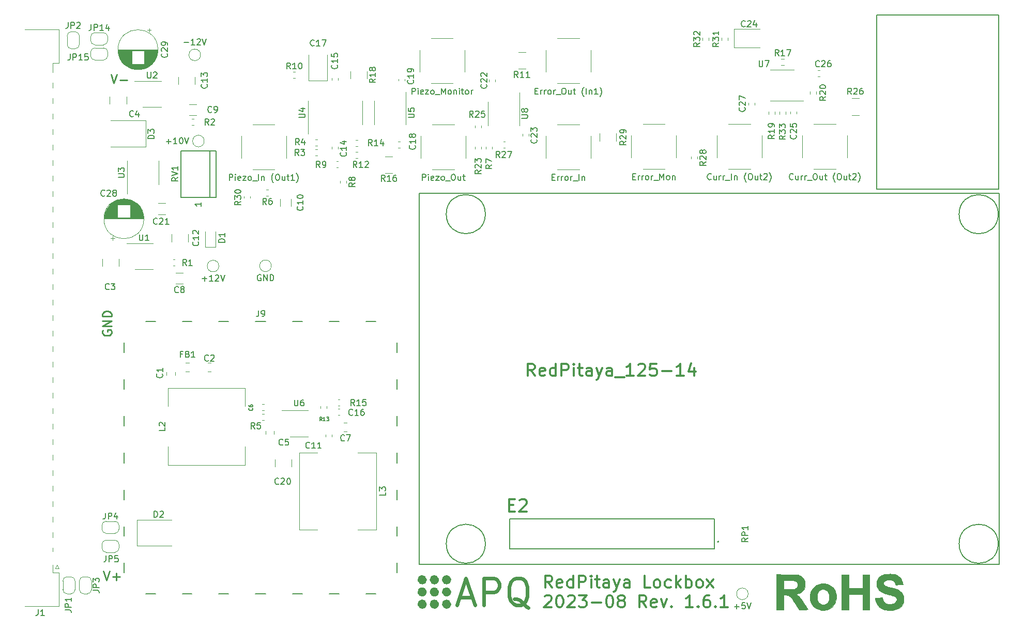
<source format=gbr>
G04 #@! TF.GenerationSoftware,KiCad,Pcbnew,(6.0.7)*
G04 #@! TF.CreationDate,2023-08-08T13:25:00+02:00*
G04 #@! TF.ProjectId,RedPitaya_Lockbox,52656450-6974-4617-9961-5f4c6f636b62,1.6.1*
G04 #@! TF.SameCoordinates,Original*
G04 #@! TF.FileFunction,Legend,Top*
G04 #@! TF.FilePolarity,Positive*
%FSLAX46Y46*%
G04 Gerber Fmt 4.6, Leading zero omitted, Abs format (unit mm)*
G04 Created by KiCad (PCBNEW (6.0.7)) date 2023-08-08 13:25:00*
%MOMM*%
%LPD*%
G01*
G04 APERTURE LIST*
%ADD10C,0.150000*%
%ADD11C,0.350000*%
%ADD12C,0.250000*%
%ADD13C,0.300000*%
%ADD14C,0.600000*%
%ADD15C,0.120000*%
%ADD16C,0.010000*%
%ADD17C,0.200000*%
%ADD18C,1.000000*%
G04 APERTURE END LIST*
D10*
X209600000Y-63900000D02*
X189600000Y-63900000D01*
X189600000Y-63900000D02*
X189600000Y-35400000D01*
X189600000Y-35400000D02*
X209600000Y-35400000D01*
X209600000Y-35400000D02*
X209600000Y-63900000D01*
D11*
X136446547Y-129194761D02*
X135779880Y-128242380D01*
X135303690Y-129194761D02*
X135303690Y-127194761D01*
X136065595Y-127194761D01*
X136256071Y-127290000D01*
X136351309Y-127385238D01*
X136446547Y-127575714D01*
X136446547Y-127861428D01*
X136351309Y-128051904D01*
X136256071Y-128147142D01*
X136065595Y-128242380D01*
X135303690Y-128242380D01*
X138065595Y-129099523D02*
X137875119Y-129194761D01*
X137494166Y-129194761D01*
X137303690Y-129099523D01*
X137208452Y-128909047D01*
X137208452Y-128147142D01*
X137303690Y-127956666D01*
X137494166Y-127861428D01*
X137875119Y-127861428D01*
X138065595Y-127956666D01*
X138160833Y-128147142D01*
X138160833Y-128337619D01*
X137208452Y-128528095D01*
X139875119Y-129194761D02*
X139875119Y-127194761D01*
X139875119Y-129099523D02*
X139684642Y-129194761D01*
X139303690Y-129194761D01*
X139113214Y-129099523D01*
X139017976Y-129004285D01*
X138922738Y-128813809D01*
X138922738Y-128242380D01*
X139017976Y-128051904D01*
X139113214Y-127956666D01*
X139303690Y-127861428D01*
X139684642Y-127861428D01*
X139875119Y-127956666D01*
X140827500Y-129194761D02*
X140827500Y-127194761D01*
X141589404Y-127194761D01*
X141779880Y-127290000D01*
X141875119Y-127385238D01*
X141970357Y-127575714D01*
X141970357Y-127861428D01*
X141875119Y-128051904D01*
X141779880Y-128147142D01*
X141589404Y-128242380D01*
X140827500Y-128242380D01*
X142827500Y-129194761D02*
X142827500Y-127861428D01*
X142827500Y-127194761D02*
X142732261Y-127290000D01*
X142827500Y-127385238D01*
X142922738Y-127290000D01*
X142827500Y-127194761D01*
X142827500Y-127385238D01*
X143494166Y-127861428D02*
X144256071Y-127861428D01*
X143779880Y-127194761D02*
X143779880Y-128909047D01*
X143875119Y-129099523D01*
X144065595Y-129194761D01*
X144256071Y-129194761D01*
X145779880Y-129194761D02*
X145779880Y-128147142D01*
X145684642Y-127956666D01*
X145494166Y-127861428D01*
X145113214Y-127861428D01*
X144922738Y-127956666D01*
X145779880Y-129099523D02*
X145589404Y-129194761D01*
X145113214Y-129194761D01*
X144922738Y-129099523D01*
X144827500Y-128909047D01*
X144827500Y-128718571D01*
X144922738Y-128528095D01*
X145113214Y-128432857D01*
X145589404Y-128432857D01*
X145779880Y-128337619D01*
X146541785Y-127861428D02*
X147017976Y-129194761D01*
X147494166Y-127861428D02*
X147017976Y-129194761D01*
X146827500Y-129670952D01*
X146732261Y-129766190D01*
X146541785Y-129861428D01*
X149113214Y-129194761D02*
X149113214Y-128147142D01*
X149017976Y-127956666D01*
X148827500Y-127861428D01*
X148446547Y-127861428D01*
X148256071Y-127956666D01*
X149113214Y-129099523D02*
X148922738Y-129194761D01*
X148446547Y-129194761D01*
X148256071Y-129099523D01*
X148160833Y-128909047D01*
X148160833Y-128718571D01*
X148256071Y-128528095D01*
X148446547Y-128432857D01*
X148922738Y-128432857D01*
X149113214Y-128337619D01*
X152541785Y-129194761D02*
X151589404Y-129194761D01*
X151589404Y-127194761D01*
X153494166Y-129194761D02*
X153303690Y-129099523D01*
X153208452Y-129004285D01*
X153113214Y-128813809D01*
X153113214Y-128242380D01*
X153208452Y-128051904D01*
X153303690Y-127956666D01*
X153494166Y-127861428D01*
X153779880Y-127861428D01*
X153970357Y-127956666D01*
X154065595Y-128051904D01*
X154160833Y-128242380D01*
X154160833Y-128813809D01*
X154065595Y-129004285D01*
X153970357Y-129099523D01*
X153779880Y-129194761D01*
X153494166Y-129194761D01*
X155875119Y-129099523D02*
X155684642Y-129194761D01*
X155303690Y-129194761D01*
X155113214Y-129099523D01*
X155017976Y-129004285D01*
X154922738Y-128813809D01*
X154922738Y-128242380D01*
X155017976Y-128051904D01*
X155113214Y-127956666D01*
X155303690Y-127861428D01*
X155684642Y-127861428D01*
X155875119Y-127956666D01*
X156732261Y-129194761D02*
X156732261Y-127194761D01*
X156922738Y-128432857D02*
X157494166Y-129194761D01*
X157494166Y-127861428D02*
X156732261Y-128623333D01*
X158351309Y-129194761D02*
X158351309Y-127194761D01*
X158351309Y-127956666D02*
X158541785Y-127861428D01*
X158922738Y-127861428D01*
X159113214Y-127956666D01*
X159208452Y-128051904D01*
X159303690Y-128242380D01*
X159303690Y-128813809D01*
X159208452Y-129004285D01*
X159113214Y-129099523D01*
X158922738Y-129194761D01*
X158541785Y-129194761D01*
X158351309Y-129099523D01*
X160446547Y-129194761D02*
X160256071Y-129099523D01*
X160160833Y-129004285D01*
X160065595Y-128813809D01*
X160065595Y-128242380D01*
X160160833Y-128051904D01*
X160256071Y-127956666D01*
X160446547Y-127861428D01*
X160732261Y-127861428D01*
X160922738Y-127956666D01*
X161017976Y-128051904D01*
X161113214Y-128242380D01*
X161113214Y-128813809D01*
X161017976Y-129004285D01*
X160922738Y-129099523D01*
X160732261Y-129194761D01*
X160446547Y-129194761D01*
X161779880Y-129194761D02*
X162827500Y-127861428D01*
X161779880Y-127861428D02*
X162827500Y-129194761D01*
X135208452Y-130605238D02*
X135303690Y-130510000D01*
X135494166Y-130414761D01*
X135970357Y-130414761D01*
X136160833Y-130510000D01*
X136256071Y-130605238D01*
X136351309Y-130795714D01*
X136351309Y-130986190D01*
X136256071Y-131271904D01*
X135113214Y-132414761D01*
X136351309Y-132414761D01*
X137589404Y-130414761D02*
X137779880Y-130414761D01*
X137970357Y-130510000D01*
X138065595Y-130605238D01*
X138160833Y-130795714D01*
X138256071Y-131176666D01*
X138256071Y-131652857D01*
X138160833Y-132033809D01*
X138065595Y-132224285D01*
X137970357Y-132319523D01*
X137779880Y-132414761D01*
X137589404Y-132414761D01*
X137398928Y-132319523D01*
X137303690Y-132224285D01*
X137208452Y-132033809D01*
X137113214Y-131652857D01*
X137113214Y-131176666D01*
X137208452Y-130795714D01*
X137303690Y-130605238D01*
X137398928Y-130510000D01*
X137589404Y-130414761D01*
X139017976Y-130605238D02*
X139113214Y-130510000D01*
X139303690Y-130414761D01*
X139779880Y-130414761D01*
X139970357Y-130510000D01*
X140065595Y-130605238D01*
X140160833Y-130795714D01*
X140160833Y-130986190D01*
X140065595Y-131271904D01*
X138922738Y-132414761D01*
X140160833Y-132414761D01*
X140827500Y-130414761D02*
X142065595Y-130414761D01*
X141398928Y-131176666D01*
X141684642Y-131176666D01*
X141875119Y-131271904D01*
X141970357Y-131367142D01*
X142065595Y-131557619D01*
X142065595Y-132033809D01*
X141970357Y-132224285D01*
X141875119Y-132319523D01*
X141684642Y-132414761D01*
X141113214Y-132414761D01*
X140922738Y-132319523D01*
X140827500Y-132224285D01*
X142922738Y-131652857D02*
X144446547Y-131652857D01*
X145779880Y-130414761D02*
X145970357Y-130414761D01*
X146160833Y-130510000D01*
X146256071Y-130605238D01*
X146351309Y-130795714D01*
X146446547Y-131176666D01*
X146446547Y-131652857D01*
X146351309Y-132033809D01*
X146256071Y-132224285D01*
X146160833Y-132319523D01*
X145970357Y-132414761D01*
X145779880Y-132414761D01*
X145589404Y-132319523D01*
X145494166Y-132224285D01*
X145398928Y-132033809D01*
X145303690Y-131652857D01*
X145303690Y-131176666D01*
X145398928Y-130795714D01*
X145494166Y-130605238D01*
X145589404Y-130510000D01*
X145779880Y-130414761D01*
X147589404Y-131271904D02*
X147398928Y-131176666D01*
X147303690Y-131081428D01*
X147208452Y-130890952D01*
X147208452Y-130795714D01*
X147303690Y-130605238D01*
X147398928Y-130510000D01*
X147589404Y-130414761D01*
X147970357Y-130414761D01*
X148160833Y-130510000D01*
X148256071Y-130605238D01*
X148351309Y-130795714D01*
X148351309Y-130890952D01*
X148256071Y-131081428D01*
X148160833Y-131176666D01*
X147970357Y-131271904D01*
X147589404Y-131271904D01*
X147398928Y-131367142D01*
X147303690Y-131462380D01*
X147208452Y-131652857D01*
X147208452Y-132033809D01*
X147303690Y-132224285D01*
X147398928Y-132319523D01*
X147589404Y-132414761D01*
X147970357Y-132414761D01*
X148160833Y-132319523D01*
X148256071Y-132224285D01*
X148351309Y-132033809D01*
X148351309Y-131652857D01*
X148256071Y-131462380D01*
X148160833Y-131367142D01*
X147970357Y-131271904D01*
X151875119Y-132414761D02*
X151208452Y-131462380D01*
X150732261Y-132414761D02*
X150732261Y-130414761D01*
X151494166Y-130414761D01*
X151684642Y-130510000D01*
X151779880Y-130605238D01*
X151875119Y-130795714D01*
X151875119Y-131081428D01*
X151779880Y-131271904D01*
X151684642Y-131367142D01*
X151494166Y-131462380D01*
X150732261Y-131462380D01*
X153494166Y-132319523D02*
X153303690Y-132414761D01*
X152922738Y-132414761D01*
X152732261Y-132319523D01*
X152637023Y-132129047D01*
X152637023Y-131367142D01*
X152732261Y-131176666D01*
X152922738Y-131081428D01*
X153303690Y-131081428D01*
X153494166Y-131176666D01*
X153589404Y-131367142D01*
X153589404Y-131557619D01*
X152637023Y-131748095D01*
X154256071Y-131081428D02*
X154732261Y-132414761D01*
X155208452Y-131081428D01*
X155970357Y-132224285D02*
X156065595Y-132319523D01*
X155970357Y-132414761D01*
X155875119Y-132319523D01*
X155970357Y-132224285D01*
X155970357Y-132414761D01*
X159494166Y-132414761D02*
X158351309Y-132414761D01*
X158922738Y-132414761D02*
X158922738Y-130414761D01*
X158732261Y-130700476D01*
X158541785Y-130890952D01*
X158351309Y-130986190D01*
X160351309Y-132224285D02*
X160446547Y-132319523D01*
X160351309Y-132414761D01*
X160256071Y-132319523D01*
X160351309Y-132224285D01*
X160351309Y-132414761D01*
X162160833Y-130414761D02*
X161779880Y-130414761D01*
X161589404Y-130510000D01*
X161494166Y-130605238D01*
X161303690Y-130890952D01*
X161208452Y-131271904D01*
X161208452Y-132033809D01*
X161303690Y-132224285D01*
X161398928Y-132319523D01*
X161589404Y-132414761D01*
X161970357Y-132414761D01*
X162160833Y-132319523D01*
X162256071Y-132224285D01*
X162351309Y-132033809D01*
X162351309Y-131557619D01*
X162256071Y-131367142D01*
X162160833Y-131271904D01*
X161970357Y-131176666D01*
X161589404Y-131176666D01*
X161398928Y-131271904D01*
X161303690Y-131367142D01*
X161208452Y-131557619D01*
X163208452Y-132224285D02*
X163303690Y-132319523D01*
X163208452Y-132414761D01*
X163113214Y-132319523D01*
X163208452Y-132224285D01*
X163208452Y-132414761D01*
X165208452Y-132414761D02*
X164065595Y-132414761D01*
X164637023Y-132414761D02*
X164637023Y-130414761D01*
X164446547Y-130700476D01*
X164256071Y-130890952D01*
X164065595Y-130986190D01*
D12*
X64171428Y-45078571D02*
X64671428Y-46578571D01*
X65171428Y-45078571D01*
X65671428Y-46007142D02*
X66814285Y-46007142D01*
X62971428Y-126478571D02*
X63471428Y-127978571D01*
X63971428Y-126478571D01*
X64471428Y-127407142D02*
X65614285Y-127407142D01*
X65042857Y-127978571D02*
X65042857Y-126835714D01*
X62850000Y-87042857D02*
X62778571Y-87185714D01*
X62778571Y-87400000D01*
X62850000Y-87614285D01*
X62992857Y-87757142D01*
X63135714Y-87828571D01*
X63421428Y-87900000D01*
X63635714Y-87900000D01*
X63921428Y-87828571D01*
X64064285Y-87757142D01*
X64207142Y-87614285D01*
X64278571Y-87400000D01*
X64278571Y-87257142D01*
X64207142Y-87042857D01*
X64135714Y-86971428D01*
X63635714Y-86971428D01*
X63635714Y-87257142D01*
X64278571Y-86328571D02*
X62778571Y-86328571D01*
X64278571Y-85471428D01*
X62778571Y-85471428D01*
X64278571Y-84757142D02*
X62778571Y-84757142D01*
X62778571Y-84400000D01*
X62850000Y-84185714D01*
X62992857Y-84042857D01*
X63135714Y-83971428D01*
X63421428Y-83900000D01*
X63635714Y-83900000D01*
X63921428Y-83971428D01*
X64064285Y-84042857D01*
X64207142Y-84185714D01*
X64278571Y-84400000D01*
X64278571Y-84757142D01*
D10*
X123507142Y-52102380D02*
X123173809Y-51626190D01*
X122935714Y-52102380D02*
X122935714Y-51102380D01*
X123316666Y-51102380D01*
X123411904Y-51150000D01*
X123459523Y-51197619D01*
X123507142Y-51292857D01*
X123507142Y-51435714D01*
X123459523Y-51530952D01*
X123411904Y-51578571D01*
X123316666Y-51626190D01*
X122935714Y-51626190D01*
X123888095Y-51197619D02*
X123935714Y-51150000D01*
X124030952Y-51102380D01*
X124269047Y-51102380D01*
X124364285Y-51150000D01*
X124411904Y-51197619D01*
X124459523Y-51292857D01*
X124459523Y-51388095D01*
X124411904Y-51530952D01*
X123840476Y-52102380D01*
X124459523Y-52102380D01*
X125364285Y-51102380D02*
X124888095Y-51102380D01*
X124840476Y-51578571D01*
X124888095Y-51530952D01*
X124983333Y-51483333D01*
X125221428Y-51483333D01*
X125316666Y-51530952D01*
X125364285Y-51578571D01*
X125411904Y-51673809D01*
X125411904Y-51911904D01*
X125364285Y-52007142D01*
X125316666Y-52054761D01*
X125221428Y-52102380D01*
X124983333Y-52102380D01*
X124888095Y-52054761D01*
X124840476Y-52007142D01*
X176357142Y-55042857D02*
X176404761Y-55090476D01*
X176452380Y-55233333D01*
X176452380Y-55328571D01*
X176404761Y-55471428D01*
X176309523Y-55566666D01*
X176214285Y-55614285D01*
X176023809Y-55661904D01*
X175880952Y-55661904D01*
X175690476Y-55614285D01*
X175595238Y-55566666D01*
X175500000Y-55471428D01*
X175452380Y-55328571D01*
X175452380Y-55233333D01*
X175500000Y-55090476D01*
X175547619Y-55042857D01*
X175547619Y-54661904D02*
X175500000Y-54614285D01*
X175452380Y-54519047D01*
X175452380Y-54280952D01*
X175500000Y-54185714D01*
X175547619Y-54138095D01*
X175642857Y-54090476D01*
X175738095Y-54090476D01*
X175880952Y-54138095D01*
X176452380Y-54709523D01*
X176452380Y-54090476D01*
X175452380Y-53185714D02*
X175452380Y-53661904D01*
X175928571Y-53709523D01*
X175880952Y-53661904D01*
X175833333Y-53566666D01*
X175833333Y-53328571D01*
X175880952Y-53233333D01*
X175928571Y-53185714D01*
X176023809Y-53138095D01*
X176261904Y-53138095D01*
X176357142Y-53185714D01*
X176404761Y-53233333D01*
X176452380Y-53328571D01*
X176452380Y-53566666D01*
X176404761Y-53661904D01*
X176357142Y-53709523D01*
X92333333Y-105757142D02*
X92285714Y-105804761D01*
X92142857Y-105852380D01*
X92047619Y-105852380D01*
X91904761Y-105804761D01*
X91809523Y-105709523D01*
X91761904Y-105614285D01*
X91714285Y-105423809D01*
X91714285Y-105280952D01*
X91761904Y-105090476D01*
X91809523Y-104995238D01*
X91904761Y-104900000D01*
X92047619Y-104852380D01*
X92142857Y-104852380D01*
X92285714Y-104900000D01*
X92333333Y-104947619D01*
X93238095Y-104852380D02*
X92761904Y-104852380D01*
X92714285Y-105328571D01*
X92761904Y-105280952D01*
X92857142Y-105233333D01*
X93095238Y-105233333D01*
X93190476Y-105280952D01*
X93238095Y-105328571D01*
X93285714Y-105423809D01*
X93285714Y-105661904D01*
X93238095Y-105757142D01*
X93190476Y-105804761D01*
X93095238Y-105852380D01*
X92857142Y-105852380D01*
X92761904Y-105804761D01*
X92714285Y-105757142D01*
X98714285Y-101871428D02*
X98514285Y-101585714D01*
X98371428Y-101871428D02*
X98371428Y-101271428D01*
X98600000Y-101271428D01*
X98657142Y-101300000D01*
X98685714Y-101328571D01*
X98714285Y-101385714D01*
X98714285Y-101471428D01*
X98685714Y-101528571D01*
X98657142Y-101557142D01*
X98600000Y-101585714D01*
X98371428Y-101585714D01*
X99285714Y-101871428D02*
X98942857Y-101871428D01*
X99114285Y-101871428D02*
X99114285Y-101271428D01*
X99057142Y-101357142D01*
X99000000Y-101414285D01*
X98942857Y-101442857D01*
X99485714Y-101271428D02*
X99857142Y-101271428D01*
X99657142Y-101500000D01*
X99742857Y-101500000D01*
X99800000Y-101528571D01*
X99828571Y-101557142D01*
X99857142Y-101614285D01*
X99857142Y-101757142D01*
X99828571Y-101814285D01*
X99800000Y-101842857D01*
X99742857Y-101871428D01*
X99571428Y-101871428D01*
X99514285Y-101842857D01*
X99485714Y-101814285D01*
X170338095Y-42852380D02*
X170338095Y-43661904D01*
X170385714Y-43757142D01*
X170433333Y-43804761D01*
X170528571Y-43852380D01*
X170719047Y-43852380D01*
X170814285Y-43804761D01*
X170861904Y-43757142D01*
X170909523Y-43661904D01*
X170909523Y-42852380D01*
X171290476Y-42852380D02*
X171957142Y-42852380D01*
X171528571Y-43852380D01*
X73238095Y-56071428D02*
X74000000Y-56071428D01*
X73619047Y-56452380D02*
X73619047Y-55690476D01*
X75000000Y-56452380D02*
X74428571Y-56452380D01*
X74714285Y-56452380D02*
X74714285Y-55452380D01*
X74619047Y-55595238D01*
X74523809Y-55690476D01*
X74428571Y-55738095D01*
X75619047Y-55452380D02*
X75714285Y-55452380D01*
X75809523Y-55500000D01*
X75857142Y-55547619D01*
X75904761Y-55642857D01*
X75952380Y-55833333D01*
X75952380Y-56071428D01*
X75904761Y-56261904D01*
X75857142Y-56357142D01*
X75809523Y-56404761D01*
X75714285Y-56452380D01*
X75619047Y-56452380D01*
X75523809Y-56404761D01*
X75476190Y-56357142D01*
X75428571Y-56261904D01*
X75380952Y-56071428D01*
X75380952Y-55833333D01*
X75428571Y-55642857D01*
X75476190Y-55547619D01*
X75523809Y-55500000D01*
X75619047Y-55452380D01*
X76238095Y-55452380D02*
X76571428Y-56452380D01*
X76904761Y-55452380D01*
X166314285Y-132271428D02*
X167076190Y-132271428D01*
X166695238Y-132652380D02*
X166695238Y-131890476D01*
X168028571Y-131652380D02*
X167552380Y-131652380D01*
X167504761Y-132128571D01*
X167552380Y-132080952D01*
X167647619Y-132033333D01*
X167885714Y-132033333D01*
X167980952Y-132080952D01*
X168028571Y-132128571D01*
X168076190Y-132223809D01*
X168076190Y-132461904D01*
X168028571Y-132557142D01*
X167980952Y-132604761D01*
X167885714Y-132652380D01*
X167647619Y-132652380D01*
X167552380Y-132604761D01*
X167504761Y-132557142D01*
X168361904Y-131652380D02*
X168695238Y-132652380D01*
X169028571Y-131652380D01*
X96707142Y-106257142D02*
X96659523Y-106304761D01*
X96516666Y-106352380D01*
X96421428Y-106352380D01*
X96278571Y-106304761D01*
X96183333Y-106209523D01*
X96135714Y-106114285D01*
X96088095Y-105923809D01*
X96088095Y-105780952D01*
X96135714Y-105590476D01*
X96183333Y-105495238D01*
X96278571Y-105400000D01*
X96421428Y-105352380D01*
X96516666Y-105352380D01*
X96659523Y-105400000D01*
X96707142Y-105447619D01*
X97659523Y-106352380D02*
X97088095Y-106352380D01*
X97373809Y-106352380D02*
X97373809Y-105352380D01*
X97278571Y-105495238D01*
X97183333Y-105590476D01*
X97088095Y-105638095D01*
X98611904Y-106352380D02*
X98040476Y-106352380D01*
X98326190Y-106352380D02*
X98326190Y-105352380D01*
X98230952Y-105495238D01*
X98135714Y-105590476D01*
X98040476Y-105638095D01*
X175909523Y-62257142D02*
X175861904Y-62304761D01*
X175719047Y-62352380D01*
X175623809Y-62352380D01*
X175480952Y-62304761D01*
X175385714Y-62209523D01*
X175338095Y-62114285D01*
X175290476Y-61923809D01*
X175290476Y-61780952D01*
X175338095Y-61590476D01*
X175385714Y-61495238D01*
X175480952Y-61400000D01*
X175623809Y-61352380D01*
X175719047Y-61352380D01*
X175861904Y-61400000D01*
X175909523Y-61447619D01*
X176766666Y-61685714D02*
X176766666Y-62352380D01*
X176338095Y-61685714D02*
X176338095Y-62209523D01*
X176385714Y-62304761D01*
X176480952Y-62352380D01*
X176623809Y-62352380D01*
X176719047Y-62304761D01*
X176766666Y-62257142D01*
X177242857Y-62352380D02*
X177242857Y-61685714D01*
X177242857Y-61876190D02*
X177290476Y-61780952D01*
X177338095Y-61733333D01*
X177433333Y-61685714D01*
X177528571Y-61685714D01*
X177861904Y-62352380D02*
X177861904Y-61685714D01*
X177861904Y-61876190D02*
X177909523Y-61780952D01*
X177957142Y-61733333D01*
X178052380Y-61685714D01*
X178147619Y-61685714D01*
X178242857Y-62447619D02*
X179004761Y-62447619D01*
X179433333Y-61352380D02*
X179623809Y-61352380D01*
X179719047Y-61400000D01*
X179814285Y-61495238D01*
X179861904Y-61685714D01*
X179861904Y-62019047D01*
X179814285Y-62209523D01*
X179719047Y-62304761D01*
X179623809Y-62352380D01*
X179433333Y-62352380D01*
X179338095Y-62304761D01*
X179242857Y-62209523D01*
X179195238Y-62019047D01*
X179195238Y-61685714D01*
X179242857Y-61495238D01*
X179338095Y-61400000D01*
X179433333Y-61352380D01*
X180719047Y-61685714D02*
X180719047Y-62352380D01*
X180290476Y-61685714D02*
X180290476Y-62209523D01*
X180338095Y-62304761D01*
X180433333Y-62352380D01*
X180576190Y-62352380D01*
X180671428Y-62304761D01*
X180719047Y-62257142D01*
X181052380Y-61685714D02*
X181433333Y-61685714D01*
X181195238Y-61352380D02*
X181195238Y-62209523D01*
X181242857Y-62304761D01*
X181338095Y-62352380D01*
X181433333Y-62352380D01*
X182814285Y-62733333D02*
X182766666Y-62685714D01*
X182671428Y-62542857D01*
X182623809Y-62447619D01*
X182576190Y-62304761D01*
X182528571Y-62066666D01*
X182528571Y-61876190D01*
X182576190Y-61638095D01*
X182623809Y-61495238D01*
X182671428Y-61400000D01*
X182766666Y-61257142D01*
X182814285Y-61209523D01*
X183385714Y-61352380D02*
X183576190Y-61352380D01*
X183671428Y-61400000D01*
X183766666Y-61495238D01*
X183814285Y-61685714D01*
X183814285Y-62019047D01*
X183766666Y-62209523D01*
X183671428Y-62304761D01*
X183576190Y-62352380D01*
X183385714Y-62352380D01*
X183290476Y-62304761D01*
X183195238Y-62209523D01*
X183147619Y-62019047D01*
X183147619Y-61685714D01*
X183195238Y-61495238D01*
X183290476Y-61400000D01*
X183385714Y-61352380D01*
X184671428Y-61685714D02*
X184671428Y-62352380D01*
X184242857Y-61685714D02*
X184242857Y-62209523D01*
X184290476Y-62304761D01*
X184385714Y-62352380D01*
X184528571Y-62352380D01*
X184623809Y-62304761D01*
X184671428Y-62257142D01*
X185004761Y-61685714D02*
X185385714Y-61685714D01*
X185147619Y-61352380D02*
X185147619Y-62209523D01*
X185195238Y-62304761D01*
X185290476Y-62352380D01*
X185385714Y-62352380D01*
X185671428Y-61447619D02*
X185719047Y-61400000D01*
X185814285Y-61352380D01*
X186052380Y-61352380D01*
X186147619Y-61400000D01*
X186195238Y-61447619D01*
X186242857Y-61542857D01*
X186242857Y-61638095D01*
X186195238Y-61780952D01*
X185623809Y-62352380D01*
X186242857Y-62352380D01*
X186576190Y-62733333D02*
X186623809Y-62685714D01*
X186719047Y-62542857D01*
X186766666Y-62447619D01*
X186814285Y-62304761D01*
X186861904Y-62066666D01*
X186861904Y-61876190D01*
X186814285Y-61638095D01*
X186766666Y-61495238D01*
X186719047Y-61400000D01*
X186623809Y-61257142D01*
X186576190Y-61209523D01*
X80183333Y-53402380D02*
X79850000Y-52926190D01*
X79611904Y-53402380D02*
X79611904Y-52402380D01*
X79992857Y-52402380D01*
X80088095Y-52450000D01*
X80135714Y-52497619D01*
X80183333Y-52592857D01*
X80183333Y-52735714D01*
X80135714Y-52830952D01*
X80088095Y-52878571D01*
X79992857Y-52926190D01*
X79611904Y-52926190D01*
X80564285Y-52497619D02*
X80611904Y-52450000D01*
X80707142Y-52402380D01*
X80945238Y-52402380D01*
X81040476Y-52450000D01*
X81088095Y-52497619D01*
X81135714Y-52592857D01*
X81135714Y-52688095D01*
X81088095Y-52830952D01*
X80516666Y-53402380D01*
X81135714Y-53402380D01*
X93557142Y-44202380D02*
X93223809Y-43726190D01*
X92985714Y-44202380D02*
X92985714Y-43202380D01*
X93366666Y-43202380D01*
X93461904Y-43250000D01*
X93509523Y-43297619D01*
X93557142Y-43392857D01*
X93557142Y-43535714D01*
X93509523Y-43630952D01*
X93461904Y-43678571D01*
X93366666Y-43726190D01*
X92985714Y-43726190D01*
X94509523Y-44202380D02*
X93938095Y-44202380D01*
X94223809Y-44202380D02*
X94223809Y-43202380D01*
X94128571Y-43345238D01*
X94033333Y-43440476D01*
X93938095Y-43488095D01*
X95128571Y-43202380D02*
X95223809Y-43202380D01*
X95319047Y-43250000D01*
X95366666Y-43297619D01*
X95414285Y-43392857D01*
X95461904Y-43583333D01*
X95461904Y-43821428D01*
X95414285Y-44011904D01*
X95366666Y-44107142D01*
X95319047Y-44154761D01*
X95223809Y-44202380D01*
X95128571Y-44202380D01*
X95033333Y-44154761D01*
X94985714Y-44107142D01*
X94938095Y-44011904D01*
X94890476Y-43821428D01*
X94890476Y-43583333D01*
X94938095Y-43392857D01*
X94985714Y-43297619D01*
X95033333Y-43250000D01*
X95128571Y-43202380D01*
X83557142Y-62452380D02*
X83557142Y-61452380D01*
X83938095Y-61452380D01*
X84033333Y-61500000D01*
X84080952Y-61547619D01*
X84128571Y-61642857D01*
X84128571Y-61785714D01*
X84080952Y-61880952D01*
X84033333Y-61928571D01*
X83938095Y-61976190D01*
X83557142Y-61976190D01*
X84557142Y-62452380D02*
X84557142Y-61785714D01*
X84557142Y-61452380D02*
X84509523Y-61500000D01*
X84557142Y-61547619D01*
X84604761Y-61500000D01*
X84557142Y-61452380D01*
X84557142Y-61547619D01*
X85414285Y-62404761D02*
X85319047Y-62452380D01*
X85128571Y-62452380D01*
X85033333Y-62404761D01*
X84985714Y-62309523D01*
X84985714Y-61928571D01*
X85033333Y-61833333D01*
X85128571Y-61785714D01*
X85319047Y-61785714D01*
X85414285Y-61833333D01*
X85461904Y-61928571D01*
X85461904Y-62023809D01*
X84985714Y-62119047D01*
X85795238Y-61785714D02*
X86319047Y-61785714D01*
X85795238Y-62452380D01*
X86319047Y-62452380D01*
X86842857Y-62452380D02*
X86747619Y-62404761D01*
X86700000Y-62357142D01*
X86652380Y-62261904D01*
X86652380Y-61976190D01*
X86700000Y-61880952D01*
X86747619Y-61833333D01*
X86842857Y-61785714D01*
X86985714Y-61785714D01*
X87080952Y-61833333D01*
X87128571Y-61880952D01*
X87176190Y-61976190D01*
X87176190Y-62261904D01*
X87128571Y-62357142D01*
X87080952Y-62404761D01*
X86985714Y-62452380D01*
X86842857Y-62452380D01*
X87366666Y-62547619D02*
X88128571Y-62547619D01*
X88366666Y-62452380D02*
X88366666Y-61452380D01*
X88842857Y-61785714D02*
X88842857Y-62452380D01*
X88842857Y-61880952D02*
X88890476Y-61833333D01*
X88985714Y-61785714D01*
X89128571Y-61785714D01*
X89223809Y-61833333D01*
X89271428Y-61928571D01*
X89271428Y-62452380D01*
X90795238Y-62833333D02*
X90747619Y-62785714D01*
X90652380Y-62642857D01*
X90604761Y-62547619D01*
X90557142Y-62404761D01*
X90509523Y-62166666D01*
X90509523Y-61976190D01*
X90557142Y-61738095D01*
X90604761Y-61595238D01*
X90652380Y-61500000D01*
X90747619Y-61357142D01*
X90795238Y-61309523D01*
X91366666Y-61452380D02*
X91557142Y-61452380D01*
X91652380Y-61500000D01*
X91747619Y-61595238D01*
X91795238Y-61785714D01*
X91795238Y-62119047D01*
X91747619Y-62309523D01*
X91652380Y-62404761D01*
X91557142Y-62452380D01*
X91366666Y-62452380D01*
X91271428Y-62404761D01*
X91176190Y-62309523D01*
X91128571Y-62119047D01*
X91128571Y-61785714D01*
X91176190Y-61595238D01*
X91271428Y-61500000D01*
X91366666Y-61452380D01*
X92652380Y-61785714D02*
X92652380Y-62452380D01*
X92223809Y-61785714D02*
X92223809Y-62309523D01*
X92271428Y-62404761D01*
X92366666Y-62452380D01*
X92509523Y-62452380D01*
X92604761Y-62404761D01*
X92652380Y-62357142D01*
X92985714Y-61785714D02*
X93366666Y-61785714D01*
X93128571Y-61452380D02*
X93128571Y-62309523D01*
X93176190Y-62404761D01*
X93271428Y-62452380D01*
X93366666Y-62452380D01*
X94223809Y-62452380D02*
X93652380Y-62452380D01*
X93938095Y-62452380D02*
X93938095Y-61452380D01*
X93842857Y-61595238D01*
X93747619Y-61690476D01*
X93652380Y-61738095D01*
X94557142Y-62833333D02*
X94604761Y-62785714D01*
X94699999Y-62642857D01*
X94747619Y-62547619D01*
X94795238Y-62404761D01*
X94842857Y-62166666D01*
X94842857Y-61976190D01*
X94795238Y-61738095D01*
X94747619Y-61595238D01*
X94699999Y-61500000D01*
X94604761Y-61357142D01*
X94557142Y-61309523D01*
X71757142Y-69557142D02*
X71709523Y-69604761D01*
X71566666Y-69652380D01*
X71471428Y-69652380D01*
X71328571Y-69604761D01*
X71233333Y-69509523D01*
X71185714Y-69414285D01*
X71138095Y-69223809D01*
X71138095Y-69080952D01*
X71185714Y-68890476D01*
X71233333Y-68795238D01*
X71328571Y-68700000D01*
X71471428Y-68652380D01*
X71566666Y-68652380D01*
X71709523Y-68700000D01*
X71757142Y-68747619D01*
X72138095Y-68747619D02*
X72185714Y-68700000D01*
X72280952Y-68652380D01*
X72519047Y-68652380D01*
X72614285Y-68700000D01*
X72661904Y-68747619D01*
X72709523Y-68842857D01*
X72709523Y-68938095D01*
X72661904Y-69080952D01*
X72090476Y-69652380D01*
X72709523Y-69652380D01*
X73661904Y-69652380D02*
X73090476Y-69652380D01*
X73376190Y-69652380D02*
X73376190Y-68652380D01*
X73280952Y-68795238D01*
X73185714Y-68890476D01*
X73090476Y-68938095D01*
X95557142Y-66742857D02*
X95604761Y-66790476D01*
X95652380Y-66933333D01*
X95652380Y-67028571D01*
X95604761Y-67171428D01*
X95509523Y-67266666D01*
X95414285Y-67314285D01*
X95223809Y-67361904D01*
X95080952Y-67361904D01*
X94890476Y-67314285D01*
X94795238Y-67266666D01*
X94700000Y-67171428D01*
X94652380Y-67028571D01*
X94652380Y-66933333D01*
X94700000Y-66790476D01*
X94747619Y-66742857D01*
X95652380Y-65790476D02*
X95652380Y-66361904D01*
X95652380Y-66076190D02*
X94652380Y-66076190D01*
X94795238Y-66171428D01*
X94890476Y-66266666D01*
X94938095Y-66361904D01*
X94652380Y-65171428D02*
X94652380Y-65076190D01*
X94700000Y-64980952D01*
X94747619Y-64933333D01*
X94842857Y-64885714D01*
X95033333Y-64838095D01*
X95271428Y-64838095D01*
X95461904Y-64885714D01*
X95557142Y-64933333D01*
X95604761Y-64980952D01*
X95652380Y-65076190D01*
X95652380Y-65171428D01*
X95604761Y-65266666D01*
X95557142Y-65314285D01*
X95461904Y-65361904D01*
X95271428Y-65409523D01*
X95033333Y-65409523D01*
X94842857Y-65361904D01*
X94747619Y-65314285D01*
X94700000Y-65266666D01*
X94652380Y-65171428D01*
X168523380Y-121063666D02*
X168047190Y-121397000D01*
X168523380Y-121635095D02*
X167523380Y-121635095D01*
X167523380Y-121254142D01*
X167571000Y-121158904D01*
X167618619Y-121111285D01*
X167713857Y-121063666D01*
X167856714Y-121063666D01*
X167951952Y-121111285D01*
X167999571Y-121158904D01*
X168047190Y-121254142D01*
X168047190Y-121635095D01*
X168523380Y-120635095D02*
X167523380Y-120635095D01*
X167523380Y-120254142D01*
X167571000Y-120158904D01*
X167618619Y-120111285D01*
X167713857Y-120063666D01*
X167856714Y-120063666D01*
X167951952Y-120111285D01*
X167999571Y-120158904D01*
X168047190Y-120254142D01*
X168047190Y-120635095D01*
X168523380Y-119111285D02*
X168523380Y-119682714D01*
X168523380Y-119397000D02*
X167523380Y-119397000D01*
X167666238Y-119492238D01*
X167761476Y-119587476D01*
X167809095Y-119682714D01*
D13*
X133602390Y-94491061D02*
X132935723Y-93538680D01*
X132459533Y-94491061D02*
X132459533Y-92491061D01*
X133221438Y-92491061D01*
X133411914Y-92586300D01*
X133507152Y-92681538D01*
X133602390Y-92872014D01*
X133602390Y-93157728D01*
X133507152Y-93348204D01*
X133411914Y-93443442D01*
X133221438Y-93538680D01*
X132459533Y-93538680D01*
X135221438Y-94395823D02*
X135030961Y-94491061D01*
X134650009Y-94491061D01*
X134459533Y-94395823D01*
X134364295Y-94205347D01*
X134364295Y-93443442D01*
X134459533Y-93252966D01*
X134650009Y-93157728D01*
X135030961Y-93157728D01*
X135221438Y-93252966D01*
X135316676Y-93443442D01*
X135316676Y-93633919D01*
X134364295Y-93824395D01*
X137030961Y-94491061D02*
X137030961Y-92491061D01*
X137030961Y-94395823D02*
X136840485Y-94491061D01*
X136459533Y-94491061D01*
X136269057Y-94395823D01*
X136173819Y-94300585D01*
X136078580Y-94110109D01*
X136078580Y-93538680D01*
X136173819Y-93348204D01*
X136269057Y-93252966D01*
X136459533Y-93157728D01*
X136840485Y-93157728D01*
X137030961Y-93252966D01*
X137983342Y-94491061D02*
X137983342Y-92491061D01*
X138745247Y-92491061D01*
X138935723Y-92586300D01*
X139030961Y-92681538D01*
X139126200Y-92872014D01*
X139126200Y-93157728D01*
X139030961Y-93348204D01*
X138935723Y-93443442D01*
X138745247Y-93538680D01*
X137983342Y-93538680D01*
X139983342Y-94491061D02*
X139983342Y-93157728D01*
X139983342Y-92491061D02*
X139888104Y-92586300D01*
X139983342Y-92681538D01*
X140078580Y-92586300D01*
X139983342Y-92491061D01*
X139983342Y-92681538D01*
X140650009Y-93157728D02*
X141411914Y-93157728D01*
X140935723Y-92491061D02*
X140935723Y-94205347D01*
X141030961Y-94395823D01*
X141221438Y-94491061D01*
X141411914Y-94491061D01*
X142935723Y-94491061D02*
X142935723Y-93443442D01*
X142840485Y-93252966D01*
X142650009Y-93157728D01*
X142269057Y-93157728D01*
X142078580Y-93252966D01*
X142935723Y-94395823D02*
X142745247Y-94491061D01*
X142269057Y-94491061D01*
X142078580Y-94395823D01*
X141983342Y-94205347D01*
X141983342Y-94014871D01*
X142078580Y-93824395D01*
X142269057Y-93729157D01*
X142745247Y-93729157D01*
X142935723Y-93633919D01*
X143697628Y-93157728D02*
X144173819Y-94491061D01*
X144650009Y-93157728D02*
X144173819Y-94491061D01*
X143983342Y-94967252D01*
X143888104Y-95062490D01*
X143697628Y-95157728D01*
X146269057Y-94491061D02*
X146269057Y-93443442D01*
X146173819Y-93252966D01*
X145983342Y-93157728D01*
X145602390Y-93157728D01*
X145411914Y-93252966D01*
X146269057Y-94395823D02*
X146078580Y-94491061D01*
X145602390Y-94491061D01*
X145411914Y-94395823D01*
X145316676Y-94205347D01*
X145316676Y-94014871D01*
X145411914Y-93824395D01*
X145602390Y-93729157D01*
X146078580Y-93729157D01*
X146269057Y-93633919D01*
X146745247Y-94681538D02*
X148269057Y-94681538D01*
X149792866Y-94491061D02*
X148650009Y-94491061D01*
X149221438Y-94491061D02*
X149221438Y-92491061D01*
X149030961Y-92776776D01*
X148840485Y-92967252D01*
X148650009Y-93062490D01*
X150554771Y-92681538D02*
X150650009Y-92586300D01*
X150840485Y-92491061D01*
X151316676Y-92491061D01*
X151507152Y-92586300D01*
X151602390Y-92681538D01*
X151697628Y-92872014D01*
X151697628Y-93062490D01*
X151602390Y-93348204D01*
X150459533Y-94491061D01*
X151697628Y-94491061D01*
X153507152Y-92491061D02*
X152554771Y-92491061D01*
X152459533Y-93443442D01*
X152554771Y-93348204D01*
X152745247Y-93252966D01*
X153221438Y-93252966D01*
X153411914Y-93348204D01*
X153507152Y-93443442D01*
X153602390Y-93633919D01*
X153602390Y-94110109D01*
X153507152Y-94300585D01*
X153411914Y-94395823D01*
X153221438Y-94491061D01*
X152745247Y-94491061D01*
X152554771Y-94395823D01*
X152459533Y-94300585D01*
X154459533Y-93729157D02*
X155983342Y-93729157D01*
X157983342Y-94491061D02*
X156840485Y-94491061D01*
X157411914Y-94491061D02*
X157411914Y-92491061D01*
X157221438Y-92776776D01*
X157030961Y-92967252D01*
X156840485Y-93062490D01*
X159697628Y-93157728D02*
X159697628Y-94491061D01*
X159221438Y-92395823D02*
X158745247Y-93824395D01*
X159983342Y-93824395D01*
X129419047Y-115657142D02*
X130085714Y-115657142D01*
X130371428Y-116704761D02*
X129419047Y-116704761D01*
X129419047Y-114704761D01*
X130371428Y-114704761D01*
X131133333Y-114895238D02*
X131228571Y-114800000D01*
X131419047Y-114704761D01*
X131895238Y-114704761D01*
X132085714Y-114800000D01*
X132180952Y-114895238D01*
X132276190Y-115085714D01*
X132276190Y-115276190D01*
X132180952Y-115561904D01*
X131038095Y-116704761D01*
X132276190Y-116704761D01*
D10*
X109152380Y-113566666D02*
X109152380Y-114042857D01*
X108152380Y-114042857D01*
X108152380Y-113328571D02*
X108152380Y-112709523D01*
X108533333Y-113042857D01*
X108533333Y-112900000D01*
X108580952Y-112804761D01*
X108628571Y-112757142D01*
X108723809Y-112709523D01*
X108961904Y-112709523D01*
X109057142Y-112757142D01*
X109104761Y-112804761D01*
X109152380Y-112900000D01*
X109152380Y-113185714D01*
X109104761Y-113280952D01*
X109057142Y-113328571D01*
X68828095Y-71322380D02*
X68828095Y-72131904D01*
X68875714Y-72227142D01*
X68923333Y-72274761D01*
X69018571Y-72322380D01*
X69209047Y-72322380D01*
X69304285Y-72274761D01*
X69351904Y-72227142D01*
X69399523Y-72131904D01*
X69399523Y-71322380D01*
X70399523Y-72322380D02*
X69828095Y-72322380D01*
X70113809Y-72322380D02*
X70113809Y-71322380D01*
X70018571Y-71465238D01*
X69923333Y-71560476D01*
X69828095Y-71608095D01*
X75233333Y-80757142D02*
X75185714Y-80804761D01*
X75042857Y-80852380D01*
X74947619Y-80852380D01*
X74804761Y-80804761D01*
X74709523Y-80709523D01*
X74661904Y-80614285D01*
X74614285Y-80423809D01*
X74614285Y-80280952D01*
X74661904Y-80090476D01*
X74709523Y-79995238D01*
X74804761Y-79900000D01*
X74947619Y-79852380D01*
X75042857Y-79852380D01*
X75185714Y-79900000D01*
X75233333Y-79947619D01*
X75804761Y-80280952D02*
X75709523Y-80233333D01*
X75661904Y-80185714D01*
X75614285Y-80090476D01*
X75614285Y-80042857D01*
X75661904Y-79947619D01*
X75709523Y-79900000D01*
X75804761Y-79852380D01*
X75995238Y-79852380D01*
X76090476Y-79900000D01*
X76138095Y-79947619D01*
X76185714Y-80042857D01*
X76185714Y-80090476D01*
X76138095Y-80185714D01*
X76090476Y-80233333D01*
X75995238Y-80280952D01*
X75804761Y-80280952D01*
X75709523Y-80328571D01*
X75661904Y-80376190D01*
X75614285Y-80471428D01*
X75614285Y-80661904D01*
X75661904Y-80757142D01*
X75709523Y-80804761D01*
X75804761Y-80852380D01*
X75995238Y-80852380D01*
X76090476Y-80804761D01*
X76138095Y-80757142D01*
X76185714Y-80661904D01*
X76185714Y-80471428D01*
X76138095Y-80376190D01*
X76090476Y-80328571D01*
X75995238Y-80280952D01*
X79138095Y-78571428D02*
X79900000Y-78571428D01*
X79519047Y-78952380D02*
X79519047Y-78190476D01*
X80900000Y-78952380D02*
X80328571Y-78952380D01*
X80614285Y-78952380D02*
X80614285Y-77952380D01*
X80519047Y-78095238D01*
X80423809Y-78190476D01*
X80328571Y-78238095D01*
X81280952Y-78047619D02*
X81328571Y-78000000D01*
X81423809Y-77952380D01*
X81661904Y-77952380D01*
X81757142Y-78000000D01*
X81804761Y-78047619D01*
X81852380Y-78142857D01*
X81852380Y-78238095D01*
X81804761Y-78380952D01*
X81233333Y-78952380D01*
X81852380Y-78952380D01*
X82138095Y-77952380D02*
X82471428Y-78952380D01*
X82804761Y-77952380D01*
X127857142Y-58702380D02*
X127523809Y-58226190D01*
X127285714Y-58702380D02*
X127285714Y-57702380D01*
X127666666Y-57702380D01*
X127761904Y-57750000D01*
X127809523Y-57797619D01*
X127857142Y-57892857D01*
X127857142Y-58035714D01*
X127809523Y-58130952D01*
X127761904Y-58178571D01*
X127666666Y-58226190D01*
X127285714Y-58226190D01*
X128238095Y-57797619D02*
X128285714Y-57750000D01*
X128380952Y-57702380D01*
X128619047Y-57702380D01*
X128714285Y-57750000D01*
X128761904Y-57797619D01*
X128809523Y-57892857D01*
X128809523Y-57988095D01*
X128761904Y-58130952D01*
X128190476Y-58702380D01*
X128809523Y-58702380D01*
X129142857Y-57702380D02*
X129809523Y-57702380D01*
X129380952Y-58702380D01*
X113957142Y-56742857D02*
X114004761Y-56790476D01*
X114052380Y-56933333D01*
X114052380Y-57028571D01*
X114004761Y-57171428D01*
X113909523Y-57266666D01*
X113814285Y-57314285D01*
X113623809Y-57361904D01*
X113480952Y-57361904D01*
X113290476Y-57314285D01*
X113195238Y-57266666D01*
X113100000Y-57171428D01*
X113052380Y-57028571D01*
X113052380Y-56933333D01*
X113100000Y-56790476D01*
X113147619Y-56742857D01*
X114052380Y-55790476D02*
X114052380Y-56361904D01*
X114052380Y-56076190D02*
X113052380Y-56076190D01*
X113195238Y-56171428D01*
X113290476Y-56266666D01*
X113338095Y-56361904D01*
X113480952Y-55219047D02*
X113433333Y-55314285D01*
X113385714Y-55361904D01*
X113290476Y-55409523D01*
X113242857Y-55409523D01*
X113147619Y-55361904D01*
X113100000Y-55314285D01*
X113052380Y-55219047D01*
X113052380Y-55028571D01*
X113100000Y-54933333D01*
X113147619Y-54885714D01*
X113242857Y-54838095D01*
X113290476Y-54838095D01*
X113385714Y-54885714D01*
X113433333Y-54933333D01*
X113480952Y-55028571D01*
X113480952Y-55219047D01*
X113528571Y-55314285D01*
X113576190Y-55361904D01*
X113671428Y-55409523D01*
X113861904Y-55409523D01*
X113957142Y-55361904D01*
X114004761Y-55314285D01*
X114052380Y-55219047D01*
X114052380Y-55028571D01*
X114004761Y-54933333D01*
X113957142Y-54885714D01*
X113861904Y-54838095D01*
X113671428Y-54838095D01*
X113576190Y-54885714D01*
X113528571Y-54933333D01*
X113480952Y-55028571D01*
X91657142Y-112157142D02*
X91609523Y-112204761D01*
X91466666Y-112252380D01*
X91371428Y-112252380D01*
X91228571Y-112204761D01*
X91133333Y-112109523D01*
X91085714Y-112014285D01*
X91038095Y-111823809D01*
X91038095Y-111680952D01*
X91085714Y-111490476D01*
X91133333Y-111395238D01*
X91228571Y-111300000D01*
X91371428Y-111252380D01*
X91466666Y-111252380D01*
X91609523Y-111300000D01*
X91657142Y-111347619D01*
X92038095Y-111347619D02*
X92085714Y-111300000D01*
X92180952Y-111252380D01*
X92419047Y-111252380D01*
X92514285Y-111300000D01*
X92561904Y-111347619D01*
X92609523Y-111442857D01*
X92609523Y-111538095D01*
X92561904Y-111680952D01*
X91990476Y-112252380D01*
X92609523Y-112252380D01*
X93228571Y-111252380D02*
X93323809Y-111252380D01*
X93419047Y-111300000D01*
X93466666Y-111347619D01*
X93514285Y-111442857D01*
X93561904Y-111633333D01*
X93561904Y-111871428D01*
X93514285Y-112061904D01*
X93466666Y-112157142D01*
X93419047Y-112204761D01*
X93323809Y-112252380D01*
X93228571Y-112252380D01*
X93133333Y-112204761D01*
X93085714Y-112157142D01*
X93038095Y-112061904D01*
X92990476Y-111871428D01*
X92990476Y-111633333D01*
X93038095Y-111442857D01*
X93085714Y-111347619D01*
X93133333Y-111300000D01*
X93228571Y-111252380D01*
X76128095Y-39891428D02*
X76890000Y-39891428D01*
X77890000Y-40272380D02*
X77318571Y-40272380D01*
X77604285Y-40272380D02*
X77604285Y-39272380D01*
X77509047Y-39415238D01*
X77413809Y-39510476D01*
X77318571Y-39558095D01*
X78270952Y-39367619D02*
X78318571Y-39320000D01*
X78413809Y-39272380D01*
X78651904Y-39272380D01*
X78747142Y-39320000D01*
X78794761Y-39367619D01*
X78842380Y-39462857D01*
X78842380Y-39558095D01*
X78794761Y-39700952D01*
X78223333Y-40272380D01*
X78842380Y-40272380D01*
X79128095Y-39272380D02*
X79461428Y-40272380D01*
X79794761Y-39272380D01*
X104457142Y-60352380D02*
X104123809Y-59876190D01*
X103885714Y-60352380D02*
X103885714Y-59352380D01*
X104266666Y-59352380D01*
X104361904Y-59400000D01*
X104409523Y-59447619D01*
X104457142Y-59542857D01*
X104457142Y-59685714D01*
X104409523Y-59780952D01*
X104361904Y-59828571D01*
X104266666Y-59876190D01*
X103885714Y-59876190D01*
X105409523Y-60352380D02*
X104838095Y-60352380D01*
X105123809Y-60352380D02*
X105123809Y-59352380D01*
X105028571Y-59495238D01*
X104933333Y-59590476D01*
X104838095Y-59638095D01*
X105790476Y-59447619D02*
X105838095Y-59400000D01*
X105933333Y-59352380D01*
X106171428Y-59352380D01*
X106266666Y-59400000D01*
X106314285Y-59447619D01*
X106361904Y-59542857D01*
X106361904Y-59638095D01*
X106314285Y-59780952D01*
X105742857Y-60352380D01*
X106361904Y-60352380D01*
X94977380Y-52161904D02*
X95786904Y-52161904D01*
X95882142Y-52114285D01*
X95929761Y-52066666D01*
X95977380Y-51971428D01*
X95977380Y-51780952D01*
X95929761Y-51685714D01*
X95882142Y-51638095D01*
X95786904Y-51590476D01*
X94977380Y-51590476D01*
X95310714Y-50685714D02*
X95977380Y-50685714D01*
X94929761Y-50923809D02*
X95644047Y-51161904D01*
X95644047Y-50542857D01*
X125657142Y-46742857D02*
X125704761Y-46790476D01*
X125752380Y-46933333D01*
X125752380Y-47028571D01*
X125704761Y-47171428D01*
X125609523Y-47266666D01*
X125514285Y-47314285D01*
X125323809Y-47361904D01*
X125180952Y-47361904D01*
X124990476Y-47314285D01*
X124895238Y-47266666D01*
X124800000Y-47171428D01*
X124752380Y-47028571D01*
X124752380Y-46933333D01*
X124800000Y-46790476D01*
X124847619Y-46742857D01*
X124847619Y-46361904D02*
X124800000Y-46314285D01*
X124752380Y-46219047D01*
X124752380Y-45980952D01*
X124800000Y-45885714D01*
X124847619Y-45838095D01*
X124942857Y-45790476D01*
X125038095Y-45790476D01*
X125180952Y-45838095D01*
X125752380Y-46409523D01*
X125752380Y-45790476D01*
X124847619Y-45409523D02*
X124800000Y-45361904D01*
X124752380Y-45266666D01*
X124752380Y-45028571D01*
X124800000Y-44933333D01*
X124847619Y-44885714D01*
X124942857Y-44838095D01*
X125038095Y-44838095D01*
X125180952Y-44885714D01*
X125752380Y-45457142D01*
X125752380Y-44838095D01*
X113657142Y-46042857D02*
X113704761Y-46090476D01*
X113752380Y-46233333D01*
X113752380Y-46328571D01*
X113704761Y-46471428D01*
X113609523Y-46566666D01*
X113514285Y-46614285D01*
X113323809Y-46661904D01*
X113180952Y-46661904D01*
X112990476Y-46614285D01*
X112895238Y-46566666D01*
X112800000Y-46471428D01*
X112752380Y-46328571D01*
X112752380Y-46233333D01*
X112800000Y-46090476D01*
X112847619Y-46042857D01*
X113752380Y-45090476D02*
X113752380Y-45661904D01*
X113752380Y-45376190D02*
X112752380Y-45376190D01*
X112895238Y-45471428D01*
X112990476Y-45566666D01*
X113038095Y-45661904D01*
X113752380Y-44614285D02*
X113752380Y-44423809D01*
X113704761Y-44328571D01*
X113657142Y-44280952D01*
X113514285Y-44185714D01*
X113323809Y-44138095D01*
X112942857Y-44138095D01*
X112847619Y-44185714D01*
X112800000Y-44233333D01*
X112752380Y-44328571D01*
X112752380Y-44519047D01*
X112800000Y-44614285D01*
X112847619Y-44661904D01*
X112942857Y-44709523D01*
X113180952Y-44709523D01*
X113276190Y-44661904D01*
X113323809Y-44614285D01*
X113371428Y-44519047D01*
X113371428Y-44328571D01*
X113323809Y-44233333D01*
X113276190Y-44185714D01*
X113180952Y-44138095D01*
X80133333Y-91957142D02*
X80085714Y-92004761D01*
X79942857Y-92052380D01*
X79847619Y-92052380D01*
X79704761Y-92004761D01*
X79609523Y-91909523D01*
X79561904Y-91814285D01*
X79514285Y-91623809D01*
X79514285Y-91480952D01*
X79561904Y-91290476D01*
X79609523Y-91195238D01*
X79704761Y-91100000D01*
X79847619Y-91052380D01*
X79942857Y-91052380D01*
X80085714Y-91100000D01*
X80133333Y-91147619D01*
X80514285Y-91147619D02*
X80561904Y-91100000D01*
X80657142Y-91052380D01*
X80895238Y-91052380D01*
X80990476Y-91100000D01*
X81038095Y-91147619D01*
X81085714Y-91242857D01*
X81085714Y-91338095D01*
X81038095Y-91480952D01*
X80466666Y-92052380D01*
X81085714Y-92052380D01*
X131452380Y-52261904D02*
X132261904Y-52261904D01*
X132357142Y-52214285D01*
X132404761Y-52166666D01*
X132452380Y-52071428D01*
X132452380Y-51880952D01*
X132404761Y-51785714D01*
X132357142Y-51738095D01*
X132261904Y-51690476D01*
X131452380Y-51690476D01*
X131880952Y-51071428D02*
X131833333Y-51166666D01*
X131785714Y-51214285D01*
X131690476Y-51261904D01*
X131642857Y-51261904D01*
X131547619Y-51214285D01*
X131500000Y-51166666D01*
X131452380Y-51071428D01*
X131452380Y-50880952D01*
X131500000Y-50785714D01*
X131547619Y-50738095D01*
X131642857Y-50690476D01*
X131690476Y-50690476D01*
X131785714Y-50738095D01*
X131833333Y-50785714D01*
X131880952Y-50880952D01*
X131880952Y-51071428D01*
X131928571Y-51166666D01*
X131976190Y-51214285D01*
X132071428Y-51261904D01*
X132261904Y-51261904D01*
X132357142Y-51214285D01*
X132404761Y-51166666D01*
X132452380Y-51071428D01*
X132452380Y-50880952D01*
X132404761Y-50785714D01*
X132357142Y-50738095D01*
X132261904Y-50690476D01*
X132071428Y-50690476D01*
X131976190Y-50738095D01*
X131928571Y-50785714D01*
X131880952Y-50880952D01*
X133857142Y-55742857D02*
X133904761Y-55790476D01*
X133952380Y-55933333D01*
X133952380Y-56028571D01*
X133904761Y-56171428D01*
X133809523Y-56266666D01*
X133714285Y-56314285D01*
X133523809Y-56361904D01*
X133380952Y-56361904D01*
X133190476Y-56314285D01*
X133095238Y-56266666D01*
X133000000Y-56171428D01*
X132952380Y-56028571D01*
X132952380Y-55933333D01*
X133000000Y-55790476D01*
X133047619Y-55742857D01*
X133047619Y-55361904D02*
X133000000Y-55314285D01*
X132952380Y-55219047D01*
X132952380Y-54980952D01*
X133000000Y-54885714D01*
X133047619Y-54838095D01*
X133142857Y-54790476D01*
X133238095Y-54790476D01*
X133380952Y-54838095D01*
X133952380Y-55409523D01*
X133952380Y-54790476D01*
X132952380Y-54457142D02*
X132952380Y-53838095D01*
X133333333Y-54171428D01*
X133333333Y-54028571D01*
X133380952Y-53933333D01*
X133428571Y-53885714D01*
X133523809Y-53838095D01*
X133761904Y-53838095D01*
X133857142Y-53885714D01*
X133904761Y-53933333D01*
X133952380Y-54028571D01*
X133952380Y-54314285D01*
X133904761Y-54409523D01*
X133857142Y-54457142D01*
X89633333Y-66402380D02*
X89300000Y-65926190D01*
X89061904Y-66402380D02*
X89061904Y-65402380D01*
X89442857Y-65402380D01*
X89538095Y-65450000D01*
X89585714Y-65497619D01*
X89633333Y-65592857D01*
X89633333Y-65735714D01*
X89585714Y-65830952D01*
X89538095Y-65878571D01*
X89442857Y-65926190D01*
X89061904Y-65926190D01*
X90490476Y-65402380D02*
X90300000Y-65402380D01*
X90204761Y-65450000D01*
X90157142Y-65497619D01*
X90061904Y-65640476D01*
X90014285Y-65830952D01*
X90014285Y-66211904D01*
X90061904Y-66307142D01*
X90109523Y-66354761D01*
X90204761Y-66402380D01*
X90395238Y-66402380D01*
X90490476Y-66354761D01*
X90538095Y-66307142D01*
X90585714Y-66211904D01*
X90585714Y-65973809D01*
X90538095Y-65878571D01*
X90490476Y-65830952D01*
X90395238Y-65783333D01*
X90204761Y-65783333D01*
X90109523Y-65830952D01*
X90061904Y-65878571D01*
X90014285Y-65973809D01*
X106957142Y-56752380D02*
X106623809Y-56276190D01*
X106385714Y-56752380D02*
X106385714Y-55752380D01*
X106766666Y-55752380D01*
X106861904Y-55800000D01*
X106909523Y-55847619D01*
X106957142Y-55942857D01*
X106957142Y-56085714D01*
X106909523Y-56180952D01*
X106861904Y-56228571D01*
X106766666Y-56276190D01*
X106385714Y-56276190D01*
X107909523Y-56752380D02*
X107338095Y-56752380D01*
X107623809Y-56752380D02*
X107623809Y-55752380D01*
X107528571Y-55895238D01*
X107433333Y-55990476D01*
X107338095Y-56038095D01*
X108766666Y-56085714D02*
X108766666Y-56752380D01*
X108528571Y-55704761D02*
X108290476Y-56419047D01*
X108909523Y-56419047D01*
X107502380Y-45842857D02*
X107026190Y-46176190D01*
X107502380Y-46414285D02*
X106502380Y-46414285D01*
X106502380Y-46033333D01*
X106550000Y-45938095D01*
X106597619Y-45890476D01*
X106692857Y-45842857D01*
X106835714Y-45842857D01*
X106930952Y-45890476D01*
X106978571Y-45938095D01*
X107026190Y-46033333D01*
X107026190Y-46414285D01*
X107502380Y-44890476D02*
X107502380Y-45461904D01*
X107502380Y-45176190D02*
X106502380Y-45176190D01*
X106645238Y-45271428D01*
X106740476Y-45366666D01*
X106788095Y-45461904D01*
X106930952Y-44319047D02*
X106883333Y-44414285D01*
X106835714Y-44461904D01*
X106740476Y-44509523D01*
X106692857Y-44509523D01*
X106597619Y-44461904D01*
X106550000Y-44414285D01*
X106502380Y-44319047D01*
X106502380Y-44128571D01*
X106550000Y-44033333D01*
X106597619Y-43985714D01*
X106692857Y-43938095D01*
X106740476Y-43938095D01*
X106835714Y-43985714D01*
X106883333Y-44033333D01*
X106930952Y-44128571D01*
X106930952Y-44319047D01*
X106978571Y-44414285D01*
X107026190Y-44461904D01*
X107121428Y-44509523D01*
X107311904Y-44509523D01*
X107407142Y-44461904D01*
X107454761Y-44414285D01*
X107502380Y-44319047D01*
X107502380Y-44128571D01*
X107454761Y-44033333D01*
X107407142Y-43985714D01*
X107311904Y-43938095D01*
X107121428Y-43938095D01*
X107026190Y-43985714D01*
X106978571Y-44033333D01*
X106930952Y-44128571D01*
X73052380Y-102966666D02*
X73052380Y-103442857D01*
X72052380Y-103442857D01*
X72147619Y-102680952D02*
X72100000Y-102633333D01*
X72052380Y-102538095D01*
X72052380Y-102300000D01*
X72100000Y-102204761D01*
X72147619Y-102157142D01*
X72242857Y-102109523D01*
X72338095Y-102109523D01*
X72480952Y-102157142D01*
X73052380Y-102728571D01*
X73052380Y-102109523D01*
X87314285Y-99800000D02*
X87342857Y-99828571D01*
X87371428Y-99914285D01*
X87371428Y-99971428D01*
X87342857Y-100057142D01*
X87285714Y-100114285D01*
X87228571Y-100142857D01*
X87114285Y-100171428D01*
X87028571Y-100171428D01*
X86914285Y-100142857D01*
X86857142Y-100114285D01*
X86800000Y-100057142D01*
X86771428Y-99971428D01*
X86771428Y-99914285D01*
X86800000Y-99828571D01*
X86828571Y-99800000D01*
X86771428Y-99285714D02*
X86771428Y-99400000D01*
X86800000Y-99457142D01*
X86828571Y-99485714D01*
X86914285Y-99542857D01*
X87028571Y-99571428D01*
X87257142Y-99571428D01*
X87314285Y-99542857D01*
X87342857Y-99514285D01*
X87371428Y-99457142D01*
X87371428Y-99342857D01*
X87342857Y-99285714D01*
X87314285Y-99257142D01*
X87257142Y-99228571D01*
X87114285Y-99228571D01*
X87057142Y-99257142D01*
X87028571Y-99285714D01*
X87000000Y-99342857D01*
X87000000Y-99457142D01*
X87028571Y-99514285D01*
X87057142Y-99542857D01*
X87114285Y-99571428D01*
X149647619Y-61828571D02*
X149980952Y-61828571D01*
X150123809Y-62352380D02*
X149647619Y-62352380D01*
X149647619Y-61352380D01*
X150123809Y-61352380D01*
X150552380Y-62352380D02*
X150552380Y-61685714D01*
X150552380Y-61876190D02*
X150600000Y-61780952D01*
X150647619Y-61733333D01*
X150742857Y-61685714D01*
X150838095Y-61685714D01*
X151171428Y-62352380D02*
X151171428Y-61685714D01*
X151171428Y-61876190D02*
X151219047Y-61780952D01*
X151266666Y-61733333D01*
X151361904Y-61685714D01*
X151457142Y-61685714D01*
X151933333Y-62352380D02*
X151838095Y-62304761D01*
X151790476Y-62257142D01*
X151742857Y-62161904D01*
X151742857Y-61876190D01*
X151790476Y-61780952D01*
X151838095Y-61733333D01*
X151933333Y-61685714D01*
X152076190Y-61685714D01*
X152171428Y-61733333D01*
X152219047Y-61780952D01*
X152266666Y-61876190D01*
X152266666Y-62161904D01*
X152219047Y-62257142D01*
X152171428Y-62304761D01*
X152076190Y-62352380D01*
X151933333Y-62352380D01*
X152695238Y-62352380D02*
X152695238Y-61685714D01*
X152695238Y-61876190D02*
X152742857Y-61780952D01*
X152790476Y-61733333D01*
X152885714Y-61685714D01*
X152980952Y-61685714D01*
X153076190Y-62447619D02*
X153838095Y-62447619D01*
X154076190Y-62352380D02*
X154076190Y-61352380D01*
X154409523Y-62066666D01*
X154742857Y-61352380D01*
X154742857Y-62352380D01*
X155361904Y-62352380D02*
X155266666Y-62304761D01*
X155219047Y-62257142D01*
X155171428Y-62161904D01*
X155171428Y-61876190D01*
X155219047Y-61780952D01*
X155266666Y-61733333D01*
X155361904Y-61685714D01*
X155504761Y-61685714D01*
X155600000Y-61733333D01*
X155647619Y-61780952D01*
X155695238Y-61876190D01*
X155695238Y-62161904D01*
X155647619Y-62257142D01*
X155600000Y-62304761D01*
X155504761Y-62352380D01*
X155361904Y-62352380D01*
X156123809Y-61685714D02*
X156123809Y-62352380D01*
X156123809Y-61780952D02*
X156171428Y-61733333D01*
X156266666Y-61685714D01*
X156409523Y-61685714D01*
X156504761Y-61733333D01*
X156552380Y-61828571D01*
X156552380Y-62352380D01*
X52266666Y-132752380D02*
X52266666Y-133466666D01*
X52219047Y-133609523D01*
X52123809Y-133704761D01*
X51980952Y-133752380D01*
X51885714Y-133752380D01*
X53266666Y-133752380D02*
X52695238Y-133752380D01*
X52980952Y-133752380D02*
X52980952Y-132752380D01*
X52885714Y-132895238D01*
X52790476Y-132990476D01*
X52695238Y-133038095D01*
X70135595Y-44713630D02*
X70135595Y-45523154D01*
X70183214Y-45618392D01*
X70230833Y-45666011D01*
X70326071Y-45713630D01*
X70516547Y-45713630D01*
X70611785Y-45666011D01*
X70659404Y-45618392D01*
X70707023Y-45523154D01*
X70707023Y-44713630D01*
X71135595Y-44808869D02*
X71183214Y-44761250D01*
X71278452Y-44713630D01*
X71516547Y-44713630D01*
X71611785Y-44761250D01*
X71659404Y-44808869D01*
X71707023Y-44904107D01*
X71707023Y-44999345D01*
X71659404Y-45142202D01*
X71087976Y-45713630D01*
X71707023Y-45713630D01*
X65352380Y-61961904D02*
X66161904Y-61961904D01*
X66257142Y-61914285D01*
X66304761Y-61866666D01*
X66352380Y-61771428D01*
X66352380Y-61580952D01*
X66304761Y-61485714D01*
X66257142Y-61438095D01*
X66161904Y-61390476D01*
X65352380Y-61390476D01*
X65352380Y-61009523D02*
X65352380Y-60390476D01*
X65733333Y-60723809D01*
X65733333Y-60580952D01*
X65780952Y-60485714D01*
X65828571Y-60438095D01*
X65923809Y-60390476D01*
X66161904Y-60390476D01*
X66257142Y-60438095D01*
X66304761Y-60485714D01*
X66352380Y-60580952D01*
X66352380Y-60866666D01*
X66304761Y-60961904D01*
X66257142Y-61009523D01*
X148552380Y-56042857D02*
X148076190Y-56376190D01*
X148552380Y-56614285D02*
X147552380Y-56614285D01*
X147552380Y-56233333D01*
X147600000Y-56138095D01*
X147647619Y-56090476D01*
X147742857Y-56042857D01*
X147885714Y-56042857D01*
X147980952Y-56090476D01*
X148028571Y-56138095D01*
X148076190Y-56233333D01*
X148076190Y-56614285D01*
X147647619Y-55661904D02*
X147600000Y-55614285D01*
X147552380Y-55519047D01*
X147552380Y-55280952D01*
X147600000Y-55185714D01*
X147647619Y-55138095D01*
X147742857Y-55090476D01*
X147838095Y-55090476D01*
X147980952Y-55138095D01*
X148552380Y-55709523D01*
X148552380Y-55090476D01*
X148552380Y-54614285D02*
X148552380Y-54423809D01*
X148504761Y-54328571D01*
X148457142Y-54280952D01*
X148314285Y-54185714D01*
X148123809Y-54138095D01*
X147742857Y-54138095D01*
X147647619Y-54185714D01*
X147600000Y-54233333D01*
X147552380Y-54328571D01*
X147552380Y-54519047D01*
X147600000Y-54614285D01*
X147647619Y-54661904D01*
X147742857Y-54709523D01*
X147980952Y-54709523D01*
X148076190Y-54661904D01*
X148123809Y-54614285D01*
X148171428Y-54519047D01*
X148171428Y-54328571D01*
X148123809Y-54233333D01*
X148076190Y-54185714D01*
X147980952Y-54138095D01*
X124802380Y-60792857D02*
X124326190Y-61126190D01*
X124802380Y-61364285D02*
X123802380Y-61364285D01*
X123802380Y-60983333D01*
X123850000Y-60888095D01*
X123897619Y-60840476D01*
X123992857Y-60792857D01*
X124135714Y-60792857D01*
X124230952Y-60840476D01*
X124278571Y-60888095D01*
X124326190Y-60983333D01*
X124326190Y-61364285D01*
X123897619Y-60411904D02*
X123850000Y-60364285D01*
X123802380Y-60269047D01*
X123802380Y-60030952D01*
X123850000Y-59935714D01*
X123897619Y-59888095D01*
X123992857Y-59840476D01*
X124088095Y-59840476D01*
X124230952Y-59888095D01*
X124802380Y-60459523D01*
X124802380Y-59840476D01*
X123802380Y-59507142D02*
X123802380Y-58888095D01*
X124183333Y-59221428D01*
X124183333Y-59078571D01*
X124230952Y-58983333D01*
X124278571Y-58935714D01*
X124373809Y-58888095D01*
X124611904Y-58888095D01*
X124707142Y-58935714D01*
X124754761Y-58983333D01*
X124802380Y-59078571D01*
X124802380Y-59364285D01*
X124754761Y-59459523D01*
X124707142Y-59507142D01*
X104152380Y-62866666D02*
X103676190Y-63200000D01*
X104152380Y-63438095D02*
X103152380Y-63438095D01*
X103152380Y-63057142D01*
X103200000Y-62961904D01*
X103247619Y-62914285D01*
X103342857Y-62866666D01*
X103485714Y-62866666D01*
X103580952Y-62914285D01*
X103628571Y-62961904D01*
X103676190Y-63057142D01*
X103676190Y-63438095D01*
X103580952Y-62295238D02*
X103533333Y-62390476D01*
X103485714Y-62438095D01*
X103390476Y-62485714D01*
X103342857Y-62485714D01*
X103247619Y-62438095D01*
X103200000Y-62390476D01*
X103152380Y-62295238D01*
X103152380Y-62104761D01*
X103200000Y-62009523D01*
X103247619Y-61961904D01*
X103342857Y-61914285D01*
X103390476Y-61914285D01*
X103485714Y-61961904D01*
X103533333Y-62009523D01*
X103580952Y-62104761D01*
X103580952Y-62295238D01*
X103628571Y-62390476D01*
X103676190Y-62438095D01*
X103771428Y-62485714D01*
X103961904Y-62485714D01*
X104057142Y-62438095D01*
X104104761Y-62390476D01*
X104152380Y-62295238D01*
X104152380Y-62104761D01*
X104104761Y-62009523D01*
X104057142Y-61961904D01*
X103961904Y-61914285D01*
X103771428Y-61914285D01*
X103676190Y-61961904D01*
X103628571Y-62009523D01*
X103580952Y-62104761D01*
X67833333Y-51957142D02*
X67785714Y-52004761D01*
X67642857Y-52052380D01*
X67547619Y-52052380D01*
X67404761Y-52004761D01*
X67309523Y-51909523D01*
X67261904Y-51814285D01*
X67214285Y-51623809D01*
X67214285Y-51480952D01*
X67261904Y-51290476D01*
X67309523Y-51195238D01*
X67404761Y-51100000D01*
X67547619Y-51052380D01*
X67642857Y-51052380D01*
X67785714Y-51100000D01*
X67833333Y-51147619D01*
X68690476Y-51385714D02*
X68690476Y-52052380D01*
X68452380Y-51004761D02*
X68214285Y-51719047D01*
X68833333Y-51719047D01*
X63883333Y-80257142D02*
X63835714Y-80304761D01*
X63692857Y-80352380D01*
X63597619Y-80352380D01*
X63454761Y-80304761D01*
X63359523Y-80209523D01*
X63311904Y-80114285D01*
X63264285Y-79923809D01*
X63264285Y-79780952D01*
X63311904Y-79590476D01*
X63359523Y-79495238D01*
X63454761Y-79400000D01*
X63597619Y-79352380D01*
X63692857Y-79352380D01*
X63835714Y-79400000D01*
X63883333Y-79447619D01*
X64216666Y-79352380D02*
X64835714Y-79352380D01*
X64502380Y-79733333D01*
X64645238Y-79733333D01*
X64740476Y-79780952D01*
X64788095Y-79828571D01*
X64835714Y-79923809D01*
X64835714Y-80161904D01*
X64788095Y-80257142D01*
X64740476Y-80304761D01*
X64645238Y-80352380D01*
X64359523Y-80352380D01*
X64264285Y-80304761D01*
X64216666Y-80257142D01*
X78457142Y-72542857D02*
X78504761Y-72590476D01*
X78552380Y-72733333D01*
X78552380Y-72828571D01*
X78504761Y-72971428D01*
X78409523Y-73066666D01*
X78314285Y-73114285D01*
X78123809Y-73161904D01*
X77980952Y-73161904D01*
X77790476Y-73114285D01*
X77695238Y-73066666D01*
X77600000Y-72971428D01*
X77552380Y-72828571D01*
X77552380Y-72733333D01*
X77600000Y-72590476D01*
X77647619Y-72542857D01*
X78552380Y-71590476D02*
X78552380Y-72161904D01*
X78552380Y-71876190D02*
X77552380Y-71876190D01*
X77695238Y-71971428D01*
X77790476Y-72066666D01*
X77838095Y-72161904D01*
X77647619Y-71209523D02*
X77600000Y-71161904D01*
X77552380Y-71066666D01*
X77552380Y-70828571D01*
X77600000Y-70733333D01*
X77647619Y-70685714D01*
X77742857Y-70638095D01*
X77838095Y-70638095D01*
X77980952Y-70685714D01*
X78552380Y-71257142D01*
X78552380Y-70638095D01*
X76533333Y-76402380D02*
X76200000Y-75926190D01*
X75961904Y-76402380D02*
X75961904Y-75402380D01*
X76342857Y-75402380D01*
X76438095Y-75450000D01*
X76485714Y-75497619D01*
X76533333Y-75592857D01*
X76533333Y-75735714D01*
X76485714Y-75830952D01*
X76438095Y-75878571D01*
X76342857Y-75926190D01*
X75961904Y-75926190D01*
X77485714Y-76402380D02*
X76914285Y-76402380D01*
X77200000Y-76402380D02*
X77200000Y-75402380D01*
X77104761Y-75545238D01*
X77009523Y-75640476D01*
X76914285Y-75688095D01*
X98433333Y-60352380D02*
X98100000Y-59876190D01*
X97861904Y-60352380D02*
X97861904Y-59352380D01*
X98242857Y-59352380D01*
X98338095Y-59400000D01*
X98385714Y-59447619D01*
X98433333Y-59542857D01*
X98433333Y-59685714D01*
X98385714Y-59780952D01*
X98338095Y-59828571D01*
X98242857Y-59876190D01*
X97861904Y-59876190D01*
X98909523Y-60352380D02*
X99100000Y-60352380D01*
X99195238Y-60304761D01*
X99242857Y-60257142D01*
X99338095Y-60114285D01*
X99385714Y-59923809D01*
X99385714Y-59542857D01*
X99338095Y-59447619D01*
X99290476Y-59400000D01*
X99195238Y-59352380D01*
X99004761Y-59352380D01*
X98909523Y-59400000D01*
X98861904Y-59447619D01*
X98814285Y-59542857D01*
X98814285Y-59780952D01*
X98861904Y-59876190D01*
X98909523Y-59923809D01*
X99004761Y-59971428D01*
X99195238Y-59971428D01*
X99290476Y-59923809D01*
X99338095Y-59876190D01*
X99385714Y-59780952D01*
X101207142Y-43542857D02*
X101254761Y-43590476D01*
X101302380Y-43733333D01*
X101302380Y-43828571D01*
X101254761Y-43971428D01*
X101159523Y-44066666D01*
X101064285Y-44114285D01*
X100873809Y-44161904D01*
X100730952Y-44161904D01*
X100540476Y-44114285D01*
X100445238Y-44066666D01*
X100350000Y-43971428D01*
X100302380Y-43828571D01*
X100302380Y-43733333D01*
X100350000Y-43590476D01*
X100397619Y-43542857D01*
X101302380Y-42590476D02*
X101302380Y-43161904D01*
X101302380Y-42876190D02*
X100302380Y-42876190D01*
X100445238Y-42971428D01*
X100540476Y-43066666D01*
X100588095Y-43161904D01*
X100302380Y-41685714D02*
X100302380Y-42161904D01*
X100778571Y-42209523D01*
X100730952Y-42161904D01*
X100683333Y-42066666D01*
X100683333Y-41828571D01*
X100730952Y-41733333D01*
X100778571Y-41685714D01*
X100873809Y-41638095D01*
X101111904Y-41638095D01*
X101207142Y-41685714D01*
X101254761Y-41733333D01*
X101302380Y-41828571D01*
X101302380Y-42066666D01*
X101254761Y-42161904D01*
X101207142Y-42209523D01*
X97457142Y-40357142D02*
X97409523Y-40404761D01*
X97266666Y-40452380D01*
X97171428Y-40452380D01*
X97028571Y-40404761D01*
X96933333Y-40309523D01*
X96885714Y-40214285D01*
X96838095Y-40023809D01*
X96838095Y-39880952D01*
X96885714Y-39690476D01*
X96933333Y-39595238D01*
X97028571Y-39500000D01*
X97171428Y-39452380D01*
X97266666Y-39452380D01*
X97409523Y-39500000D01*
X97457142Y-39547619D01*
X98409523Y-40452380D02*
X97838095Y-40452380D01*
X98123809Y-40452380D02*
X98123809Y-39452380D01*
X98028571Y-39595238D01*
X97933333Y-39690476D01*
X97838095Y-39738095D01*
X98742857Y-39452380D02*
X99409523Y-39452380D01*
X98980952Y-40452380D01*
X94238095Y-98402380D02*
X94238095Y-99211904D01*
X94285714Y-99307142D01*
X94333333Y-99354761D01*
X94428571Y-99402380D01*
X94619047Y-99402380D01*
X94714285Y-99354761D01*
X94761904Y-99307142D01*
X94809523Y-99211904D01*
X94809523Y-98402380D01*
X95714285Y-98402380D02*
X95523809Y-98402380D01*
X95428571Y-98450000D01*
X95380952Y-98497619D01*
X95285714Y-98640476D01*
X95238095Y-98830952D01*
X95238095Y-99211904D01*
X95285714Y-99307142D01*
X95333333Y-99354761D01*
X95428571Y-99402380D01*
X95619047Y-99402380D01*
X95714285Y-99354761D01*
X95761904Y-99307142D01*
X95809523Y-99211904D01*
X95809523Y-98973809D01*
X95761904Y-98878571D01*
X95714285Y-98830952D01*
X95619047Y-98783333D01*
X95428571Y-98783333D01*
X95333333Y-98830952D01*
X95285714Y-98878571D01*
X95238095Y-98973809D01*
X79867142Y-46732857D02*
X79914761Y-46780476D01*
X79962380Y-46923333D01*
X79962380Y-47018571D01*
X79914761Y-47161428D01*
X79819523Y-47256666D01*
X79724285Y-47304285D01*
X79533809Y-47351904D01*
X79390952Y-47351904D01*
X79200476Y-47304285D01*
X79105238Y-47256666D01*
X79010000Y-47161428D01*
X78962380Y-47018571D01*
X78962380Y-46923333D01*
X79010000Y-46780476D01*
X79057619Y-46732857D01*
X79962380Y-45780476D02*
X79962380Y-46351904D01*
X79962380Y-46066190D02*
X78962380Y-46066190D01*
X79105238Y-46161428D01*
X79200476Y-46256666D01*
X79248095Y-46351904D01*
X78962380Y-45447142D02*
X78962380Y-44828095D01*
X79343333Y-45161428D01*
X79343333Y-45018571D01*
X79390952Y-44923333D01*
X79438571Y-44875714D01*
X79533809Y-44828095D01*
X79771904Y-44828095D01*
X79867142Y-44875714D01*
X79914761Y-44923333D01*
X79962380Y-45018571D01*
X79962380Y-45304285D01*
X79914761Y-45399523D01*
X79867142Y-45447142D01*
X113471428Y-48352380D02*
X113471428Y-47352380D01*
X113852380Y-47352380D01*
X113947619Y-47400000D01*
X113995238Y-47447619D01*
X114042857Y-47542857D01*
X114042857Y-47685714D01*
X113995238Y-47780952D01*
X113947619Y-47828571D01*
X113852380Y-47876190D01*
X113471428Y-47876190D01*
X114471428Y-48352380D02*
X114471428Y-47685714D01*
X114471428Y-47352380D02*
X114423809Y-47400000D01*
X114471428Y-47447619D01*
X114519047Y-47400000D01*
X114471428Y-47352380D01*
X114471428Y-47447619D01*
X115328571Y-48304761D02*
X115233333Y-48352380D01*
X115042857Y-48352380D01*
X114947619Y-48304761D01*
X114900000Y-48209523D01*
X114900000Y-47828571D01*
X114947619Y-47733333D01*
X115042857Y-47685714D01*
X115233333Y-47685714D01*
X115328571Y-47733333D01*
X115376190Y-47828571D01*
X115376190Y-47923809D01*
X114900000Y-48019047D01*
X115709523Y-47685714D02*
X116233333Y-47685714D01*
X115709523Y-48352380D01*
X116233333Y-48352380D01*
X116757142Y-48352380D02*
X116661904Y-48304761D01*
X116614285Y-48257142D01*
X116566666Y-48161904D01*
X116566666Y-47876190D01*
X116614285Y-47780952D01*
X116661904Y-47733333D01*
X116757142Y-47685714D01*
X116900000Y-47685714D01*
X116995238Y-47733333D01*
X117042857Y-47780952D01*
X117090476Y-47876190D01*
X117090476Y-48161904D01*
X117042857Y-48257142D01*
X116995238Y-48304761D01*
X116900000Y-48352380D01*
X116757142Y-48352380D01*
X117280952Y-48447619D02*
X118042857Y-48447619D01*
X118280952Y-48352380D02*
X118280952Y-47352380D01*
X118614285Y-48066666D01*
X118947619Y-47352380D01*
X118947619Y-48352380D01*
X119566666Y-48352380D02*
X119471428Y-48304761D01*
X119423809Y-48257142D01*
X119376190Y-48161904D01*
X119376190Y-47876190D01*
X119423809Y-47780952D01*
X119471428Y-47733333D01*
X119566666Y-47685714D01*
X119709523Y-47685714D01*
X119804761Y-47733333D01*
X119852380Y-47780952D01*
X119900000Y-47876190D01*
X119900000Y-48161904D01*
X119852380Y-48257142D01*
X119804761Y-48304761D01*
X119709523Y-48352380D01*
X119566666Y-48352380D01*
X120328571Y-47685714D02*
X120328571Y-48352380D01*
X120328571Y-47780952D02*
X120376190Y-47733333D01*
X120471428Y-47685714D01*
X120614285Y-47685714D01*
X120709523Y-47733333D01*
X120757142Y-47828571D01*
X120757142Y-48352380D01*
X121233333Y-48352380D02*
X121233333Y-47685714D01*
X121233333Y-47352380D02*
X121185714Y-47400000D01*
X121233333Y-47447619D01*
X121280952Y-47400000D01*
X121233333Y-47352380D01*
X121233333Y-47447619D01*
X121566666Y-47685714D02*
X121947619Y-47685714D01*
X121709523Y-47352380D02*
X121709523Y-48209523D01*
X121757142Y-48304761D01*
X121852380Y-48352380D01*
X121947619Y-48352380D01*
X122423809Y-48352380D02*
X122328571Y-48304761D01*
X122280952Y-48257142D01*
X122233333Y-48161904D01*
X122233333Y-47876190D01*
X122280952Y-47780952D01*
X122328571Y-47733333D01*
X122423809Y-47685714D01*
X122566666Y-47685714D01*
X122661904Y-47733333D01*
X122709523Y-47780952D01*
X122757142Y-47876190D01*
X122757142Y-48161904D01*
X122709523Y-48257142D01*
X122661904Y-48304761D01*
X122566666Y-48352380D01*
X122423809Y-48352380D01*
X123185714Y-48352380D02*
X123185714Y-47685714D01*
X123185714Y-47876190D02*
X123233333Y-47780952D01*
X123280952Y-47733333D01*
X123376190Y-47685714D01*
X123471428Y-47685714D01*
X130857142Y-45602380D02*
X130523809Y-45126190D01*
X130285714Y-45602380D02*
X130285714Y-44602380D01*
X130666666Y-44602380D01*
X130761904Y-44650000D01*
X130809523Y-44697619D01*
X130857142Y-44792857D01*
X130857142Y-44935714D01*
X130809523Y-45030952D01*
X130761904Y-45078571D01*
X130666666Y-45126190D01*
X130285714Y-45126190D01*
X131809523Y-45602380D02*
X131238095Y-45602380D01*
X131523809Y-45602380D02*
X131523809Y-44602380D01*
X131428571Y-44745238D01*
X131333333Y-44840476D01*
X131238095Y-44888095D01*
X132761904Y-45602380D02*
X132190476Y-45602380D01*
X132476190Y-45602380D02*
X132476190Y-44602380D01*
X132380952Y-44745238D01*
X132285714Y-44840476D01*
X132190476Y-44888095D01*
X109057142Y-62602380D02*
X108723809Y-62126190D01*
X108485714Y-62602380D02*
X108485714Y-61602380D01*
X108866666Y-61602380D01*
X108961904Y-61650000D01*
X109009523Y-61697619D01*
X109057142Y-61792857D01*
X109057142Y-61935714D01*
X109009523Y-62030952D01*
X108961904Y-62078571D01*
X108866666Y-62126190D01*
X108485714Y-62126190D01*
X110009523Y-62602380D02*
X109438095Y-62602380D01*
X109723809Y-62602380D02*
X109723809Y-61602380D01*
X109628571Y-61745238D01*
X109533333Y-61840476D01*
X109438095Y-61888095D01*
X110866666Y-61602380D02*
X110676190Y-61602380D01*
X110580952Y-61650000D01*
X110533333Y-61697619D01*
X110438095Y-61840476D01*
X110390476Y-62030952D01*
X110390476Y-62411904D01*
X110438095Y-62507142D01*
X110485714Y-62554761D01*
X110580952Y-62602380D01*
X110771428Y-62602380D01*
X110866666Y-62554761D01*
X110914285Y-62507142D01*
X110961904Y-62411904D01*
X110961904Y-62173809D01*
X110914285Y-62078571D01*
X110866666Y-62030952D01*
X110771428Y-61983333D01*
X110580952Y-61983333D01*
X110485714Y-62030952D01*
X110438095Y-62078571D01*
X110390476Y-62173809D01*
X185457142Y-48352380D02*
X185123809Y-47876190D01*
X184885714Y-48352380D02*
X184885714Y-47352380D01*
X185266666Y-47352380D01*
X185361904Y-47400000D01*
X185409523Y-47447619D01*
X185457142Y-47542857D01*
X185457142Y-47685714D01*
X185409523Y-47780952D01*
X185361904Y-47828571D01*
X185266666Y-47876190D01*
X184885714Y-47876190D01*
X185838095Y-47447619D02*
X185885714Y-47400000D01*
X185980952Y-47352380D01*
X186219047Y-47352380D01*
X186314285Y-47400000D01*
X186361904Y-47447619D01*
X186409523Y-47542857D01*
X186409523Y-47638095D01*
X186361904Y-47780952D01*
X185790476Y-48352380D01*
X186409523Y-48352380D01*
X187266666Y-47352380D02*
X187076190Y-47352380D01*
X186980952Y-47400000D01*
X186933333Y-47447619D01*
X186838095Y-47590476D01*
X186790476Y-47780952D01*
X186790476Y-48161904D01*
X186838095Y-48257142D01*
X186885714Y-48304761D01*
X186980952Y-48352380D01*
X187171428Y-48352380D01*
X187266666Y-48304761D01*
X187314285Y-48257142D01*
X187361904Y-48161904D01*
X187361904Y-47923809D01*
X187314285Y-47828571D01*
X187266666Y-47780952D01*
X187171428Y-47733333D01*
X186980952Y-47733333D01*
X186885714Y-47780952D01*
X186838095Y-47828571D01*
X186790476Y-47923809D01*
X167957142Y-50542857D02*
X168004761Y-50590476D01*
X168052380Y-50733333D01*
X168052380Y-50828571D01*
X168004761Y-50971428D01*
X167909523Y-51066666D01*
X167814285Y-51114285D01*
X167623809Y-51161904D01*
X167480952Y-51161904D01*
X167290476Y-51114285D01*
X167195238Y-51066666D01*
X167100000Y-50971428D01*
X167052380Y-50828571D01*
X167052380Y-50733333D01*
X167100000Y-50590476D01*
X167147619Y-50542857D01*
X167147619Y-50161904D02*
X167100000Y-50114285D01*
X167052380Y-50019047D01*
X167052380Y-49780952D01*
X167100000Y-49685714D01*
X167147619Y-49638095D01*
X167242857Y-49590476D01*
X167338095Y-49590476D01*
X167480952Y-49638095D01*
X168052380Y-50209523D01*
X168052380Y-49590476D01*
X167052380Y-49257142D02*
X167052380Y-48590476D01*
X168052380Y-49019047D01*
X102433333Y-105057142D02*
X102385714Y-105104761D01*
X102242857Y-105152380D01*
X102147619Y-105152380D01*
X102004761Y-105104761D01*
X101909523Y-105009523D01*
X101861904Y-104914285D01*
X101814285Y-104723809D01*
X101814285Y-104580952D01*
X101861904Y-104390476D01*
X101909523Y-104295238D01*
X102004761Y-104200000D01*
X102147619Y-104152380D01*
X102242857Y-104152380D01*
X102385714Y-104200000D01*
X102433333Y-104247619D01*
X102766666Y-104152380D02*
X103433333Y-104152380D01*
X103004761Y-105152380D01*
X112852380Y-52161904D02*
X113661904Y-52161904D01*
X113757142Y-52114285D01*
X113804761Y-52066666D01*
X113852380Y-51971428D01*
X113852380Y-51780952D01*
X113804761Y-51685714D01*
X113757142Y-51638095D01*
X113661904Y-51590476D01*
X112852380Y-51590476D01*
X112852380Y-50638095D02*
X112852380Y-51114285D01*
X113328571Y-51161904D01*
X113280952Y-51114285D01*
X113233333Y-51019047D01*
X113233333Y-50780952D01*
X113280952Y-50685714D01*
X113328571Y-50638095D01*
X113423809Y-50590476D01*
X113661904Y-50590476D01*
X113757142Y-50638095D01*
X113804761Y-50685714D01*
X113852380Y-50780952D01*
X113852380Y-51019047D01*
X113804761Y-51114285D01*
X113757142Y-51161904D01*
X180207142Y-43757142D02*
X180159523Y-43804761D01*
X180016666Y-43852380D01*
X179921428Y-43852380D01*
X179778571Y-43804761D01*
X179683333Y-43709523D01*
X179635714Y-43614285D01*
X179588095Y-43423809D01*
X179588095Y-43280952D01*
X179635714Y-43090476D01*
X179683333Y-42995238D01*
X179778571Y-42900000D01*
X179921428Y-42852380D01*
X180016666Y-42852380D01*
X180159523Y-42900000D01*
X180207142Y-42947619D01*
X180588095Y-42947619D02*
X180635714Y-42900000D01*
X180730952Y-42852380D01*
X180969047Y-42852380D01*
X181064285Y-42900000D01*
X181111904Y-42947619D01*
X181159523Y-43042857D01*
X181159523Y-43138095D01*
X181111904Y-43280952D01*
X180540476Y-43852380D01*
X181159523Y-43852380D01*
X182016666Y-42852380D02*
X181826190Y-42852380D01*
X181730952Y-42900000D01*
X181683333Y-42947619D01*
X181588095Y-43090476D01*
X181540476Y-43280952D01*
X181540476Y-43661904D01*
X181588095Y-43757142D01*
X181635714Y-43804761D01*
X181730952Y-43852380D01*
X181921428Y-43852380D01*
X182016666Y-43804761D01*
X182064285Y-43757142D01*
X182111904Y-43661904D01*
X182111904Y-43423809D01*
X182064285Y-43328571D01*
X182016666Y-43280952D01*
X181921428Y-43233333D01*
X181730952Y-43233333D01*
X181635714Y-43280952D01*
X181588095Y-43328571D01*
X181540476Y-43423809D01*
X87733333Y-103152380D02*
X87400000Y-102676190D01*
X87161904Y-103152380D02*
X87161904Y-102152380D01*
X87542857Y-102152380D01*
X87638095Y-102200000D01*
X87685714Y-102247619D01*
X87733333Y-102342857D01*
X87733333Y-102485714D01*
X87685714Y-102580952D01*
X87638095Y-102628571D01*
X87542857Y-102676190D01*
X87161904Y-102676190D01*
X88638095Y-102152380D02*
X88161904Y-102152380D01*
X88114285Y-102628571D01*
X88161904Y-102580952D01*
X88257142Y-102533333D01*
X88495238Y-102533333D01*
X88590476Y-102580952D01*
X88638095Y-102628571D01*
X88685714Y-102723809D01*
X88685714Y-102961904D01*
X88638095Y-103057142D01*
X88590476Y-103104761D01*
X88495238Y-103152380D01*
X88257142Y-103152380D01*
X88161904Y-103104761D01*
X88114285Y-103057142D01*
X133647619Y-47828571D02*
X133980952Y-47828571D01*
X134123809Y-48352380D02*
X133647619Y-48352380D01*
X133647619Y-47352380D01*
X134123809Y-47352380D01*
X134552380Y-48352380D02*
X134552380Y-47685714D01*
X134552380Y-47876190D02*
X134600000Y-47780952D01*
X134647619Y-47733333D01*
X134742857Y-47685714D01*
X134838095Y-47685714D01*
X135171428Y-48352380D02*
X135171428Y-47685714D01*
X135171428Y-47876190D02*
X135219047Y-47780952D01*
X135266666Y-47733333D01*
X135361904Y-47685714D01*
X135457142Y-47685714D01*
X135933333Y-48352380D02*
X135838095Y-48304761D01*
X135790476Y-48257142D01*
X135742857Y-48161904D01*
X135742857Y-47876190D01*
X135790476Y-47780952D01*
X135838095Y-47733333D01*
X135933333Y-47685714D01*
X136076190Y-47685714D01*
X136171428Y-47733333D01*
X136219047Y-47780952D01*
X136266666Y-47876190D01*
X136266666Y-48161904D01*
X136219047Y-48257142D01*
X136171428Y-48304761D01*
X136076190Y-48352380D01*
X135933333Y-48352380D01*
X136695238Y-48352380D02*
X136695238Y-47685714D01*
X136695238Y-47876190D02*
X136742857Y-47780952D01*
X136790476Y-47733333D01*
X136885714Y-47685714D01*
X136980952Y-47685714D01*
X137076190Y-48447619D02*
X137838095Y-48447619D01*
X138266666Y-47352380D02*
X138457142Y-47352380D01*
X138552380Y-47400000D01*
X138647619Y-47495238D01*
X138695238Y-47685714D01*
X138695238Y-48019047D01*
X138647619Y-48209523D01*
X138552380Y-48304761D01*
X138457142Y-48352380D01*
X138266666Y-48352380D01*
X138171428Y-48304761D01*
X138076190Y-48209523D01*
X138028571Y-48019047D01*
X138028571Y-47685714D01*
X138076190Y-47495238D01*
X138171428Y-47400000D01*
X138266666Y-47352380D01*
X139552380Y-47685714D02*
X139552380Y-48352380D01*
X139123809Y-47685714D02*
X139123809Y-48209523D01*
X139171428Y-48304761D01*
X139266666Y-48352380D01*
X139409523Y-48352380D01*
X139504761Y-48304761D01*
X139552380Y-48257142D01*
X139885714Y-47685714D02*
X140266666Y-47685714D01*
X140028571Y-47352380D02*
X140028571Y-48209523D01*
X140076190Y-48304761D01*
X140171428Y-48352380D01*
X140266666Y-48352380D01*
X141647619Y-48733333D02*
X141600000Y-48685714D01*
X141504761Y-48542857D01*
X141457142Y-48447619D01*
X141409523Y-48304761D01*
X141361904Y-48066666D01*
X141361904Y-47876190D01*
X141409523Y-47638095D01*
X141457142Y-47495238D01*
X141504761Y-47400000D01*
X141600000Y-47257142D01*
X141647619Y-47209523D01*
X142028571Y-48352380D02*
X142028571Y-47352380D01*
X142504761Y-47685714D02*
X142504761Y-48352380D01*
X142504761Y-47780952D02*
X142552380Y-47733333D01*
X142647619Y-47685714D01*
X142790476Y-47685714D01*
X142885714Y-47733333D01*
X142933333Y-47828571D01*
X142933333Y-48352380D01*
X143933333Y-48352380D02*
X143361904Y-48352380D01*
X143647619Y-48352380D02*
X143647619Y-47352380D01*
X143552380Y-47495238D01*
X143457142Y-47590476D01*
X143361904Y-47638095D01*
X144266666Y-48733333D02*
X144314285Y-48685714D01*
X144409523Y-48542857D01*
X144457142Y-48447619D01*
X144504761Y-48304761D01*
X144552380Y-48066666D01*
X144552380Y-47876190D01*
X144504761Y-47638095D01*
X144457142Y-47495238D01*
X144409523Y-47400000D01*
X144314285Y-47257142D01*
X144266666Y-47209523D01*
X162480952Y-62257142D02*
X162433333Y-62304761D01*
X162290476Y-62352380D01*
X162195238Y-62352380D01*
X162052380Y-62304761D01*
X161957142Y-62209523D01*
X161909523Y-62114285D01*
X161861904Y-61923809D01*
X161861904Y-61780952D01*
X161909523Y-61590476D01*
X161957142Y-61495238D01*
X162052380Y-61400000D01*
X162195238Y-61352380D01*
X162290476Y-61352380D01*
X162433333Y-61400000D01*
X162480952Y-61447619D01*
X163338095Y-61685714D02*
X163338095Y-62352380D01*
X162909523Y-61685714D02*
X162909523Y-62209523D01*
X162957142Y-62304761D01*
X163052380Y-62352380D01*
X163195238Y-62352380D01*
X163290476Y-62304761D01*
X163338095Y-62257142D01*
X163814285Y-62352380D02*
X163814285Y-61685714D01*
X163814285Y-61876190D02*
X163861904Y-61780952D01*
X163909523Y-61733333D01*
X164004761Y-61685714D01*
X164100000Y-61685714D01*
X164433333Y-62352380D02*
X164433333Y-61685714D01*
X164433333Y-61876190D02*
X164480952Y-61780952D01*
X164528571Y-61733333D01*
X164623809Y-61685714D01*
X164719047Y-61685714D01*
X164814285Y-62447619D02*
X165576190Y-62447619D01*
X165814285Y-62352380D02*
X165814285Y-61352380D01*
X166290476Y-61685714D02*
X166290476Y-62352380D01*
X166290476Y-61780952D02*
X166338095Y-61733333D01*
X166433333Y-61685714D01*
X166576190Y-61685714D01*
X166671428Y-61733333D01*
X166719047Y-61828571D01*
X166719047Y-62352380D01*
X168242857Y-62733333D02*
X168195238Y-62685714D01*
X168100000Y-62542857D01*
X168052380Y-62447619D01*
X168004761Y-62304761D01*
X167957142Y-62066666D01*
X167957142Y-61876190D01*
X168004761Y-61638095D01*
X168052380Y-61495238D01*
X168100000Y-61400000D01*
X168195238Y-61257142D01*
X168242857Y-61209523D01*
X168814285Y-61352380D02*
X169004761Y-61352380D01*
X169100000Y-61400000D01*
X169195238Y-61495238D01*
X169242857Y-61685714D01*
X169242857Y-62019047D01*
X169195238Y-62209523D01*
X169100000Y-62304761D01*
X169004761Y-62352380D01*
X168814285Y-62352380D01*
X168719047Y-62304761D01*
X168623809Y-62209523D01*
X168576190Y-62019047D01*
X168576190Y-61685714D01*
X168623809Y-61495238D01*
X168719047Y-61400000D01*
X168814285Y-61352380D01*
X170100000Y-61685714D02*
X170100000Y-62352380D01*
X169671428Y-61685714D02*
X169671428Y-62209523D01*
X169719047Y-62304761D01*
X169814285Y-62352380D01*
X169957142Y-62352380D01*
X170052380Y-62304761D01*
X170100000Y-62257142D01*
X170433333Y-61685714D02*
X170814285Y-61685714D01*
X170576190Y-61352380D02*
X170576190Y-62209523D01*
X170623809Y-62304761D01*
X170719047Y-62352380D01*
X170814285Y-62352380D01*
X171100000Y-61447619D02*
X171147619Y-61400000D01*
X171242857Y-61352380D01*
X171480952Y-61352380D01*
X171576190Y-61400000D01*
X171623809Y-61447619D01*
X171671428Y-61542857D01*
X171671428Y-61638095D01*
X171623809Y-61780952D01*
X171052380Y-62352380D01*
X171671428Y-62352380D01*
X172004761Y-62733333D02*
X172052380Y-62685714D01*
X172147619Y-62542857D01*
X172195238Y-62447619D01*
X172242857Y-62304761D01*
X172290476Y-62066666D01*
X172290476Y-61876190D01*
X172242857Y-61638095D01*
X172195238Y-61495238D01*
X172147619Y-61400000D01*
X172052380Y-61257142D01*
X172004761Y-61209523D01*
X95023333Y-56637380D02*
X94690000Y-56161190D01*
X94451904Y-56637380D02*
X94451904Y-55637380D01*
X94832857Y-55637380D01*
X94928095Y-55685000D01*
X94975714Y-55732619D01*
X95023333Y-55827857D01*
X95023333Y-55970714D01*
X94975714Y-56065952D01*
X94928095Y-56113571D01*
X94832857Y-56161190D01*
X94451904Y-56161190D01*
X95880476Y-55970714D02*
X95880476Y-56637380D01*
X95642380Y-55589761D02*
X95404285Y-56304047D01*
X96023333Y-56304047D01*
X94953333Y-58372380D02*
X94620000Y-57896190D01*
X94381904Y-58372380D02*
X94381904Y-57372380D01*
X94762857Y-57372380D01*
X94858095Y-57420000D01*
X94905714Y-57467619D01*
X94953333Y-57562857D01*
X94953333Y-57705714D01*
X94905714Y-57800952D01*
X94858095Y-57848571D01*
X94762857Y-57896190D01*
X94381904Y-57896190D01*
X95286666Y-57372380D02*
X95905714Y-57372380D01*
X95572380Y-57753333D01*
X95715238Y-57753333D01*
X95810476Y-57800952D01*
X95858095Y-57848571D01*
X95905714Y-57943809D01*
X95905714Y-58181904D01*
X95858095Y-58277142D01*
X95810476Y-58324761D01*
X95715238Y-58372380D01*
X95429523Y-58372380D01*
X95334285Y-58324761D01*
X95286666Y-58277142D01*
X126552380Y-59916666D02*
X126076190Y-60250000D01*
X126552380Y-60488095D02*
X125552380Y-60488095D01*
X125552380Y-60107142D01*
X125600000Y-60011904D01*
X125647619Y-59964285D01*
X125742857Y-59916666D01*
X125885714Y-59916666D01*
X125980952Y-59964285D01*
X126028571Y-60011904D01*
X126076190Y-60107142D01*
X126076190Y-60488095D01*
X125552380Y-59583333D02*
X125552380Y-58916666D01*
X126552380Y-59345238D01*
X115171428Y-62452380D02*
X115171428Y-61452380D01*
X115552380Y-61452380D01*
X115647619Y-61500000D01*
X115695238Y-61547619D01*
X115742857Y-61642857D01*
X115742857Y-61785714D01*
X115695238Y-61880952D01*
X115647619Y-61928571D01*
X115552380Y-61976190D01*
X115171428Y-61976190D01*
X116171428Y-62452380D02*
X116171428Y-61785714D01*
X116171428Y-61452380D02*
X116123809Y-61500000D01*
X116171428Y-61547619D01*
X116219047Y-61500000D01*
X116171428Y-61452380D01*
X116171428Y-61547619D01*
X117028571Y-62404761D02*
X116933333Y-62452380D01*
X116742857Y-62452380D01*
X116647619Y-62404761D01*
X116600000Y-62309523D01*
X116600000Y-61928571D01*
X116647619Y-61833333D01*
X116742857Y-61785714D01*
X116933333Y-61785714D01*
X117028571Y-61833333D01*
X117076190Y-61928571D01*
X117076190Y-62023809D01*
X116600000Y-62119047D01*
X117409523Y-61785714D02*
X117933333Y-61785714D01*
X117409523Y-62452380D01*
X117933333Y-62452380D01*
X118457142Y-62452380D02*
X118361904Y-62404761D01*
X118314285Y-62357142D01*
X118266666Y-62261904D01*
X118266666Y-61976190D01*
X118314285Y-61880952D01*
X118361904Y-61833333D01*
X118457142Y-61785714D01*
X118600000Y-61785714D01*
X118695238Y-61833333D01*
X118742857Y-61880952D01*
X118790476Y-61976190D01*
X118790476Y-62261904D01*
X118742857Y-62357142D01*
X118695238Y-62404761D01*
X118600000Y-62452380D01*
X118457142Y-62452380D01*
X118980952Y-62547619D02*
X119742857Y-62547619D01*
X120171428Y-61452380D02*
X120361904Y-61452380D01*
X120457142Y-61500000D01*
X120552380Y-61595238D01*
X120600000Y-61785714D01*
X120600000Y-62119047D01*
X120552380Y-62309523D01*
X120457142Y-62404761D01*
X120361904Y-62452380D01*
X120171428Y-62452380D01*
X120076190Y-62404761D01*
X119980952Y-62309523D01*
X119933333Y-62119047D01*
X119933333Y-61785714D01*
X119980952Y-61595238D01*
X120076190Y-61500000D01*
X120171428Y-61452380D01*
X121457142Y-61785714D02*
X121457142Y-62452380D01*
X121028571Y-61785714D02*
X121028571Y-62309523D01*
X121076190Y-62404761D01*
X121171428Y-62452380D01*
X121314285Y-62452380D01*
X121409523Y-62404761D01*
X121457142Y-62357142D01*
X121790476Y-61785714D02*
X122171428Y-61785714D01*
X121933333Y-61452380D02*
X121933333Y-62309523D01*
X121980952Y-62404761D01*
X122076190Y-62452380D01*
X122171428Y-62452380D01*
X136433333Y-61928571D02*
X136766666Y-61928571D01*
X136909523Y-62452380D02*
X136433333Y-62452380D01*
X136433333Y-61452380D01*
X136909523Y-61452380D01*
X137338095Y-62452380D02*
X137338095Y-61785714D01*
X137338095Y-61976190D02*
X137385714Y-61880952D01*
X137433333Y-61833333D01*
X137528571Y-61785714D01*
X137623809Y-61785714D01*
X137957142Y-62452380D02*
X137957142Y-61785714D01*
X137957142Y-61976190D02*
X138004761Y-61880952D01*
X138052380Y-61833333D01*
X138147619Y-61785714D01*
X138242857Y-61785714D01*
X138719047Y-62452380D02*
X138623809Y-62404761D01*
X138576190Y-62357142D01*
X138528571Y-62261904D01*
X138528571Y-61976190D01*
X138576190Y-61880952D01*
X138623809Y-61833333D01*
X138719047Y-61785714D01*
X138861904Y-61785714D01*
X138957142Y-61833333D01*
X139004761Y-61880952D01*
X139052380Y-61976190D01*
X139052380Y-62261904D01*
X139004761Y-62357142D01*
X138957142Y-62404761D01*
X138861904Y-62452380D01*
X138719047Y-62452380D01*
X139480952Y-62452380D02*
X139480952Y-61785714D01*
X139480952Y-61976190D02*
X139528571Y-61880952D01*
X139576190Y-61833333D01*
X139671428Y-61785714D01*
X139766666Y-61785714D01*
X139861904Y-62547619D02*
X140623809Y-62547619D01*
X140861904Y-62452380D02*
X140861904Y-61452380D01*
X141338095Y-61785714D02*
X141338095Y-62452380D01*
X141338095Y-61880952D02*
X141385714Y-61833333D01*
X141480952Y-61785714D01*
X141623809Y-61785714D01*
X141719047Y-61833333D01*
X141766666Y-61928571D01*
X141766666Y-62452380D01*
X75866666Y-90928571D02*
X75533333Y-90928571D01*
X75533333Y-91452380D02*
X75533333Y-90452380D01*
X76009523Y-90452380D01*
X76723809Y-90928571D02*
X76866666Y-90976190D01*
X76914285Y-91023809D01*
X76961904Y-91119047D01*
X76961904Y-91261904D01*
X76914285Y-91357142D01*
X76866666Y-91404761D01*
X76771428Y-91452380D01*
X76390476Y-91452380D01*
X76390476Y-90452380D01*
X76723809Y-90452380D01*
X76819047Y-90500000D01*
X76866666Y-90547619D01*
X76914285Y-90642857D01*
X76914285Y-90738095D01*
X76866666Y-90833333D01*
X76819047Y-90880952D01*
X76723809Y-90928571D01*
X76390476Y-90928571D01*
X77914285Y-91452380D02*
X77342857Y-91452380D01*
X77628571Y-91452380D02*
X77628571Y-90452380D01*
X77533333Y-90595238D01*
X77438095Y-90690476D01*
X77342857Y-90738095D01*
X88728095Y-77960000D02*
X88632857Y-77912380D01*
X88490000Y-77912380D01*
X88347142Y-77960000D01*
X88251904Y-78055238D01*
X88204285Y-78150476D01*
X88156666Y-78340952D01*
X88156666Y-78483809D01*
X88204285Y-78674285D01*
X88251904Y-78769523D01*
X88347142Y-78864761D01*
X88490000Y-78912380D01*
X88585238Y-78912380D01*
X88728095Y-78864761D01*
X88775714Y-78817142D01*
X88775714Y-78483809D01*
X88585238Y-78483809D01*
X89204285Y-78912380D02*
X89204285Y-77912380D01*
X89775714Y-78912380D01*
X89775714Y-77912380D01*
X90251904Y-78912380D02*
X90251904Y-77912380D01*
X90490000Y-77912380D01*
X90632857Y-77960000D01*
X90728095Y-78055238D01*
X90775714Y-78150476D01*
X90823333Y-78340952D01*
X90823333Y-78483809D01*
X90775714Y-78674285D01*
X90728095Y-78769523D01*
X90632857Y-78864761D01*
X90490000Y-78912380D01*
X90251904Y-78912380D01*
X88366666Y-83762380D02*
X88366666Y-84476666D01*
X88319047Y-84619523D01*
X88223809Y-84714761D01*
X88080952Y-84762380D01*
X87985714Y-84762380D01*
X88890476Y-84762380D02*
X89080952Y-84762380D01*
X89176190Y-84714761D01*
X89223809Y-84667142D01*
X89319047Y-84524285D01*
X89366666Y-84333809D01*
X89366666Y-83952857D01*
X89319047Y-83857619D01*
X89271428Y-83810000D01*
X89176190Y-83762380D01*
X88985714Y-83762380D01*
X88890476Y-83810000D01*
X88842857Y-83857619D01*
X88795238Y-83952857D01*
X88795238Y-84190952D01*
X88842857Y-84286190D01*
X88890476Y-84333809D01*
X88985714Y-84381428D01*
X89176190Y-84381428D01*
X89271428Y-84333809D01*
X89319047Y-84286190D01*
X89366666Y-84190952D01*
D14*
X121257619Y-130793333D02*
X123352857Y-130793333D01*
X120838571Y-132050476D02*
X122305238Y-127650476D01*
X123771904Y-132050476D01*
X125238571Y-132050476D02*
X125238571Y-127650476D01*
X126914761Y-127650476D01*
X127333809Y-127860000D01*
X127543333Y-128069523D01*
X127752857Y-128488571D01*
X127752857Y-129117142D01*
X127543333Y-129536190D01*
X127333809Y-129745714D01*
X126914761Y-129955238D01*
X125238571Y-129955238D01*
X132571904Y-132469523D02*
X132152857Y-132260000D01*
X131733809Y-131840952D01*
X131105238Y-131212380D01*
X130686190Y-131002857D01*
X130267142Y-131002857D01*
X130476666Y-132050476D02*
X130057619Y-131840952D01*
X129638571Y-131421904D01*
X129429047Y-130583809D01*
X129429047Y-129117142D01*
X129638571Y-128279047D01*
X130057619Y-127860000D01*
X130476666Y-127650476D01*
X131314761Y-127650476D01*
X131733809Y-127860000D01*
X132152857Y-128279047D01*
X132362380Y-129117142D01*
X132362380Y-130583809D01*
X132152857Y-131421904D01*
X131733809Y-131840952D01*
X131314761Y-132050476D01*
X130476666Y-132050476D01*
D10*
X75152380Y-61985238D02*
X74676190Y-62318571D01*
X75152380Y-62556666D02*
X74152380Y-62556666D01*
X74152380Y-62175714D01*
X74200000Y-62080476D01*
X74247619Y-62032857D01*
X74342857Y-61985238D01*
X74485714Y-61985238D01*
X74580952Y-62032857D01*
X74628571Y-62080476D01*
X74676190Y-62175714D01*
X74676190Y-62556666D01*
X74152380Y-61699523D02*
X75152380Y-61366190D01*
X74152380Y-61032857D01*
X75152380Y-60175714D02*
X75152380Y-60747142D01*
X75152380Y-60461428D02*
X74152380Y-60461428D01*
X74295238Y-60556666D01*
X74390476Y-60651904D01*
X74438095Y-60747142D01*
X78952380Y-66107285D02*
X78952380Y-66678714D01*
X78952380Y-66393000D02*
X77952380Y-66393000D01*
X78095238Y-66488238D01*
X78190476Y-66583476D01*
X78238095Y-66678714D01*
X104057142Y-99352380D02*
X103723809Y-98876190D01*
X103485714Y-99352380D02*
X103485714Y-98352380D01*
X103866666Y-98352380D01*
X103961904Y-98400000D01*
X104009523Y-98447619D01*
X104057142Y-98542857D01*
X104057142Y-98685714D01*
X104009523Y-98780952D01*
X103961904Y-98828571D01*
X103866666Y-98876190D01*
X103485714Y-98876190D01*
X105009523Y-99352380D02*
X104438095Y-99352380D01*
X104723809Y-99352380D02*
X104723809Y-98352380D01*
X104628571Y-98495238D01*
X104533333Y-98590476D01*
X104438095Y-98638095D01*
X105914285Y-98352380D02*
X105438095Y-98352380D01*
X105390476Y-98828571D01*
X105438095Y-98780952D01*
X105533333Y-98733333D01*
X105771428Y-98733333D01*
X105866666Y-98780952D01*
X105914285Y-98828571D01*
X105961904Y-98923809D01*
X105961904Y-99161904D01*
X105914285Y-99257142D01*
X105866666Y-99304761D01*
X105771428Y-99352380D01*
X105533333Y-99352380D01*
X105438095Y-99304761D01*
X105390476Y-99257142D01*
X80663333Y-51237142D02*
X80615714Y-51284761D01*
X80472857Y-51332380D01*
X80377619Y-51332380D01*
X80234761Y-51284761D01*
X80139523Y-51189523D01*
X80091904Y-51094285D01*
X80044285Y-50903809D01*
X80044285Y-50760952D01*
X80091904Y-50570476D01*
X80139523Y-50475238D01*
X80234761Y-50380000D01*
X80377619Y-50332380D01*
X80472857Y-50332380D01*
X80615714Y-50380000D01*
X80663333Y-50427619D01*
X81139523Y-51332380D02*
X81330000Y-51332380D01*
X81425238Y-51284761D01*
X81472857Y-51237142D01*
X81568095Y-51094285D01*
X81615714Y-50903809D01*
X81615714Y-50522857D01*
X81568095Y-50427619D01*
X81520476Y-50380000D01*
X81425238Y-50332380D01*
X81234761Y-50332380D01*
X81139523Y-50380000D01*
X81091904Y-50427619D01*
X81044285Y-50522857D01*
X81044285Y-50760952D01*
X81091904Y-50856190D01*
X81139523Y-50903809D01*
X81234761Y-50951428D01*
X81425238Y-50951428D01*
X81520476Y-50903809D01*
X81568095Y-50856190D01*
X81615714Y-50760952D01*
X72557142Y-94166666D02*
X72604761Y-94214285D01*
X72652380Y-94357142D01*
X72652380Y-94452380D01*
X72604761Y-94595238D01*
X72509523Y-94690476D01*
X72414285Y-94738095D01*
X72223809Y-94785714D01*
X72080952Y-94785714D01*
X71890476Y-94738095D01*
X71795238Y-94690476D01*
X71700000Y-94595238D01*
X71652380Y-94452380D01*
X71652380Y-94357142D01*
X71700000Y-94214285D01*
X71747619Y-94166666D01*
X72652380Y-93214285D02*
X72652380Y-93785714D01*
X72652380Y-93500000D02*
X71652380Y-93500000D01*
X71795238Y-93595238D01*
X71890476Y-93690476D01*
X71938095Y-93785714D01*
X102657142Y-57892857D02*
X102704761Y-57940476D01*
X102752380Y-58083333D01*
X102752380Y-58178571D01*
X102704761Y-58321428D01*
X102609523Y-58416666D01*
X102514285Y-58464285D01*
X102323809Y-58511904D01*
X102180952Y-58511904D01*
X101990476Y-58464285D01*
X101895238Y-58416666D01*
X101800000Y-58321428D01*
X101752380Y-58178571D01*
X101752380Y-58083333D01*
X101800000Y-57940476D01*
X101847619Y-57892857D01*
X102752380Y-56940476D02*
X102752380Y-57511904D01*
X102752380Y-57226190D02*
X101752380Y-57226190D01*
X101895238Y-57321428D01*
X101990476Y-57416666D01*
X102038095Y-57511904D01*
X102085714Y-56083333D02*
X102752380Y-56083333D01*
X101704761Y-56321428D02*
X102419047Y-56559523D01*
X102419047Y-55940476D01*
X103757142Y-100857142D02*
X103709523Y-100904761D01*
X103566666Y-100952380D01*
X103471428Y-100952380D01*
X103328571Y-100904761D01*
X103233333Y-100809523D01*
X103185714Y-100714285D01*
X103138095Y-100523809D01*
X103138095Y-100380952D01*
X103185714Y-100190476D01*
X103233333Y-100095238D01*
X103328571Y-100000000D01*
X103471428Y-99952380D01*
X103566666Y-99952380D01*
X103709523Y-100000000D01*
X103757142Y-100047619D01*
X104709523Y-100952380D02*
X104138095Y-100952380D01*
X104423809Y-100952380D02*
X104423809Y-99952380D01*
X104328571Y-100095238D01*
X104233333Y-100190476D01*
X104138095Y-100238095D01*
X105566666Y-99952380D02*
X105376190Y-99952380D01*
X105280952Y-100000000D01*
X105233333Y-100047619D01*
X105138095Y-100190476D01*
X105090476Y-100380952D01*
X105090476Y-100761904D01*
X105138095Y-100857142D01*
X105185714Y-100904761D01*
X105280952Y-100952380D01*
X105471428Y-100952380D01*
X105566666Y-100904761D01*
X105614285Y-100857142D01*
X105661904Y-100761904D01*
X105661904Y-100523809D01*
X105614285Y-100428571D01*
X105566666Y-100380952D01*
X105471428Y-100333333D01*
X105280952Y-100333333D01*
X105185714Y-100380952D01*
X105138095Y-100428571D01*
X105090476Y-100523809D01*
X161632380Y-59392857D02*
X161156190Y-59726190D01*
X161632380Y-59964285D02*
X160632380Y-59964285D01*
X160632380Y-59583333D01*
X160680000Y-59488095D01*
X160727619Y-59440476D01*
X160822857Y-59392857D01*
X160965714Y-59392857D01*
X161060952Y-59440476D01*
X161108571Y-59488095D01*
X161156190Y-59583333D01*
X161156190Y-59964285D01*
X160727619Y-59011904D02*
X160680000Y-58964285D01*
X160632380Y-58869047D01*
X160632380Y-58630952D01*
X160680000Y-58535714D01*
X160727619Y-58488095D01*
X160822857Y-58440476D01*
X160918095Y-58440476D01*
X161060952Y-58488095D01*
X161632380Y-59059523D01*
X161632380Y-58440476D01*
X161060952Y-57869047D02*
X161013333Y-57964285D01*
X160965714Y-58011904D01*
X160870476Y-58059523D01*
X160822857Y-58059523D01*
X160727619Y-58011904D01*
X160680000Y-57964285D01*
X160632380Y-57869047D01*
X160632380Y-57678571D01*
X160680000Y-57583333D01*
X160727619Y-57535714D01*
X160822857Y-57488095D01*
X160870476Y-57488095D01*
X160965714Y-57535714D01*
X161013333Y-57583333D01*
X161060952Y-57678571D01*
X161060952Y-57869047D01*
X161108571Y-57964285D01*
X161156190Y-58011904D01*
X161251428Y-58059523D01*
X161441904Y-58059523D01*
X161537142Y-58011904D01*
X161584761Y-57964285D01*
X161632380Y-57869047D01*
X161632380Y-57678571D01*
X161584761Y-57583333D01*
X161537142Y-57535714D01*
X161441904Y-57488095D01*
X161251428Y-57488095D01*
X161156190Y-57535714D01*
X161108571Y-57583333D01*
X161060952Y-57678571D01*
X85452380Y-65892857D02*
X84976190Y-66226190D01*
X85452380Y-66464285D02*
X84452380Y-66464285D01*
X84452380Y-66083333D01*
X84500000Y-65988095D01*
X84547619Y-65940476D01*
X84642857Y-65892857D01*
X84785714Y-65892857D01*
X84880952Y-65940476D01*
X84928571Y-65988095D01*
X84976190Y-66083333D01*
X84976190Y-66464285D01*
X84452380Y-65559523D02*
X84452380Y-64940476D01*
X84833333Y-65273809D01*
X84833333Y-65130952D01*
X84880952Y-65035714D01*
X84928571Y-64988095D01*
X85023809Y-64940476D01*
X85261904Y-64940476D01*
X85357142Y-64988095D01*
X85404761Y-65035714D01*
X85452380Y-65130952D01*
X85452380Y-65416666D01*
X85404761Y-65511904D01*
X85357142Y-65559523D01*
X84452380Y-64321428D02*
X84452380Y-64226190D01*
X84500000Y-64130952D01*
X84547619Y-64083333D01*
X84642857Y-64035714D01*
X84833333Y-63988095D01*
X85071428Y-63988095D01*
X85261904Y-64035714D01*
X85357142Y-64083333D01*
X85404761Y-64130952D01*
X85452380Y-64226190D01*
X85452380Y-64321428D01*
X85404761Y-64416666D01*
X85357142Y-64464285D01*
X85261904Y-64511904D01*
X85071428Y-64559523D01*
X84833333Y-64559523D01*
X84642857Y-64511904D01*
X84547619Y-64464285D01*
X84500000Y-64416666D01*
X84452380Y-64321428D01*
X56652380Y-132833333D02*
X57366666Y-132833333D01*
X57509523Y-132880952D01*
X57604761Y-132976190D01*
X57652380Y-133119047D01*
X57652380Y-133214285D01*
X57652380Y-132357142D02*
X56652380Y-132357142D01*
X56652380Y-131976190D01*
X56700000Y-131880952D01*
X56747619Y-131833333D01*
X56842857Y-131785714D01*
X56985714Y-131785714D01*
X57080952Y-131833333D01*
X57128571Y-131880952D01*
X57176190Y-131976190D01*
X57176190Y-132357142D01*
X57652380Y-130833333D02*
X57652380Y-131404761D01*
X57652380Y-131119047D02*
X56652380Y-131119047D01*
X56795238Y-131214285D01*
X56890476Y-131309523D01*
X56938095Y-131404761D01*
X57166666Y-36552380D02*
X57166666Y-37266666D01*
X57119047Y-37409523D01*
X57023809Y-37504761D01*
X56880952Y-37552380D01*
X56785714Y-37552380D01*
X57642857Y-37552380D02*
X57642857Y-36552380D01*
X58023809Y-36552380D01*
X58119047Y-36600000D01*
X58166666Y-36647619D01*
X58214285Y-36742857D01*
X58214285Y-36885714D01*
X58166666Y-36980952D01*
X58119047Y-37028571D01*
X58023809Y-37076190D01*
X57642857Y-37076190D01*
X58595238Y-36647619D02*
X58642857Y-36600000D01*
X58738095Y-36552380D01*
X58976190Y-36552380D01*
X59071428Y-36600000D01*
X59119047Y-36647619D01*
X59166666Y-36742857D01*
X59166666Y-36838095D01*
X59119047Y-36980952D01*
X58547619Y-37552380D01*
X59166666Y-37552380D01*
X61252380Y-129633333D02*
X61966666Y-129633333D01*
X62109523Y-129680952D01*
X62204761Y-129776190D01*
X62252380Y-129919047D01*
X62252380Y-130014285D01*
X62252380Y-129157142D02*
X61252380Y-129157142D01*
X61252380Y-128776190D01*
X61300000Y-128680952D01*
X61347619Y-128633333D01*
X61442857Y-128585714D01*
X61585714Y-128585714D01*
X61680952Y-128633333D01*
X61728571Y-128680952D01*
X61776190Y-128776190D01*
X61776190Y-129157142D01*
X61252380Y-128252380D02*
X61252380Y-127633333D01*
X61633333Y-127966666D01*
X61633333Y-127823809D01*
X61680952Y-127728571D01*
X61728571Y-127680952D01*
X61823809Y-127633333D01*
X62061904Y-127633333D01*
X62157142Y-127680952D01*
X62204761Y-127728571D01*
X62252380Y-127823809D01*
X62252380Y-128109523D01*
X62204761Y-128204761D01*
X62157142Y-128252380D01*
X63266666Y-116952380D02*
X63266666Y-117666666D01*
X63219047Y-117809523D01*
X63123809Y-117904761D01*
X62980952Y-117952380D01*
X62885714Y-117952380D01*
X63742857Y-117952380D02*
X63742857Y-116952380D01*
X64123809Y-116952380D01*
X64219047Y-117000000D01*
X64266666Y-117047619D01*
X64314285Y-117142857D01*
X64314285Y-117285714D01*
X64266666Y-117380952D01*
X64219047Y-117428571D01*
X64123809Y-117476190D01*
X63742857Y-117476190D01*
X65171428Y-117285714D02*
X65171428Y-117952380D01*
X64933333Y-116904761D02*
X64695238Y-117619047D01*
X65314285Y-117619047D01*
X63366666Y-123952380D02*
X63366666Y-124666666D01*
X63319047Y-124809523D01*
X63223809Y-124904761D01*
X63080952Y-124952380D01*
X62985714Y-124952380D01*
X63842857Y-124952380D02*
X63842857Y-123952380D01*
X64223809Y-123952380D01*
X64319047Y-124000000D01*
X64366666Y-124047619D01*
X64414285Y-124142857D01*
X64414285Y-124285714D01*
X64366666Y-124380952D01*
X64319047Y-124428571D01*
X64223809Y-124476190D01*
X63842857Y-124476190D01*
X65319047Y-123952380D02*
X64842857Y-123952380D01*
X64795238Y-124428571D01*
X64842857Y-124380952D01*
X64938095Y-124333333D01*
X65176190Y-124333333D01*
X65271428Y-124380952D01*
X65319047Y-124428571D01*
X65366666Y-124523809D01*
X65366666Y-124761904D01*
X65319047Y-124857142D01*
X65271428Y-124904761D01*
X65176190Y-124952380D01*
X64938095Y-124952380D01*
X64842857Y-124904761D01*
X64795238Y-124857142D01*
X60940476Y-36902380D02*
X60940476Y-37616666D01*
X60892857Y-37759523D01*
X60797619Y-37854761D01*
X60654761Y-37902380D01*
X60559523Y-37902380D01*
X61416666Y-37902380D02*
X61416666Y-36902380D01*
X61797619Y-36902380D01*
X61892857Y-36950000D01*
X61940476Y-36997619D01*
X61988095Y-37092857D01*
X61988095Y-37235714D01*
X61940476Y-37330952D01*
X61892857Y-37378571D01*
X61797619Y-37426190D01*
X61416666Y-37426190D01*
X62940476Y-37902380D02*
X62369047Y-37902380D01*
X62654761Y-37902380D02*
X62654761Y-36902380D01*
X62559523Y-37045238D01*
X62464285Y-37140476D01*
X62369047Y-37188095D01*
X63797619Y-37235714D02*
X63797619Y-37902380D01*
X63559523Y-36854761D02*
X63321428Y-37569047D01*
X63940476Y-37569047D01*
X57490476Y-41752380D02*
X57490476Y-42466666D01*
X57442857Y-42609523D01*
X57347619Y-42704761D01*
X57204761Y-42752380D01*
X57109523Y-42752380D01*
X57966666Y-42752380D02*
X57966666Y-41752380D01*
X58347619Y-41752380D01*
X58442857Y-41800000D01*
X58490476Y-41847619D01*
X58538095Y-41942857D01*
X58538095Y-42085714D01*
X58490476Y-42180952D01*
X58442857Y-42228571D01*
X58347619Y-42276190D01*
X57966666Y-42276190D01*
X59490476Y-42752380D02*
X58919047Y-42752380D01*
X59204761Y-42752380D02*
X59204761Y-41752380D01*
X59109523Y-41895238D01*
X59014285Y-41990476D01*
X58919047Y-42038095D01*
X60395238Y-41752380D02*
X59919047Y-41752380D01*
X59871428Y-42228571D01*
X59919047Y-42180952D01*
X60014285Y-42133333D01*
X60252380Y-42133333D01*
X60347619Y-42180952D01*
X60395238Y-42228571D01*
X60442857Y-42323809D01*
X60442857Y-42561904D01*
X60395238Y-42657142D01*
X60347619Y-42704761D01*
X60252380Y-42752380D01*
X60014285Y-42752380D01*
X59919047Y-42704761D01*
X59871428Y-42657142D01*
X82811880Y-72620095D02*
X81811880Y-72620095D01*
X81811880Y-72382000D01*
X81859500Y-72239142D01*
X81954738Y-72143904D01*
X82049976Y-72096285D01*
X82240452Y-72048666D01*
X82383309Y-72048666D01*
X82573785Y-72096285D01*
X82669023Y-72143904D01*
X82764261Y-72239142D01*
X82811880Y-72382000D01*
X82811880Y-72620095D01*
X82811880Y-71096285D02*
X82811880Y-71667714D01*
X82811880Y-71382000D02*
X81811880Y-71382000D01*
X81954738Y-71477238D01*
X82049976Y-71572476D01*
X82097595Y-71667714D01*
X63157142Y-64957142D02*
X63109523Y-65004761D01*
X62966666Y-65052380D01*
X62871428Y-65052380D01*
X62728571Y-65004761D01*
X62633333Y-64909523D01*
X62585714Y-64814285D01*
X62538095Y-64623809D01*
X62538095Y-64480952D01*
X62585714Y-64290476D01*
X62633333Y-64195238D01*
X62728571Y-64100000D01*
X62871428Y-64052380D01*
X62966666Y-64052380D01*
X63109523Y-64100000D01*
X63157142Y-64147619D01*
X63538095Y-64147619D02*
X63585714Y-64100000D01*
X63680952Y-64052380D01*
X63919047Y-64052380D01*
X64014285Y-64100000D01*
X64061904Y-64147619D01*
X64109523Y-64242857D01*
X64109523Y-64338095D01*
X64061904Y-64480952D01*
X63490476Y-65052380D01*
X64109523Y-65052380D01*
X64680952Y-64480952D02*
X64585714Y-64433333D01*
X64538095Y-64385714D01*
X64490476Y-64290476D01*
X64490476Y-64242857D01*
X64538095Y-64147619D01*
X64585714Y-64100000D01*
X64680952Y-64052380D01*
X64871428Y-64052380D01*
X64966666Y-64100000D01*
X65014285Y-64147619D01*
X65061904Y-64242857D01*
X65061904Y-64290476D01*
X65014285Y-64385714D01*
X64966666Y-64433333D01*
X64871428Y-64480952D01*
X64680952Y-64480952D01*
X64585714Y-64528571D01*
X64538095Y-64576190D01*
X64490476Y-64671428D01*
X64490476Y-64861904D01*
X64538095Y-64957142D01*
X64585714Y-65004761D01*
X64680952Y-65052380D01*
X64871428Y-65052380D01*
X64966666Y-65004761D01*
X65014285Y-64957142D01*
X65061904Y-64861904D01*
X65061904Y-64671428D01*
X65014285Y-64576190D01*
X64966666Y-64528571D01*
X64871428Y-64480952D01*
X73357142Y-41692857D02*
X73404761Y-41740476D01*
X73452380Y-41883333D01*
X73452380Y-41978571D01*
X73404761Y-42121428D01*
X73309523Y-42216666D01*
X73214285Y-42264285D01*
X73023809Y-42311904D01*
X72880952Y-42311904D01*
X72690476Y-42264285D01*
X72595238Y-42216666D01*
X72500000Y-42121428D01*
X72452380Y-41978571D01*
X72452380Y-41883333D01*
X72500000Y-41740476D01*
X72547619Y-41692857D01*
X72547619Y-41311904D02*
X72500000Y-41264285D01*
X72452380Y-41169047D01*
X72452380Y-40930952D01*
X72500000Y-40835714D01*
X72547619Y-40788095D01*
X72642857Y-40740476D01*
X72738095Y-40740476D01*
X72880952Y-40788095D01*
X73452380Y-41359523D01*
X73452380Y-40740476D01*
X73452380Y-40264285D02*
X73452380Y-40073809D01*
X73404761Y-39978571D01*
X73357142Y-39930952D01*
X73214285Y-39835714D01*
X73023809Y-39788095D01*
X72642857Y-39788095D01*
X72547619Y-39835714D01*
X72500000Y-39883333D01*
X72452380Y-39978571D01*
X72452380Y-40169047D01*
X72500000Y-40264285D01*
X72547619Y-40311904D01*
X72642857Y-40359523D01*
X72880952Y-40359523D01*
X72976190Y-40311904D01*
X73023809Y-40264285D01*
X73071428Y-40169047D01*
X73071428Y-39978571D01*
X73023809Y-39883333D01*
X72976190Y-39835714D01*
X72880952Y-39788095D01*
X71261904Y-117652380D02*
X71261904Y-116652380D01*
X71500000Y-116652380D01*
X71642857Y-116700000D01*
X71738095Y-116795238D01*
X71785714Y-116890476D01*
X71833333Y-117080952D01*
X71833333Y-117223809D01*
X71785714Y-117414285D01*
X71738095Y-117509523D01*
X71642857Y-117604761D01*
X71500000Y-117652380D01*
X71261904Y-117652380D01*
X72214285Y-116747619D02*
X72261904Y-116700000D01*
X72357142Y-116652380D01*
X72595238Y-116652380D01*
X72690476Y-116700000D01*
X72738095Y-116747619D01*
X72785714Y-116842857D01*
X72785714Y-116938095D01*
X72738095Y-117080952D01*
X72166666Y-117652380D01*
X72785714Y-117652380D01*
X71252380Y-55638095D02*
X70252380Y-55638095D01*
X70252380Y-55400000D01*
X70300000Y-55257142D01*
X70395238Y-55161904D01*
X70490476Y-55114285D01*
X70680952Y-55066666D01*
X70823809Y-55066666D01*
X71014285Y-55114285D01*
X71109523Y-55161904D01*
X71204761Y-55257142D01*
X71252380Y-55400000D01*
X71252380Y-55638095D01*
X70252380Y-54733333D02*
X70252380Y-54114285D01*
X70633333Y-54447619D01*
X70633333Y-54304761D01*
X70680952Y-54209523D01*
X70728571Y-54161904D01*
X70823809Y-54114285D01*
X71061904Y-54114285D01*
X71157142Y-54161904D01*
X71204761Y-54209523D01*
X71252380Y-54304761D01*
X71252380Y-54590476D01*
X71204761Y-54685714D01*
X71157142Y-54733333D01*
X173557142Y-42052380D02*
X173223809Y-41576190D01*
X172985714Y-42052380D02*
X172985714Y-41052380D01*
X173366666Y-41052380D01*
X173461904Y-41100000D01*
X173509523Y-41147619D01*
X173557142Y-41242857D01*
X173557142Y-41385714D01*
X173509523Y-41480952D01*
X173461904Y-41528571D01*
X173366666Y-41576190D01*
X172985714Y-41576190D01*
X174509523Y-42052380D02*
X173938095Y-42052380D01*
X174223809Y-42052380D02*
X174223809Y-41052380D01*
X174128571Y-41195238D01*
X174033333Y-41290476D01*
X173938095Y-41338095D01*
X174842857Y-41052380D02*
X175509523Y-41052380D01*
X175080952Y-42052380D01*
X160622380Y-39942857D02*
X160146190Y-40276190D01*
X160622380Y-40514285D02*
X159622380Y-40514285D01*
X159622380Y-40133333D01*
X159670000Y-40038095D01*
X159717619Y-39990476D01*
X159812857Y-39942857D01*
X159955714Y-39942857D01*
X160050952Y-39990476D01*
X160098571Y-40038095D01*
X160146190Y-40133333D01*
X160146190Y-40514285D01*
X159622380Y-39609523D02*
X159622380Y-38990476D01*
X160003333Y-39323809D01*
X160003333Y-39180952D01*
X160050952Y-39085714D01*
X160098571Y-39038095D01*
X160193809Y-38990476D01*
X160431904Y-38990476D01*
X160527142Y-39038095D01*
X160574761Y-39085714D01*
X160622380Y-39180952D01*
X160622380Y-39466666D01*
X160574761Y-39561904D01*
X160527142Y-39609523D01*
X159717619Y-38609523D02*
X159670000Y-38561904D01*
X159622380Y-38466666D01*
X159622380Y-38228571D01*
X159670000Y-38133333D01*
X159717619Y-38085714D01*
X159812857Y-38038095D01*
X159908095Y-38038095D01*
X160050952Y-38085714D01*
X160622380Y-38657142D01*
X160622380Y-38038095D01*
X181252380Y-48742857D02*
X180776190Y-49076190D01*
X181252380Y-49314285D02*
X180252380Y-49314285D01*
X180252380Y-48933333D01*
X180300000Y-48838095D01*
X180347619Y-48790476D01*
X180442857Y-48742857D01*
X180585714Y-48742857D01*
X180680952Y-48790476D01*
X180728571Y-48838095D01*
X180776190Y-48933333D01*
X180776190Y-49314285D01*
X180347619Y-48361904D02*
X180300000Y-48314285D01*
X180252380Y-48219047D01*
X180252380Y-47980952D01*
X180300000Y-47885714D01*
X180347619Y-47838095D01*
X180442857Y-47790476D01*
X180538095Y-47790476D01*
X180680952Y-47838095D01*
X181252380Y-48409523D01*
X181252380Y-47790476D01*
X180252380Y-47171428D02*
X180252380Y-47076190D01*
X180300000Y-46980952D01*
X180347619Y-46933333D01*
X180442857Y-46885714D01*
X180633333Y-46838095D01*
X180871428Y-46838095D01*
X181061904Y-46885714D01*
X181157142Y-46933333D01*
X181204761Y-46980952D01*
X181252380Y-47076190D01*
X181252380Y-47171428D01*
X181204761Y-47266666D01*
X181157142Y-47314285D01*
X181061904Y-47361904D01*
X180871428Y-47409523D01*
X180633333Y-47409523D01*
X180442857Y-47361904D01*
X180347619Y-47314285D01*
X180300000Y-47266666D01*
X180252380Y-47171428D01*
X168057142Y-37207142D02*
X168009523Y-37254761D01*
X167866666Y-37302380D01*
X167771428Y-37302380D01*
X167628571Y-37254761D01*
X167533333Y-37159523D01*
X167485714Y-37064285D01*
X167438095Y-36873809D01*
X167438095Y-36730952D01*
X167485714Y-36540476D01*
X167533333Y-36445238D01*
X167628571Y-36350000D01*
X167771428Y-36302380D01*
X167866666Y-36302380D01*
X168009523Y-36350000D01*
X168057142Y-36397619D01*
X168438095Y-36397619D02*
X168485714Y-36350000D01*
X168580952Y-36302380D01*
X168819047Y-36302380D01*
X168914285Y-36350000D01*
X168961904Y-36397619D01*
X169009523Y-36492857D01*
X169009523Y-36588095D01*
X168961904Y-36730952D01*
X168390476Y-37302380D01*
X169009523Y-37302380D01*
X169866666Y-36635714D02*
X169866666Y-37302380D01*
X169628571Y-36254761D02*
X169390476Y-36969047D01*
X170009523Y-36969047D01*
X163722380Y-39942857D02*
X163246190Y-40276190D01*
X163722380Y-40514285D02*
X162722380Y-40514285D01*
X162722380Y-40133333D01*
X162770000Y-40038095D01*
X162817619Y-39990476D01*
X162912857Y-39942857D01*
X163055714Y-39942857D01*
X163150952Y-39990476D01*
X163198571Y-40038095D01*
X163246190Y-40133333D01*
X163246190Y-40514285D01*
X162722380Y-39609523D02*
X162722380Y-38990476D01*
X163103333Y-39323809D01*
X163103333Y-39180952D01*
X163150952Y-39085714D01*
X163198571Y-39038095D01*
X163293809Y-38990476D01*
X163531904Y-38990476D01*
X163627142Y-39038095D01*
X163674761Y-39085714D01*
X163722380Y-39180952D01*
X163722380Y-39466666D01*
X163674761Y-39561904D01*
X163627142Y-39609523D01*
X163722380Y-38038095D02*
X163722380Y-38609523D01*
X163722380Y-38323809D02*
X162722380Y-38323809D01*
X162865238Y-38419047D01*
X162960476Y-38514285D01*
X163008095Y-38609523D01*
X172852380Y-55042857D02*
X172376190Y-55376190D01*
X172852380Y-55614285D02*
X171852380Y-55614285D01*
X171852380Y-55233333D01*
X171900000Y-55138095D01*
X171947619Y-55090476D01*
X172042857Y-55042857D01*
X172185714Y-55042857D01*
X172280952Y-55090476D01*
X172328571Y-55138095D01*
X172376190Y-55233333D01*
X172376190Y-55614285D01*
X172852380Y-54090476D02*
X172852380Y-54661904D01*
X172852380Y-54376190D02*
X171852380Y-54376190D01*
X171995238Y-54471428D01*
X172090476Y-54566666D01*
X172138095Y-54661904D01*
X172852380Y-53614285D02*
X172852380Y-53423809D01*
X172804761Y-53328571D01*
X172757142Y-53280952D01*
X172614285Y-53185714D01*
X172423809Y-53138095D01*
X172042857Y-53138095D01*
X171947619Y-53185714D01*
X171900000Y-53233333D01*
X171852380Y-53328571D01*
X171852380Y-53519047D01*
X171900000Y-53614285D01*
X171947619Y-53661904D01*
X172042857Y-53709523D01*
X172280952Y-53709523D01*
X172376190Y-53661904D01*
X172423809Y-53614285D01*
X172471428Y-53519047D01*
X172471428Y-53328571D01*
X172423809Y-53233333D01*
X172376190Y-53185714D01*
X172280952Y-53138095D01*
X174652380Y-55142857D02*
X174176190Y-55476190D01*
X174652380Y-55714285D02*
X173652380Y-55714285D01*
X173652380Y-55333333D01*
X173700000Y-55238095D01*
X173747619Y-55190476D01*
X173842857Y-55142857D01*
X173985714Y-55142857D01*
X174080952Y-55190476D01*
X174128571Y-55238095D01*
X174176190Y-55333333D01*
X174176190Y-55714285D01*
X173652380Y-54809523D02*
X173652380Y-54190476D01*
X174033333Y-54523809D01*
X174033333Y-54380952D01*
X174080952Y-54285714D01*
X174128571Y-54238095D01*
X174223809Y-54190476D01*
X174461904Y-54190476D01*
X174557142Y-54238095D01*
X174604761Y-54285714D01*
X174652380Y-54380952D01*
X174652380Y-54666666D01*
X174604761Y-54761904D01*
X174557142Y-54809523D01*
X173652380Y-53857142D02*
X173652380Y-53238095D01*
X174033333Y-53571428D01*
X174033333Y-53428571D01*
X174080952Y-53333333D01*
X174128571Y-53285714D01*
X174223809Y-53238095D01*
X174461904Y-53238095D01*
X174557142Y-53285714D01*
X174604761Y-53333333D01*
X174652380Y-53428571D01*
X174652380Y-53714285D01*
X174604761Y-53809523D01*
X174557142Y-53857142D01*
D15*
X124860000Y-53812779D02*
X124860000Y-53487221D01*
X123840000Y-53812779D02*
X123840000Y-53487221D01*
X175490000Y-51237221D02*
X175490000Y-51562779D01*
X176510000Y-51237221D02*
X176510000Y-51562779D01*
X90910000Y-103541422D02*
X90910000Y-104058578D01*
X89490000Y-103541422D02*
X89490000Y-104058578D01*
X99510000Y-99762779D02*
X99510000Y-99437221D01*
X98490000Y-99762779D02*
X98490000Y-99437221D01*
X174100000Y-44340000D02*
X172150000Y-44340000D01*
X174100000Y-44340000D02*
X176050000Y-44340000D01*
X174100000Y-49460000D02*
X172150000Y-49460000D01*
X174100000Y-49460000D02*
X177550000Y-49460000D01*
X79450000Y-56020000D02*
G75*
G03*
X79450000Y-56020000I-950000J0D01*
G01*
X168550000Y-130200000D02*
G75*
G03*
X168550000Y-130200000I-950000J0D01*
G01*
X99340000Y-104137221D02*
X99340000Y-104462779D01*
X100360000Y-104137221D02*
X100360000Y-104462779D01*
G36*
X185028750Y-129287679D02*
G01*
X187273928Y-129287679D01*
X187273928Y-127019821D01*
X188453214Y-127019821D01*
X188453214Y-132780179D01*
X187273928Y-132780179D01*
X187273928Y-130262430D01*
X186157008Y-130268313D01*
X185040089Y-130274196D01*
X185034227Y-131527187D01*
X185028365Y-132780179D01*
X183849464Y-132780179D01*
X183849464Y-127019821D01*
X185028750Y-127019821D01*
X185028750Y-129287679D01*
G37*
D16*
X185028750Y-129287679D02*
X187273928Y-129287679D01*
X187273928Y-127019821D01*
X188453214Y-127019821D01*
X188453214Y-132780179D01*
X187273928Y-132780179D01*
X187273928Y-130262430D01*
X186157008Y-130268313D01*
X185040089Y-130274196D01*
X185034227Y-131527187D01*
X185028365Y-132780179D01*
X183849464Y-132780179D01*
X183849464Y-127019821D01*
X185028750Y-127019821D01*
X185028750Y-129287679D01*
G36*
X178757249Y-130065131D02*
G01*
X178854671Y-129774933D01*
X178991031Y-129505704D01*
X179165803Y-129259073D01*
X179344642Y-129067967D01*
X179561689Y-128892640D01*
X179809726Y-128745890D01*
X180081707Y-128631595D01*
X180211521Y-128591370D01*
X180298131Y-128568368D01*
X180372742Y-128551863D01*
X180445883Y-128540815D01*
X180528082Y-128534189D01*
X180629868Y-128530947D01*
X180761771Y-128530053D01*
X180833214Y-128530139D01*
X180984632Y-128531181D01*
X181101317Y-128534145D01*
X181193881Y-128540060D01*
X181272938Y-128549951D01*
X181349104Y-128564847D01*
X181432992Y-128585772D01*
X181446977Y-128589516D01*
X181737131Y-128690250D01*
X182004691Y-128828979D01*
X182246674Y-129003213D01*
X182460095Y-129210467D01*
X182641971Y-129448253D01*
X182784936Y-129704678D01*
X182868031Y-129908601D01*
X182926668Y-130117963D01*
X182963748Y-130345596D01*
X182980857Y-130571394D01*
X182977946Y-130905223D01*
X182938266Y-131213691D01*
X182860974Y-131499125D01*
X182745226Y-131763849D01*
X182590181Y-132010189D01*
X182394996Y-132240472D01*
X182365044Y-132270937D01*
X182143705Y-132466500D01*
X181909111Y-132621647D01*
X181653469Y-132740986D01*
X181464276Y-132803854D01*
X181346005Y-132829662D01*
X181196262Y-132850474D01*
X181028751Y-132865339D01*
X180857178Y-132873310D01*
X180695247Y-132873438D01*
X180567538Y-132865912D01*
X180330853Y-132826899D01*
X180086823Y-132758784D01*
X179847517Y-132666426D01*
X179625004Y-132554685D01*
X179431353Y-132428419D01*
X179379863Y-132387747D01*
X179186198Y-132197838D01*
X179021439Y-131975038D01*
X178887306Y-131722762D01*
X178785519Y-131444424D01*
X178717797Y-131143440D01*
X178703890Y-131045268D01*
X178681331Y-130701926D01*
X178681779Y-130693750D01*
X179830201Y-130693750D01*
X179843929Y-130963973D01*
X179887686Y-131201240D01*
X179962221Y-131407234D01*
X180068282Y-131583638D01*
X180206616Y-131732135D01*
X180334311Y-131827695D01*
X180440507Y-131889022D01*
X180540397Y-131928883D01*
X180648199Y-131950725D01*
X180778129Y-131957998D01*
X180867232Y-131956954D01*
X180983911Y-131951720D01*
X181070321Y-131941662D01*
X181141505Y-131923986D01*
X181212505Y-131895903D01*
X181223695Y-131890793D01*
X181357989Y-131810974D01*
X181489719Y-131701219D01*
X181603615Y-131575136D01*
X181646955Y-131513617D01*
X181723295Y-131361827D01*
X181782447Y-131178326D01*
X181822412Y-130974143D01*
X181841188Y-130760304D01*
X181836777Y-130547838D01*
X181831688Y-130495092D01*
X181794670Y-130265291D01*
X181738408Y-130071242D01*
X181660188Y-129906456D01*
X181557291Y-129764446D01*
X181500897Y-129704955D01*
X181340097Y-129577246D01*
X181163347Y-129488650D01*
X180976606Y-129439164D01*
X180785834Y-129428788D01*
X180596991Y-129457520D01*
X180416035Y-129525358D01*
X180248927Y-129632300D01*
X180167565Y-129705282D01*
X180043384Y-129852991D01*
X179949328Y-130018858D01*
X179883637Y-130208039D01*
X179844550Y-130425694D01*
X179830306Y-130676980D01*
X179830201Y-130693750D01*
X178681779Y-130693750D01*
X178699294Y-130374671D01*
X178757249Y-130065131D01*
G37*
X178757249Y-130065131D02*
X178854671Y-129774933D01*
X178991031Y-129505704D01*
X179165803Y-129259073D01*
X179344642Y-129067967D01*
X179561689Y-128892640D01*
X179809726Y-128745890D01*
X180081707Y-128631595D01*
X180211521Y-128591370D01*
X180298131Y-128568368D01*
X180372742Y-128551863D01*
X180445883Y-128540815D01*
X180528082Y-128534189D01*
X180629868Y-128530947D01*
X180761771Y-128530053D01*
X180833214Y-128530139D01*
X180984632Y-128531181D01*
X181101317Y-128534145D01*
X181193881Y-128540060D01*
X181272938Y-128549951D01*
X181349104Y-128564847D01*
X181432992Y-128585772D01*
X181446977Y-128589516D01*
X181737131Y-128690250D01*
X182004691Y-128828979D01*
X182246674Y-129003213D01*
X182460095Y-129210467D01*
X182641971Y-129448253D01*
X182784936Y-129704678D01*
X182868031Y-129908601D01*
X182926668Y-130117963D01*
X182963748Y-130345596D01*
X182980857Y-130571394D01*
X182977946Y-130905223D01*
X182938266Y-131213691D01*
X182860974Y-131499125D01*
X182745226Y-131763849D01*
X182590181Y-132010189D01*
X182394996Y-132240472D01*
X182365044Y-132270937D01*
X182143705Y-132466500D01*
X181909111Y-132621647D01*
X181653469Y-132740986D01*
X181464276Y-132803854D01*
X181346005Y-132829662D01*
X181196262Y-132850474D01*
X181028751Y-132865339D01*
X180857178Y-132873310D01*
X180695247Y-132873438D01*
X180567538Y-132865912D01*
X180330853Y-132826899D01*
X180086823Y-132758784D01*
X179847517Y-132666426D01*
X179625004Y-132554685D01*
X179431353Y-132428419D01*
X179379863Y-132387747D01*
X179186198Y-132197838D01*
X179021439Y-131975038D01*
X178887306Y-131722762D01*
X178785519Y-131444424D01*
X178717797Y-131143440D01*
X178703890Y-131045268D01*
X178681331Y-130701926D01*
X178681779Y-130693750D01*
X179830201Y-130693750D01*
X179843929Y-130963973D01*
X179887686Y-131201240D01*
X179962221Y-131407234D01*
X180068282Y-131583638D01*
X180206616Y-131732135D01*
X180334311Y-131827695D01*
X180440507Y-131889022D01*
X180540397Y-131928883D01*
X180648199Y-131950725D01*
X180778129Y-131957998D01*
X180867232Y-131956954D01*
X180983911Y-131951720D01*
X181070321Y-131941662D01*
X181141505Y-131923986D01*
X181212505Y-131895903D01*
X181223695Y-131890793D01*
X181357989Y-131810974D01*
X181489719Y-131701219D01*
X181603615Y-131575136D01*
X181646955Y-131513617D01*
X181723295Y-131361827D01*
X181782447Y-131178326D01*
X181822412Y-130974143D01*
X181841188Y-130760304D01*
X181836777Y-130547838D01*
X181831688Y-130495092D01*
X181794670Y-130265291D01*
X181738408Y-130071242D01*
X181660188Y-129906456D01*
X181557291Y-129764446D01*
X181500897Y-129704955D01*
X181340097Y-129577246D01*
X181163347Y-129488650D01*
X180976606Y-129439164D01*
X180785834Y-129428788D01*
X180596991Y-129457520D01*
X180416035Y-129525358D01*
X180248927Y-129632300D01*
X180167565Y-129705282D01*
X180043384Y-129852991D01*
X179949328Y-130018858D01*
X179883637Y-130208039D01*
X179844550Y-130425694D01*
X179830306Y-130676980D01*
X179830201Y-130693750D01*
X178681779Y-130693750D01*
X178699294Y-130374671D01*
X178757249Y-130065131D01*
G36*
X174738348Y-127027046D02*
G01*
X175094595Y-127029765D01*
X175412866Y-127032980D01*
X175692145Y-127036670D01*
X175931416Y-127040814D01*
X176129663Y-127045391D01*
X176285871Y-127050380D01*
X176399024Y-127055760D01*
X176468107Y-127061511D01*
X176478928Y-127063099D01*
X176689430Y-127104224D01*
X176863593Y-127149936D01*
X177010433Y-127204363D01*
X177138965Y-127271632D01*
X177258204Y-127355868D01*
X177377168Y-127461200D01*
X177402399Y-127485833D01*
X177497891Y-127584505D01*
X177568407Y-127669383D01*
X177624550Y-127754807D01*
X177676919Y-127855117D01*
X177679734Y-127861002D01*
X177748870Y-128016744D01*
X177797129Y-128155619D01*
X177827777Y-128292648D01*
X177844079Y-128442856D01*
X177849300Y-128621265D01*
X177849338Y-128641339D01*
X177837440Y-128895293D01*
X177799861Y-129117428D01*
X177733775Y-129315104D01*
X177636356Y-129495679D01*
X177504779Y-129666513D01*
X177422211Y-129753652D01*
X177311423Y-129856558D01*
X177200495Y-129942462D01*
X177081421Y-130015341D01*
X176946194Y-130079170D01*
X176786810Y-130137928D01*
X176595261Y-130195590D01*
X176459428Y-130231866D01*
X176383231Y-130251518D01*
X176550142Y-130364581D01*
X176719945Y-130495003D01*
X176895000Y-130657436D01*
X177064914Y-130841314D01*
X177219295Y-131036076D01*
X177242146Y-131067946D01*
X177281138Y-131125149D01*
X177337762Y-131210945D01*
X177409023Y-131320589D01*
X177491927Y-131449336D01*
X177583478Y-131592441D01*
X177680684Y-131745156D01*
X177780548Y-131902738D01*
X177880077Y-132060440D01*
X177976275Y-132213517D01*
X178066149Y-132357224D01*
X178146703Y-132486814D01*
X178214943Y-132597542D01*
X178267875Y-132684663D01*
X178302503Y-132743431D01*
X178315834Y-132769101D01*
X178315892Y-132769531D01*
X178294125Y-132772164D01*
X178232470Y-132774560D01*
X178136395Y-132776635D01*
X178011369Y-132778308D01*
X177862860Y-132779494D01*
X177696338Y-132780110D01*
X177616812Y-132780179D01*
X176917732Y-132780179D01*
X176338417Y-131912723D01*
X176213515Y-131726423D01*
X176090684Y-131544574D01*
X175973372Y-131372186D01*
X175865028Y-131214272D01*
X175769099Y-131075840D01*
X175689035Y-130961902D01*
X175628282Y-130877469D01*
X175600441Y-130840342D01*
X175480272Y-130697055D01*
X175363394Y-130586516D01*
X175241430Y-130504885D01*
X175106004Y-130448317D01*
X174948739Y-130412969D01*
X174761258Y-130395000D01*
X174620604Y-130390833D01*
X174335803Y-130387589D01*
X174324063Y-132780179D01*
X173145178Y-132780179D01*
X173145178Y-129446429D01*
X174324464Y-129446429D01*
X175033169Y-129446242D01*
X175219182Y-129445453D01*
X175400318Y-129443309D01*
X175568926Y-129440006D01*
X175717353Y-129435736D01*
X175837948Y-129430691D01*
X175923061Y-129425066D01*
X175940027Y-129423352D01*
X176118620Y-129395016D01*
X176260414Y-129353701D01*
X176372860Y-129296377D01*
X176463412Y-129220017D01*
X176476969Y-129205147D01*
X176569838Y-129067636D01*
X176625187Y-128907632D01*
X176643920Y-128722452D01*
X176643891Y-128709375D01*
X176624550Y-128524068D01*
X176569659Y-128366920D01*
X176479111Y-128237785D01*
X176352801Y-128136518D01*
X176190619Y-128062974D01*
X176160791Y-128053608D01*
X176122190Y-128044059D01*
X176073984Y-128036305D01*
X176011453Y-128030172D01*
X175929877Y-128025487D01*
X175824535Y-128022077D01*
X175690708Y-128019768D01*
X175523676Y-128018388D01*
X175318718Y-128017763D01*
X175182133Y-128017679D01*
X174324464Y-128017679D01*
X174324464Y-129446429D01*
X173145178Y-129446429D01*
X173145178Y-127016576D01*
X174738348Y-127027046D01*
G37*
X174738348Y-127027046D02*
X175094595Y-127029765D01*
X175412866Y-127032980D01*
X175692145Y-127036670D01*
X175931416Y-127040814D01*
X176129663Y-127045391D01*
X176285871Y-127050380D01*
X176399024Y-127055760D01*
X176468107Y-127061511D01*
X176478928Y-127063099D01*
X176689430Y-127104224D01*
X176863593Y-127149936D01*
X177010433Y-127204363D01*
X177138965Y-127271632D01*
X177258204Y-127355868D01*
X177377168Y-127461200D01*
X177402399Y-127485833D01*
X177497891Y-127584505D01*
X177568407Y-127669383D01*
X177624550Y-127754807D01*
X177676919Y-127855117D01*
X177679734Y-127861002D01*
X177748870Y-128016744D01*
X177797129Y-128155619D01*
X177827777Y-128292648D01*
X177844079Y-128442856D01*
X177849300Y-128621265D01*
X177849338Y-128641339D01*
X177837440Y-128895293D01*
X177799861Y-129117428D01*
X177733775Y-129315104D01*
X177636356Y-129495679D01*
X177504779Y-129666513D01*
X177422211Y-129753652D01*
X177311423Y-129856558D01*
X177200495Y-129942462D01*
X177081421Y-130015341D01*
X176946194Y-130079170D01*
X176786810Y-130137928D01*
X176595261Y-130195590D01*
X176459428Y-130231866D01*
X176383231Y-130251518D01*
X176550142Y-130364581D01*
X176719945Y-130495003D01*
X176895000Y-130657436D01*
X177064914Y-130841314D01*
X177219295Y-131036076D01*
X177242146Y-131067946D01*
X177281138Y-131125149D01*
X177337762Y-131210945D01*
X177409023Y-131320589D01*
X177491927Y-131449336D01*
X177583478Y-131592441D01*
X177680684Y-131745156D01*
X177780548Y-131902738D01*
X177880077Y-132060440D01*
X177976275Y-132213517D01*
X178066149Y-132357224D01*
X178146703Y-132486814D01*
X178214943Y-132597542D01*
X178267875Y-132684663D01*
X178302503Y-132743431D01*
X178315834Y-132769101D01*
X178315892Y-132769531D01*
X178294125Y-132772164D01*
X178232470Y-132774560D01*
X178136395Y-132776635D01*
X178011369Y-132778308D01*
X177862860Y-132779494D01*
X177696338Y-132780110D01*
X177616812Y-132780179D01*
X176917732Y-132780179D01*
X176338417Y-131912723D01*
X176213515Y-131726423D01*
X176090684Y-131544574D01*
X175973372Y-131372186D01*
X175865028Y-131214272D01*
X175769099Y-131075840D01*
X175689035Y-130961902D01*
X175628282Y-130877469D01*
X175600441Y-130840342D01*
X175480272Y-130697055D01*
X175363394Y-130586516D01*
X175241430Y-130504885D01*
X175106004Y-130448317D01*
X174948739Y-130412969D01*
X174761258Y-130395000D01*
X174620604Y-130390833D01*
X174335803Y-130387589D01*
X174324063Y-132780179D01*
X173145178Y-132780179D01*
X173145178Y-129446429D01*
X174324464Y-129446429D01*
X175033169Y-129446242D01*
X175219182Y-129445453D01*
X175400318Y-129443309D01*
X175568926Y-129440006D01*
X175717353Y-129435736D01*
X175837948Y-129430691D01*
X175923061Y-129425066D01*
X175940027Y-129423352D01*
X176118620Y-129395016D01*
X176260414Y-129353701D01*
X176372860Y-129296377D01*
X176463412Y-129220017D01*
X176476969Y-129205147D01*
X176569838Y-129067636D01*
X176625187Y-128907632D01*
X176643920Y-128722452D01*
X176643891Y-128709375D01*
X176624550Y-128524068D01*
X176569659Y-128366920D01*
X176479111Y-128237785D01*
X176352801Y-128136518D01*
X176190619Y-128062974D01*
X176160791Y-128053608D01*
X176122190Y-128044059D01*
X176073984Y-128036305D01*
X176011453Y-128030172D01*
X175929877Y-128025487D01*
X175824535Y-128022077D01*
X175690708Y-128019768D01*
X175523676Y-128018388D01*
X175318718Y-128017763D01*
X175182133Y-128017679D01*
X174324464Y-128017679D01*
X174324464Y-129446429D01*
X173145178Y-129446429D01*
X173145178Y-127016576D01*
X174738348Y-127027046D01*
G36*
X192086632Y-126944987D02*
G01*
X192315956Y-126972497D01*
X192525995Y-127016937D01*
X192724833Y-127079711D01*
X192920557Y-127162226D01*
X192963706Y-127183023D01*
X193197308Y-127321313D01*
X193397374Y-127489953D01*
X193564331Y-127689436D01*
X193698605Y-127920254D01*
X193785327Y-128135363D01*
X193821998Y-128263355D01*
X193850695Y-128398596D01*
X193865667Y-128510670D01*
X193879241Y-128686696D01*
X193813950Y-128687926D01*
X193772922Y-128689067D01*
X193693991Y-128691586D01*
X193584579Y-128695232D01*
X193452112Y-128699758D01*
X193304014Y-128704914D01*
X193227053Y-128707628D01*
X192705446Y-128726101D01*
X192664182Y-128565734D01*
X192594587Y-128372995D01*
X192493741Y-128211979D01*
X192362870Y-128084046D01*
X192203204Y-127990559D01*
X192115803Y-127958041D01*
X192010822Y-127934995D01*
X191874864Y-127919055D01*
X191721807Y-127910596D01*
X191565529Y-127909994D01*
X191419909Y-127917626D01*
X191298824Y-127933866D01*
X191290025Y-127935673D01*
X191113834Y-127986343D01*
X190960331Y-128056861D01*
X190836255Y-128143180D01*
X190748346Y-128241252D01*
X190730386Y-128271686D01*
X190707454Y-128348025D01*
X190699531Y-128447458D01*
X190706690Y-128550256D01*
X190729004Y-128636685D01*
X190729032Y-128636752D01*
X190764967Y-128696107D01*
X190820362Y-128761327D01*
X190847407Y-128787116D01*
X190906873Y-128834232D01*
X190976214Y-128878289D01*
X191059893Y-128920901D01*
X191162377Y-128963682D01*
X191288130Y-129008248D01*
X191441618Y-129056213D01*
X191627305Y-129109192D01*
X191849657Y-129168799D01*
X192036428Y-129217103D01*
X192350274Y-129301297D01*
X192623178Y-129383583D01*
X192859378Y-129466098D01*
X193063107Y-129550977D01*
X193238601Y-129640357D01*
X193390096Y-129736375D01*
X193521828Y-129841167D01*
X193638031Y-129956868D01*
X193733647Y-130073166D01*
X193842507Y-130245468D01*
X193932520Y-130442798D01*
X193995397Y-130646074D01*
X194007405Y-130703585D01*
X194025052Y-130845109D01*
X194032548Y-131010686D01*
X194030263Y-131184673D01*
X194018569Y-131351429D01*
X193997839Y-131495314D01*
X193987500Y-131541401D01*
X193923079Y-131732721D01*
X193829110Y-131930214D01*
X193714633Y-132116207D01*
X193648303Y-132204613D01*
X193473069Y-132385408D01*
X193262131Y-132540166D01*
X193017594Y-132667908D01*
X192741561Y-132767654D01*
X192436136Y-132838424D01*
X192222637Y-132868445D01*
X192046432Y-132882327D01*
X191850022Y-132889306D01*
X191647612Y-132889504D01*
X191453409Y-132883046D01*
X191281616Y-132870055D01*
X191197321Y-132859498D01*
X190887341Y-132798740D01*
X190612881Y-132714451D01*
X190369461Y-132604486D01*
X190152604Y-132466698D01*
X189957829Y-132298942D01*
X189898040Y-132237078D01*
X189751579Y-132051526D01*
X189621569Y-131832745D01*
X189512629Y-131591292D01*
X189429375Y-131337725D01*
X189376423Y-131082601D01*
X189369406Y-131028259D01*
X189362091Y-130955101D01*
X189363756Y-130916161D01*
X189377626Y-130900666D01*
X189406928Y-130897842D01*
X189408454Y-130897840D01*
X189446837Y-130895702D01*
X189522629Y-130889746D01*
X189628103Y-130880644D01*
X189755533Y-130869066D01*
X189897193Y-130855683D01*
X189927321Y-130852775D01*
X190101296Y-130835879D01*
X190235424Y-130823213D01*
X190335030Y-130814932D01*
X190405442Y-130811190D01*
X190451985Y-130812139D01*
X190479986Y-130817934D01*
X190494771Y-130828728D01*
X190501666Y-130844676D01*
X190505997Y-130865932D01*
X190506738Y-130869509D01*
X190537902Y-130984752D01*
X190583833Y-131117631D01*
X190637496Y-131250014D01*
X190691854Y-131363769D01*
X190713243Y-131401702D01*
X190836881Y-131563918D01*
X190992416Y-131694475D01*
X191178787Y-131792873D01*
X191394931Y-131858616D01*
X191639789Y-131891205D01*
X191764285Y-131894927D01*
X192017181Y-131880309D01*
X192237328Y-131835989D01*
X192426849Y-131761266D01*
X192587868Y-131655440D01*
X192644309Y-131604697D01*
X192756896Y-131469232D01*
X192830659Y-131324532D01*
X192865015Y-131176086D01*
X192859382Y-131029380D01*
X192813178Y-130889904D01*
X192732789Y-130770925D01*
X192682217Y-130719365D01*
X192623219Y-130672122D01*
X192551629Y-130627619D01*
X192463284Y-130584280D01*
X192354019Y-130540527D01*
X192219669Y-130494785D01*
X192056069Y-130445477D01*
X191859056Y-130391026D01*
X191624465Y-130329856D01*
X191453667Y-130286699D01*
X191101473Y-130189589D01*
X190792105Y-130085409D01*
X190526115Y-129974386D01*
X190304059Y-129856745D01*
X190158187Y-129757843D01*
X189969578Y-129585709D01*
X189815784Y-129388385D01*
X189697833Y-129170946D01*
X189616757Y-128938465D01*
X189573584Y-128696017D01*
X189569346Y-128448677D01*
X189605073Y-128201518D01*
X189681794Y-127959616D01*
X189760070Y-127796799D01*
X189884884Y-127613077D01*
X190045529Y-127441503D01*
X190232659Y-127290164D01*
X190436930Y-127167145D01*
X190544721Y-127117905D01*
X190711354Y-127055619D01*
X190871902Y-127008682D01*
X191037851Y-126974980D01*
X191220689Y-126952400D01*
X191431903Y-126938826D01*
X191537791Y-126935134D01*
X191829939Y-126933001D01*
X192086632Y-126944987D01*
G37*
X192086632Y-126944987D02*
X192315956Y-126972497D01*
X192525995Y-127016937D01*
X192724833Y-127079711D01*
X192920557Y-127162226D01*
X192963706Y-127183023D01*
X193197308Y-127321313D01*
X193397374Y-127489953D01*
X193564331Y-127689436D01*
X193698605Y-127920254D01*
X193785327Y-128135363D01*
X193821998Y-128263355D01*
X193850695Y-128398596D01*
X193865667Y-128510670D01*
X193879241Y-128686696D01*
X193813950Y-128687926D01*
X193772922Y-128689067D01*
X193693991Y-128691586D01*
X193584579Y-128695232D01*
X193452112Y-128699758D01*
X193304014Y-128704914D01*
X193227053Y-128707628D01*
X192705446Y-128726101D01*
X192664182Y-128565734D01*
X192594587Y-128372995D01*
X192493741Y-128211979D01*
X192362870Y-128084046D01*
X192203204Y-127990559D01*
X192115803Y-127958041D01*
X192010822Y-127934995D01*
X191874864Y-127919055D01*
X191721807Y-127910596D01*
X191565529Y-127909994D01*
X191419909Y-127917626D01*
X191298824Y-127933866D01*
X191290025Y-127935673D01*
X191113834Y-127986343D01*
X190960331Y-128056861D01*
X190836255Y-128143180D01*
X190748346Y-128241252D01*
X190730386Y-128271686D01*
X190707454Y-128348025D01*
X190699531Y-128447458D01*
X190706690Y-128550256D01*
X190729004Y-128636685D01*
X190729032Y-128636752D01*
X190764967Y-128696107D01*
X190820362Y-128761327D01*
X190847407Y-128787116D01*
X190906873Y-128834232D01*
X190976214Y-128878289D01*
X191059893Y-128920901D01*
X191162377Y-128963682D01*
X191288130Y-129008248D01*
X191441618Y-129056213D01*
X191627305Y-129109192D01*
X191849657Y-129168799D01*
X192036428Y-129217103D01*
X192350274Y-129301297D01*
X192623178Y-129383583D01*
X192859378Y-129466098D01*
X193063107Y-129550977D01*
X193238601Y-129640357D01*
X193390096Y-129736375D01*
X193521828Y-129841167D01*
X193638031Y-129956868D01*
X193733647Y-130073166D01*
X193842507Y-130245468D01*
X193932520Y-130442798D01*
X193995397Y-130646074D01*
X194007405Y-130703585D01*
X194025052Y-130845109D01*
X194032548Y-131010686D01*
X194030263Y-131184673D01*
X194018569Y-131351429D01*
X193997839Y-131495314D01*
X193987500Y-131541401D01*
X193923079Y-131732721D01*
X193829110Y-131930214D01*
X193714633Y-132116207D01*
X193648303Y-132204613D01*
X193473069Y-132385408D01*
X193262131Y-132540166D01*
X193017594Y-132667908D01*
X192741561Y-132767654D01*
X192436136Y-132838424D01*
X192222637Y-132868445D01*
X192046432Y-132882327D01*
X191850022Y-132889306D01*
X191647612Y-132889504D01*
X191453409Y-132883046D01*
X191281616Y-132870055D01*
X191197321Y-132859498D01*
X190887341Y-132798740D01*
X190612881Y-132714451D01*
X190369461Y-132604486D01*
X190152604Y-132466698D01*
X189957829Y-132298942D01*
X189898040Y-132237078D01*
X189751579Y-132051526D01*
X189621569Y-131832745D01*
X189512629Y-131591292D01*
X189429375Y-131337725D01*
X189376423Y-131082601D01*
X189369406Y-131028259D01*
X189362091Y-130955101D01*
X189363756Y-130916161D01*
X189377626Y-130900666D01*
X189406928Y-130897842D01*
X189408454Y-130897840D01*
X189446837Y-130895702D01*
X189522629Y-130889746D01*
X189628103Y-130880644D01*
X189755533Y-130869066D01*
X189897193Y-130855683D01*
X189927321Y-130852775D01*
X190101296Y-130835879D01*
X190235424Y-130823213D01*
X190335030Y-130814932D01*
X190405442Y-130811190D01*
X190451985Y-130812139D01*
X190479986Y-130817934D01*
X190494771Y-130828728D01*
X190501666Y-130844676D01*
X190505997Y-130865932D01*
X190506738Y-130869509D01*
X190537902Y-130984752D01*
X190583833Y-131117631D01*
X190637496Y-131250014D01*
X190691854Y-131363769D01*
X190713243Y-131401702D01*
X190836881Y-131563918D01*
X190992416Y-131694475D01*
X191178787Y-131792873D01*
X191394931Y-131858616D01*
X191639789Y-131891205D01*
X191764285Y-131894927D01*
X192017181Y-131880309D01*
X192237328Y-131835989D01*
X192426849Y-131761266D01*
X192587868Y-131655440D01*
X192644309Y-131604697D01*
X192756896Y-131469232D01*
X192830659Y-131324532D01*
X192865015Y-131176086D01*
X192859382Y-131029380D01*
X192813178Y-130889904D01*
X192732789Y-130770925D01*
X192682217Y-130719365D01*
X192623219Y-130672122D01*
X192551629Y-130627619D01*
X192463284Y-130584280D01*
X192354019Y-130540527D01*
X192219669Y-130494785D01*
X192056069Y-130445477D01*
X191859056Y-130391026D01*
X191624465Y-130329856D01*
X191453667Y-130286699D01*
X191101473Y-130189589D01*
X190792105Y-130085409D01*
X190526115Y-129974386D01*
X190304059Y-129856745D01*
X190158187Y-129757843D01*
X189969578Y-129585709D01*
X189815784Y-129388385D01*
X189697833Y-129170946D01*
X189616757Y-128938465D01*
X189573584Y-128696017D01*
X189569346Y-128448677D01*
X189605073Y-128201518D01*
X189681794Y-127959616D01*
X189760070Y-127796799D01*
X189884884Y-127613077D01*
X190045529Y-127441503D01*
X190232659Y-127290164D01*
X190436930Y-127167145D01*
X190544721Y-127117905D01*
X190711354Y-127055619D01*
X190871902Y-127008682D01*
X191037851Y-126974980D01*
X191220689Y-126952400D01*
X191431903Y-126938826D01*
X191537791Y-126935134D01*
X191829939Y-126933001D01*
X192086632Y-126944987D01*
D15*
X179300000Y-60580000D02*
X182900000Y-60580000D01*
X179300000Y-53220000D02*
X182900000Y-53220000D01*
X177420000Y-55100000D02*
X177420000Y-58700000D01*
X184780000Y-55100000D02*
X184780000Y-58700000D01*
X77762779Y-52390000D02*
X77437221Y-52390000D01*
X77762779Y-53410000D02*
X77437221Y-53410000D01*
X94037221Y-45710000D02*
X94362779Y-45710000D01*
X94037221Y-44690000D02*
X94362779Y-44690000D01*
X87400000Y-53320000D02*
X91000000Y-53320000D01*
X92880000Y-55200000D02*
X92880000Y-58800000D01*
X87400000Y-60680000D02*
X91000000Y-60680000D01*
X85520000Y-55200000D02*
X85520000Y-58800000D01*
X71897936Y-66190000D02*
X73102064Y-66190000D01*
X71897936Y-68010000D02*
X73102064Y-68010000D01*
X91890000Y-65497936D02*
X91890000Y-66702064D01*
X93710000Y-65497936D02*
X93710000Y-66702064D01*
D17*
X162975000Y-122855000D02*
X129445000Y-122855000D01*
D10*
X114700000Y-125400000D02*
X114700000Y-64600000D01*
X209700000Y-64600000D02*
X209700000Y-125400000D01*
D17*
X162975000Y-117905000D02*
X129445000Y-117905000D01*
D10*
X209700000Y-125400000D02*
X114700000Y-125400000D01*
D17*
X162975000Y-117905000D02*
X162975000Y-122855000D01*
X129445000Y-122855000D02*
X129445000Y-117905000D01*
D10*
X114700000Y-64600000D02*
X209700000Y-64600000D01*
X209503701Y-122000000D02*
G75*
G03*
X209503701Y-122000000I-3203701J0D01*
G01*
D17*
X163725000Y-121650000D02*
G75*
G03*
X163725000Y-121650000I-100000J0D01*
G01*
D10*
X209504949Y-68010000D02*
G75*
G03*
X209504949Y-68010000I-3204949J0D01*
G01*
X125502202Y-122000000D02*
G75*
G03*
X125502202Y-122000000I-3202202J0D01*
G01*
X125504122Y-67990000D02*
G75*
G03*
X125504122Y-67990000I-3204122J0D01*
G01*
D15*
X98000000Y-119700000D02*
X95000000Y-119700000D01*
X104600000Y-107100000D02*
X107600000Y-107100000D01*
X95000000Y-107100000D02*
X98000000Y-107100000D01*
X107600000Y-119700000D02*
X104600000Y-119700000D01*
X95000000Y-119700000D02*
X95000000Y-107100000D01*
X107600000Y-107100000D02*
X107600000Y-119700000D01*
X69590000Y-72810000D02*
X71090000Y-72810000D01*
X69590000Y-77030000D02*
X68090000Y-77030000D01*
X69590000Y-72810000D02*
X66715000Y-72810000D01*
X69590000Y-77030000D02*
X71090000Y-77030000D01*
X74797936Y-79410000D02*
X76002064Y-79410000D01*
X74797936Y-77590000D02*
X76002064Y-77590000D01*
X81850000Y-76500000D02*
G75*
G03*
X81850000Y-76500000I-950000J0D01*
G01*
X128762779Y-56140000D02*
X128437221Y-56140000D01*
X128762779Y-57160000D02*
X128437221Y-57160000D01*
X111512779Y-57110000D02*
X111187221Y-57110000D01*
X111512779Y-56090000D02*
X111187221Y-56090000D01*
X93760000Y-109402064D02*
X93760000Y-108197936D01*
X91040000Y-109402064D02*
X91040000Y-108197936D01*
X78850000Y-41900000D02*
G75*
G03*
X78850000Y-41900000I-950000J0D01*
G01*
X104237221Y-58810000D02*
X104562779Y-58810000D01*
X104237221Y-57790000D02*
X104562779Y-57790000D01*
X96465000Y-51400000D02*
X96465000Y-54850000D01*
X96465000Y-51400000D02*
X96465000Y-49450000D01*
X105335000Y-51400000D02*
X105335000Y-49450000D01*
X105335000Y-51400000D02*
X105335000Y-53350000D01*
X127110000Y-45937221D02*
X127110000Y-46262779D01*
X126090000Y-45937221D02*
X126090000Y-46262779D01*
X111290000Y-45837221D02*
X111290000Y-46162779D01*
X112310000Y-45837221D02*
X112310000Y-46162779D01*
X80041422Y-93810000D02*
X80558578Y-93810000D01*
X80041422Y-92390000D02*
X80558578Y-92390000D01*
X131060000Y-51500000D02*
X131060000Y-48050000D01*
X125940000Y-51500000D02*
X125940000Y-53450000D01*
X125940000Y-51500000D02*
X125940000Y-49550000D01*
X131060000Y-51500000D02*
X131060000Y-53450000D01*
X132610000Y-55162779D02*
X132610000Y-54837221D01*
X131590000Y-55162779D02*
X131590000Y-54837221D01*
X89962779Y-63990000D02*
X89637221Y-63990000D01*
X89962779Y-65010000D02*
X89637221Y-65010000D01*
X104572779Y-56870000D02*
X104247221Y-56870000D01*
X104572779Y-55850000D02*
X104247221Y-55850000D01*
X106160000Y-44597936D02*
X106160000Y-45802064D01*
X103440000Y-44597936D02*
X103440000Y-45802064D01*
X86100000Y-96500000D02*
X86100000Y-99500000D01*
X73500000Y-109100000D02*
X73500000Y-106100000D01*
X73500000Y-99500000D02*
X73500000Y-96500000D01*
X86100000Y-109100000D02*
X73500000Y-109100000D01*
X73500000Y-96500000D02*
X86100000Y-96500000D01*
X86100000Y-106100000D02*
X86100000Y-109100000D01*
X88937221Y-100110000D02*
X89262779Y-100110000D01*
X88937221Y-99090000D02*
X89262779Y-99090000D01*
X151300000Y-60580000D02*
X154900000Y-60580000D01*
X151300000Y-53220000D02*
X154900000Y-53220000D01*
X156780000Y-55100000D02*
X156780000Y-58700000D01*
X149420000Y-55100000D02*
X149420000Y-58700000D01*
X54620000Y-118420000D02*
X54620000Y-117619000D01*
X54620000Y-103180000D02*
X54620000Y-102379000D01*
X55660000Y-126065000D02*
X55360000Y-125465000D01*
X50060000Y-132260000D02*
X55620000Y-132260000D01*
X54620000Y-105720000D02*
X54620000Y-104919000D01*
X50060000Y-37740000D02*
X55620000Y-37740000D01*
X54620000Y-93020000D02*
X54620000Y-92219000D01*
X54620000Y-72700000D02*
X54620000Y-71899000D01*
X54620000Y-95560000D02*
X54620000Y-94759000D01*
X54620000Y-115880000D02*
X54620000Y-115079000D01*
X54620000Y-60000000D02*
X54620000Y-59199000D01*
X54620000Y-77780000D02*
X54620000Y-76979000D01*
X54620000Y-44760000D02*
X54620000Y-43260000D01*
X54620000Y-57460000D02*
X54620000Y-56659000D01*
X54620000Y-108260000D02*
X54620000Y-107459000D01*
X54620000Y-70160000D02*
X54620000Y-69359000D01*
X54620000Y-80320000D02*
X54620000Y-79519000D01*
X54620000Y-110800000D02*
X54620000Y-109999000D01*
X55620000Y-37740000D02*
X55620000Y-43260000D01*
X54620000Y-54920000D02*
X54620000Y-54119000D01*
X54620000Y-65080000D02*
X54620000Y-64279000D01*
X54620000Y-62540000D02*
X54620000Y-61739000D01*
X54620000Y-90480000D02*
X54620000Y-89679000D01*
X55620000Y-132260000D02*
X55620000Y-126740000D01*
X54620000Y-98100000D02*
X54620000Y-97299000D01*
X55060000Y-126065000D02*
X55660000Y-126065000D01*
X54620000Y-67620000D02*
X54620000Y-66819000D01*
X54620000Y-100640000D02*
X54620000Y-99839000D01*
X54620000Y-75240000D02*
X54620000Y-74439000D01*
X54620000Y-120960000D02*
X54620000Y-120159000D01*
X54620000Y-87940000D02*
X54620000Y-87139000D01*
X54620000Y-126741000D02*
X54620000Y-125465000D01*
X54620000Y-49840000D02*
X54620000Y-49039000D01*
X54620000Y-113340000D02*
X54620000Y-112539000D01*
X54620000Y-85400000D02*
X54620000Y-84599000D01*
X54620000Y-47300000D02*
X54620000Y-46499000D01*
X55620000Y-43260000D02*
X54620000Y-43260000D01*
X54620000Y-82860000D02*
X54620000Y-82059000D01*
X54620000Y-123275000D02*
X54620000Y-122699000D01*
X54620000Y-52380000D02*
X54620000Y-51579000D01*
X55360000Y-125465000D02*
X55060000Y-126065000D01*
X55620000Y-126740000D02*
X54620000Y-126740000D01*
X70897500Y-46201250D02*
X68022500Y-46201250D01*
X70897500Y-46201250D02*
X72397500Y-46201250D01*
X70897500Y-50421250D02*
X72397500Y-50421250D01*
X70897500Y-50421250D02*
X69397500Y-50421250D01*
X66840000Y-61200000D02*
X66840000Y-59250000D01*
X71960000Y-61200000D02*
X71960000Y-59250000D01*
X66840000Y-61200000D02*
X66840000Y-64650000D01*
X71960000Y-61200000D02*
X71960000Y-63150000D01*
X144240000Y-56002064D02*
X144240000Y-54797936D01*
X146960000Y-56002064D02*
X146960000Y-54797936D01*
X124860000Y-56987221D02*
X124860000Y-57312779D01*
X123840000Y-56987221D02*
X123840000Y-57312779D01*
X102710000Y-62862779D02*
X102710000Y-62537221D01*
X101690000Y-62862779D02*
X101690000Y-62537221D01*
X63990000Y-49952064D02*
X63990000Y-48747936D01*
X66710000Y-49952064D02*
X66710000Y-48747936D01*
X62740000Y-75297936D02*
X62740000Y-76502064D01*
X65460000Y-75297936D02*
X65460000Y-76502064D01*
X76810000Y-72502064D02*
X76810000Y-71297936D01*
X74090000Y-72502064D02*
X74090000Y-71297936D01*
X74337221Y-76410000D02*
X74662779Y-76410000D01*
X74337221Y-75390000D02*
X74662779Y-75390000D01*
X101412779Y-60310000D02*
X101087221Y-60310000D01*
X101412779Y-59290000D02*
X101087221Y-59290000D01*
X100390000Y-45737221D02*
X100390000Y-46062779D01*
X101410000Y-45737221D02*
X101410000Y-46062779D01*
X99570000Y-46125000D02*
X99570000Y-41915000D01*
X96550000Y-46125000D02*
X99570000Y-46125000D01*
X96550000Y-41915000D02*
X96550000Y-46125000D01*
X95000000Y-104460000D02*
X93500000Y-104460000D01*
X95000000Y-104460000D02*
X96500000Y-104460000D01*
X95000000Y-100140000D02*
X92125000Y-100140000D01*
X95000000Y-100140000D02*
X96500000Y-100140000D01*
X75240000Y-45487936D02*
X75240000Y-46692064D01*
X77960000Y-45487936D02*
X77960000Y-46692064D01*
X114720000Y-41100000D02*
X114720000Y-44700000D01*
X116600000Y-46580000D02*
X120200000Y-46580000D01*
X122080000Y-41100000D02*
X122080000Y-44700000D01*
X116600000Y-39220000D02*
X120200000Y-39220000D01*
X132102064Y-41440000D02*
X130897936Y-41440000D01*
X132102064Y-44160000D02*
X130897936Y-44160000D01*
X110302064Y-61260000D02*
X109097936Y-61260000D01*
X110302064Y-58540000D02*
X109097936Y-58540000D01*
X186702064Y-49040000D02*
X185497936Y-49040000D01*
X186702064Y-51760000D02*
X185497936Y-51760000D01*
X169610000Y-50062779D02*
X169610000Y-49737221D01*
X168590000Y-50062779D02*
X168590000Y-49737221D01*
X102341422Y-102190000D02*
X102858578Y-102190000D01*
X102341422Y-103610000D02*
X102858578Y-103610000D01*
X112460000Y-51400000D02*
X112460000Y-47950000D01*
X112460000Y-51400000D02*
X112460000Y-53350000D01*
X107340000Y-51400000D02*
X107340000Y-49450000D01*
X107340000Y-51400000D02*
X107340000Y-53350000D01*
X180262779Y-45410000D02*
X179937221Y-45410000D01*
X180262779Y-44390000D02*
X179937221Y-44390000D01*
X89262779Y-101710000D02*
X88937221Y-101710000D01*
X89262779Y-100690000D02*
X88937221Y-100690000D01*
X137300000Y-46580000D02*
X140900000Y-46580000D01*
X135420000Y-41100000D02*
X135420000Y-44700000D01*
X137300000Y-39220000D02*
X140900000Y-39220000D01*
X142780000Y-41100000D02*
X142780000Y-44700000D01*
X163420000Y-55100000D02*
X163420000Y-58700000D01*
X170780000Y-55100000D02*
X170780000Y-58700000D01*
X165300000Y-60580000D02*
X168900000Y-60580000D01*
X165300000Y-53220000D02*
X168900000Y-53220000D01*
X97687221Y-56770000D02*
X98012779Y-56770000D01*
X97687221Y-55750000D02*
X98012779Y-55750000D01*
X97687221Y-57390000D02*
X98012779Y-57390000D01*
X97687221Y-58410000D02*
X98012779Y-58410000D01*
X125590000Y-57312779D02*
X125590000Y-56987221D01*
X126610000Y-57312779D02*
X126610000Y-56987221D01*
X116800000Y-60680000D02*
X120400000Y-60680000D01*
X116800000Y-53320000D02*
X120400000Y-53320000D01*
X122280000Y-55200000D02*
X122280000Y-58800000D01*
X114920000Y-55200000D02*
X114920000Y-58800000D01*
X142780000Y-55200000D02*
X142780000Y-58800000D01*
X135420000Y-55200000D02*
X135420000Y-58800000D01*
X137300000Y-53320000D02*
X140900000Y-53320000D01*
X137300000Y-60680000D02*
X140900000Y-60680000D01*
X76441422Y-92390000D02*
X76958578Y-92390000D01*
X76441422Y-93810000D02*
X76958578Y-93810000D01*
X90440000Y-76460000D02*
G75*
G03*
X90440000Y-76460000I-950000J0D01*
G01*
D10*
X66365000Y-89050000D02*
X66365000Y-90650000D01*
X87850000Y-130235000D02*
X89550000Y-130235000D01*
X66365000Y-119150000D02*
X66365000Y-120750000D01*
X66365000Y-107050000D02*
X66365000Y-108750000D01*
X111035000Y-107050000D02*
X111035000Y-108750000D01*
X105950000Y-85565000D02*
X107550000Y-85565000D01*
X111035000Y-89050000D02*
X111035000Y-90650000D01*
X87850000Y-85565000D02*
X89550000Y-85565000D01*
X69850000Y-130235000D02*
X71450000Y-130235000D01*
X111035000Y-125150000D02*
X111035000Y-126750000D01*
X69850000Y-85565000D02*
X71450000Y-85565000D01*
X111035000Y-113150000D02*
X111035000Y-114750000D01*
X111035000Y-95050000D02*
X111035000Y-96650000D01*
X81850000Y-85565000D02*
X83450000Y-85565000D01*
X111035000Y-119150000D02*
X111035000Y-120750000D01*
X111035000Y-101050000D02*
X111035000Y-102650000D01*
X93950000Y-85565000D02*
X95550000Y-85565000D01*
X66365000Y-95050000D02*
X66365000Y-96650000D01*
X99950000Y-85565000D02*
X101550000Y-85565000D01*
X75850000Y-85565000D02*
X77450000Y-85565000D01*
X105950000Y-130235000D02*
X107550000Y-130235000D01*
X99950000Y-130235000D02*
X101550000Y-130235000D01*
X66365000Y-125150000D02*
X66365000Y-126750000D01*
X93950000Y-130235000D02*
X95550000Y-130235000D01*
X66365000Y-113150000D02*
X66365000Y-114750000D01*
X75850000Y-130235000D02*
X77450000Y-130235000D01*
X81850000Y-130235000D02*
X83450000Y-130235000D01*
X66365000Y-101050000D02*
X66365000Y-102650000D01*
D18*
X117404000Y-129900000D02*
G75*
G03*
X117404000Y-129900000I-254000J0D01*
G01*
X119404000Y-127900000D02*
G75*
G03*
X119404000Y-127900000I-254000J0D01*
G01*
X117404000Y-131900000D02*
G75*
G03*
X117404000Y-131900000I-254000J0D01*
G01*
X115404000Y-129900000D02*
G75*
G03*
X115404000Y-129900000I-254000J0D01*
G01*
X119404000Y-131900000D02*
G75*
G03*
X119404000Y-131900000I-254000J0D01*
G01*
X119404000Y-129900000D02*
G75*
G03*
X119404000Y-129900000I-254000J0D01*
G01*
X115404000Y-127900000D02*
G75*
G03*
X115404000Y-127900000I-254000J0D01*
G01*
X117404000Y-127900000D02*
G75*
G03*
X117404000Y-127900000I-254000J0D01*
G01*
X115404000Y-131900000D02*
G75*
G03*
X115404000Y-131900000I-254000J0D01*
G01*
D10*
X81400000Y-65250000D02*
X81400000Y-57630000D01*
X75600000Y-65250000D02*
X81400000Y-65250000D01*
X75600000Y-65250000D02*
X75600000Y-57630000D01*
X80400000Y-65250000D02*
X80400000Y-57630000D01*
X75600000Y-57630000D02*
X81400000Y-57630000D01*
D15*
X101662779Y-98390000D02*
X101337221Y-98390000D01*
X101662779Y-99410000D02*
X101337221Y-99410000D01*
X78202064Y-49990000D02*
X76997936Y-49990000D01*
X78202064Y-51810000D02*
X76997936Y-51810000D01*
X74710000Y-93841422D02*
X74710000Y-94358578D01*
X73290000Y-93841422D02*
X73290000Y-94358578D01*
X100390000Y-57312779D02*
X100390000Y-56987221D01*
X101410000Y-57312779D02*
X101410000Y-56987221D01*
X101662779Y-99890000D02*
X101337221Y-99890000D01*
X101662779Y-100910000D02*
X101337221Y-100910000D01*
X159240000Y-58587221D02*
X159240000Y-58912779D01*
X160260000Y-58587221D02*
X160260000Y-58912779D01*
X87010000Y-65049721D02*
X87010000Y-65375279D01*
X85990000Y-65049721D02*
X85990000Y-65375279D01*
X58300000Y-128100000D02*
X58300000Y-129500000D01*
X57000000Y-127400000D02*
X57600000Y-127400000D01*
X56300000Y-129500000D02*
X56300000Y-128100000D01*
X57600000Y-130200000D02*
X57000000Y-130200000D01*
X58300000Y-128100000D02*
G75*
G03*
X57600000Y-127400000I-699999J1D01*
G01*
X57000000Y-127400000D02*
G75*
G03*
X56300000Y-128100000I-1J-699999D01*
G01*
X56300000Y-129500000D02*
G75*
G03*
X57000000Y-130200000I700000J0D01*
G01*
X57600000Y-130200000D02*
G75*
G03*
X58300000Y-129500000I0J700000D01*
G01*
X57700000Y-38100000D02*
X58300000Y-38100000D01*
X58300000Y-40900000D02*
X57700000Y-40900000D01*
X59000000Y-38800000D02*
X59000000Y-40200000D01*
X57000000Y-40200000D02*
X57000000Y-38800000D01*
X58300000Y-40900000D02*
G75*
G03*
X59000000Y-40200000I0J700000D01*
G01*
X59000000Y-38800000D02*
G75*
G03*
X58300000Y-38100000I-699999J1D01*
G01*
X57700000Y-38100000D02*
G75*
G03*
X57000000Y-38800000I-1J-699999D01*
G01*
X57000000Y-40200000D02*
G75*
G03*
X57700000Y-40900000I700000J0D01*
G01*
X59000000Y-129500000D02*
X59000000Y-128100000D01*
X59700000Y-127400000D02*
X60300000Y-127400000D01*
X60300000Y-130200000D02*
X59700000Y-130200000D01*
X61000000Y-128100000D02*
X61000000Y-129500000D01*
X60300000Y-130200000D02*
G75*
G03*
X61000000Y-129500000I0J700000D01*
G01*
X59700000Y-127400000D02*
G75*
G03*
X59000000Y-128100000I-1J-699999D01*
G01*
X61000000Y-128100000D02*
G75*
G03*
X60300000Y-127400000I-699999J1D01*
G01*
X59000000Y-129500000D02*
G75*
G03*
X59700000Y-130200000I700000J0D01*
G01*
X65500000Y-119000000D02*
X65500000Y-119600000D01*
X62700000Y-119600000D02*
X62700000Y-119000000D01*
X63400000Y-118300000D02*
X64800000Y-118300000D01*
X64800000Y-120300000D02*
X63400000Y-120300000D01*
X65500000Y-119000000D02*
G75*
G03*
X64800000Y-118300000I-700000J0D01*
G01*
X63400000Y-118300000D02*
G75*
G03*
X62700000Y-119000000I-1J-699999D01*
G01*
X62700000Y-119600000D02*
G75*
G03*
X63400000Y-120300000I699999J-1D01*
G01*
X64800000Y-120300000D02*
G75*
G03*
X65500000Y-119600000I0J700000D01*
G01*
X62700000Y-122700000D02*
X62700000Y-122100000D01*
X63400000Y-121400000D02*
X64800000Y-121400000D01*
X64800000Y-123400000D02*
X63400000Y-123400000D01*
X65500000Y-122100000D02*
X65500000Y-122700000D01*
X65500000Y-122100000D02*
G75*
G03*
X64800000Y-121400000I-700000J0D01*
G01*
X64800000Y-123400000D02*
G75*
G03*
X65500000Y-122700000I0J700000D01*
G01*
X63400000Y-121400000D02*
G75*
G03*
X62700000Y-122100000I-1J-699999D01*
G01*
X62700000Y-122700000D02*
G75*
G03*
X63400000Y-123400000I699999J-1D01*
G01*
X62950000Y-40250000D02*
X61550000Y-40250000D01*
X63650000Y-38950000D02*
X63650000Y-39550000D01*
X61550000Y-38250000D02*
X62950000Y-38250000D01*
X60850000Y-39550000D02*
X60850000Y-38950000D01*
X62950000Y-40250000D02*
G75*
G03*
X63650000Y-39550000I0J700000D01*
G01*
X60850000Y-39550000D02*
G75*
G03*
X61550000Y-40250000I699999J-1D01*
G01*
X63650000Y-38950000D02*
G75*
G03*
X62950000Y-38250000I-700000J0D01*
G01*
X61550000Y-38250000D02*
G75*
G03*
X60850000Y-38950000I-1J-699999D01*
G01*
X60850000Y-42050000D02*
X60850000Y-41450000D01*
X62950000Y-42750000D02*
X61550000Y-42750000D01*
X63650000Y-41450000D02*
X63650000Y-42050000D01*
X61550000Y-40750000D02*
X62950000Y-40750000D01*
X62950000Y-42750000D02*
G75*
G03*
X63650000Y-42050000I0J700000D01*
G01*
X60850000Y-42050000D02*
G75*
G03*
X61550000Y-42750000I699999J-1D01*
G01*
X61550000Y-40750000D02*
G75*
G03*
X60850000Y-41450000I-1J-699999D01*
G01*
X63650000Y-41450000D02*
G75*
G03*
X62950000Y-40750000I-700000J0D01*
G01*
X81304500Y-73356600D02*
X81304500Y-70806600D01*
X79604500Y-73356600D02*
X79604500Y-70806600D01*
X79604500Y-73356600D02*
X81304500Y-73356600D01*
X63099000Y-68310000D02*
X65260000Y-68310000D01*
X67340000Y-68510000D02*
X69522000Y-68510000D01*
X64524000Y-66029000D02*
X68076000Y-66029000D01*
X67340000Y-67389000D02*
X69234000Y-67389000D01*
X67340000Y-68350000D02*
X69506000Y-68350000D01*
X63534000Y-67069000D02*
X65260000Y-67069000D01*
X64461000Y-72250241D02*
X64461000Y-71620241D01*
X63118000Y-68190000D02*
X65260000Y-68190000D01*
X63070000Y-68750000D02*
X69530000Y-68750000D01*
X64305000Y-66189000D02*
X68295000Y-66189000D01*
X67340000Y-67869000D02*
X69410000Y-67869000D01*
X63693000Y-66829000D02*
X65260000Y-66829000D01*
X67340000Y-66789000D02*
X68878000Y-66789000D01*
X67340000Y-68110000D02*
X69467000Y-68110000D01*
X63610000Y-66949000D02*
X65260000Y-66949000D01*
X63267000Y-67629000D02*
X65260000Y-67629000D01*
X64410000Y-66109000D02*
X68190000Y-66109000D01*
X63920000Y-66549000D02*
X65260000Y-66549000D01*
X63125000Y-68150000D02*
X65260000Y-68150000D01*
X67340000Y-67989000D02*
X69441000Y-67989000D01*
X67340000Y-68230000D02*
X69489000Y-68230000D01*
X63159000Y-67989000D02*
X65260000Y-67989000D01*
X64163000Y-66309000D02*
X68437000Y-66309000D01*
X64466000Y-66069000D02*
X68134000Y-66069000D01*
X67340000Y-67949000D02*
X69431000Y-67949000D01*
X67340000Y-66469000D02*
X68605000Y-66469000D01*
X63239000Y-67709000D02*
X65260000Y-67709000D01*
X67340000Y-67269000D02*
X69176000Y-67269000D01*
X67340000Y-67109000D02*
X69090000Y-67109000D01*
X63190000Y-67869000D02*
X65260000Y-67869000D01*
X67340000Y-66669000D02*
X68784000Y-66669000D01*
X67340000Y-67509000D02*
X69286000Y-67509000D01*
X63424000Y-67269000D02*
X65260000Y-67269000D01*
X65360000Y-65629000D02*
X67240000Y-65629000D01*
X67340000Y-68150000D02*
X69475000Y-68150000D01*
X64356000Y-66149000D02*
X68244000Y-66149000D01*
X63141000Y-68070000D02*
X65260000Y-68070000D01*
X67340000Y-67789000D02*
X69386000Y-67789000D01*
X63169000Y-67949000D02*
X65260000Y-67949000D01*
X63636000Y-66909000D02*
X65260000Y-66909000D01*
X67340000Y-67229000D02*
X69156000Y-67229000D01*
X67340000Y-67709000D02*
X69361000Y-67709000D01*
X63105000Y-68270000D02*
X65260000Y-68270000D01*
X67340000Y-67589000D02*
X69318000Y-67589000D01*
X63995000Y-66469000D02*
X65260000Y-66469000D01*
X67340000Y-67349000D02*
X69216000Y-67349000D01*
X63226000Y-67749000D02*
X65260000Y-67749000D01*
X64586000Y-65989000D02*
X68014000Y-65989000D01*
X63082000Y-68470000D02*
X65260000Y-68470000D01*
X67340000Y-66709000D02*
X68816000Y-66709000D01*
X67340000Y-68390000D02*
X69511000Y-68390000D01*
X63202000Y-67829000D02*
X65260000Y-67829000D01*
X67340000Y-68470000D02*
X69518000Y-68470000D01*
X63384000Y-67349000D02*
X65260000Y-67349000D01*
X64118000Y-66349000D02*
X68482000Y-66349000D01*
X67340000Y-66549000D02*
X68680000Y-66549000D01*
X64035000Y-66429000D02*
X68565000Y-66429000D01*
X67340000Y-66629000D02*
X68750000Y-66629000D01*
X63314000Y-67509000D02*
X65260000Y-67509000D01*
X67340000Y-66909000D02*
X68964000Y-66909000D01*
X63253000Y-67669000D02*
X65260000Y-67669000D01*
X63330000Y-67469000D02*
X65260000Y-67469000D01*
X67340000Y-67149000D02*
X69112000Y-67149000D01*
X67340000Y-68310000D02*
X69501000Y-68310000D01*
X64208000Y-66269000D02*
X68392000Y-66269000D01*
X63584000Y-66989000D02*
X65260000Y-66989000D01*
X67340000Y-67189000D02*
X69134000Y-67189000D01*
X63298000Y-67549000D02*
X65260000Y-67549000D01*
X63957000Y-66509000D02*
X65260000Y-66509000D01*
X67340000Y-66749000D02*
X68848000Y-66749000D01*
X65498000Y-65589000D02*
X67102000Y-65589000D01*
X63366000Y-67389000D02*
X65260000Y-67389000D01*
X65898000Y-65509000D02*
X66702000Y-65509000D01*
X67340000Y-68430000D02*
X69515000Y-68430000D01*
X67340000Y-67749000D02*
X69374000Y-67749000D01*
X63752000Y-66749000D02*
X65260000Y-66749000D01*
X63070000Y-68670000D02*
X69530000Y-68670000D01*
X67340000Y-67669000D02*
X69347000Y-67669000D01*
X64146000Y-71935241D02*
X64776000Y-71935241D01*
X67340000Y-68190000D02*
X69482000Y-68190000D01*
X63078000Y-68510000D02*
X65260000Y-68510000D01*
X64076000Y-66389000D02*
X68524000Y-66389000D01*
X67340000Y-66589000D02*
X68716000Y-66589000D01*
X67340000Y-67549000D02*
X69302000Y-67549000D01*
X63722000Y-66789000D02*
X65260000Y-66789000D01*
X63070000Y-68710000D02*
X69530000Y-68710000D01*
X64868000Y-65829000D02*
X67732000Y-65829000D01*
X63784000Y-66709000D02*
X65260000Y-66709000D01*
X63179000Y-67909000D02*
X65260000Y-67909000D01*
X65667000Y-65549000D02*
X66933000Y-65549000D01*
X67340000Y-66949000D02*
X68990000Y-66949000D01*
X65241000Y-65669000D02*
X67359000Y-65669000D01*
X63488000Y-67149000D02*
X65260000Y-67149000D01*
X64791000Y-65869000D02*
X67809000Y-65869000D01*
X63884000Y-66589000D02*
X65260000Y-66589000D01*
X67340000Y-68029000D02*
X69450000Y-68029000D01*
X67340000Y-67029000D02*
X69042000Y-67029000D01*
X63282000Y-67589000D02*
X65260000Y-67589000D01*
X63348000Y-67429000D02*
X65260000Y-67429000D01*
X64256000Y-66229000D02*
X68344000Y-66229000D01*
X63133000Y-68110000D02*
X65260000Y-68110000D01*
X63444000Y-67229000D02*
X65260000Y-67229000D01*
X67340000Y-68270000D02*
X69495000Y-68270000D01*
X63085000Y-68430000D02*
X65260000Y-68430000D01*
X63404000Y-67309000D02*
X65260000Y-67309000D01*
X67340000Y-66509000D02*
X68643000Y-66509000D01*
X63076000Y-68550000D02*
X69524000Y-68550000D01*
X65135000Y-65709000D02*
X67465000Y-65709000D01*
X63111000Y-68230000D02*
X65260000Y-68230000D01*
X63073000Y-68590000D02*
X69527000Y-68590000D01*
X63150000Y-68029000D02*
X65260000Y-68029000D01*
X67340000Y-67069000D02*
X69066000Y-67069000D01*
X63816000Y-66669000D02*
X65260000Y-66669000D01*
X63466000Y-67189000D02*
X65260000Y-67189000D01*
X67340000Y-66989000D02*
X69016000Y-66989000D01*
X63089000Y-68390000D02*
X65260000Y-68390000D01*
X63558000Y-67029000D02*
X65260000Y-67029000D01*
X63094000Y-68350000D02*
X65260000Y-68350000D01*
X63072000Y-68630000D02*
X69528000Y-68630000D01*
X63850000Y-66629000D02*
X65260000Y-66629000D01*
X63214000Y-67789000D02*
X65260000Y-67789000D01*
X67340000Y-67309000D02*
X69196000Y-67309000D01*
X64650000Y-65949000D02*
X67950000Y-65949000D01*
X67340000Y-66829000D02*
X68907000Y-66829000D01*
X67340000Y-67469000D02*
X69270000Y-67469000D01*
X67340000Y-67829000D02*
X69398000Y-67829000D01*
X65038000Y-65749000D02*
X67562000Y-65749000D01*
X67340000Y-67629000D02*
X69333000Y-67629000D01*
X67340000Y-66869000D02*
X68936000Y-66869000D01*
X63510000Y-67109000D02*
X65260000Y-67109000D01*
X64950000Y-65789000D02*
X67650000Y-65789000D01*
X67340000Y-67429000D02*
X69252000Y-67429000D01*
X64719000Y-65909000D02*
X67881000Y-65909000D01*
X67340000Y-67909000D02*
X69421000Y-67909000D01*
X67340000Y-68070000D02*
X69459000Y-68070000D01*
X63664000Y-66869000D02*
X65260000Y-66869000D01*
X69570000Y-68750000D02*
G75*
G03*
X69570000Y-68750000I-3270000J0D01*
G01*
X67560000Y-41290000D02*
X65378000Y-41290000D01*
X71534000Y-42411000D02*
X69640000Y-42411000D01*
X71827000Y-41210000D02*
X65373000Y-41210000D01*
X67560000Y-41610000D02*
X65418000Y-41610000D01*
X67560000Y-42851000D02*
X65910000Y-42851000D01*
X71775000Y-41650000D02*
X69640000Y-41650000D01*
X71476000Y-42531000D02*
X69640000Y-42531000D01*
X67560000Y-41370000D02*
X65385000Y-41370000D01*
X67560000Y-42891000D02*
X65936000Y-42891000D01*
X70250000Y-43851000D02*
X66950000Y-43851000D01*
X67560000Y-43011000D02*
X66022000Y-43011000D01*
X67560000Y-41931000D02*
X65490000Y-41931000D01*
X71516000Y-42451000D02*
X69640000Y-42451000D01*
X70181000Y-43891000D02*
X67019000Y-43891000D01*
X69950000Y-44011000D02*
X67250000Y-44011000D01*
X67560000Y-42571000D02*
X65744000Y-42571000D01*
X67560000Y-42731000D02*
X65834000Y-42731000D01*
X67560000Y-41450000D02*
X65394000Y-41450000D01*
X69540000Y-44171000D02*
X67660000Y-44171000D01*
X67560000Y-42211000D02*
X65582000Y-42211000D01*
X70490000Y-43691000D02*
X66710000Y-43691000D01*
X71618000Y-42211000D02*
X69640000Y-42211000D01*
X71721000Y-41891000D02*
X69640000Y-41891000D01*
X70595000Y-43611000D02*
X66605000Y-43611000D01*
X67560000Y-41730000D02*
X65441000Y-41730000D01*
X71316000Y-42811000D02*
X69640000Y-42811000D01*
X67560000Y-41570000D02*
X65411000Y-41570000D01*
X67560000Y-41530000D02*
X65405000Y-41530000D01*
X71759000Y-41730000D02*
X69640000Y-41730000D01*
X67560000Y-42491000D02*
X65704000Y-42491000D01*
X67560000Y-42971000D02*
X65993000Y-42971000D01*
X71264000Y-42891000D02*
X69640000Y-42891000D01*
X71570000Y-42331000D02*
X69640000Y-42331000D01*
X70434000Y-43731000D02*
X66766000Y-43731000D01*
X69002000Y-44291000D02*
X68198000Y-44291000D01*
X71236000Y-42931000D02*
X69640000Y-42931000D01*
X71686000Y-42011000D02*
X69640000Y-42011000D01*
X67560000Y-43051000D02*
X66052000Y-43051000D01*
X67560000Y-43211000D02*
X66184000Y-43211000D01*
X67560000Y-43331000D02*
X66295000Y-43331000D01*
X71342000Y-42771000D02*
X69640000Y-42771000D01*
X71710000Y-41931000D02*
X69640000Y-41931000D01*
X71830000Y-41050000D02*
X65370000Y-41050000D01*
X71412000Y-42651000D02*
X69640000Y-42651000D01*
X71116000Y-43091000D02*
X69640000Y-43091000D01*
X71818000Y-41330000D02*
X69640000Y-41330000D01*
X67560000Y-41811000D02*
X65459000Y-41811000D01*
X71016000Y-43211000D02*
X69640000Y-43211000D01*
X70439000Y-37549759D02*
X70439000Y-38179759D01*
X70980000Y-43251000D02*
X69640000Y-43251000D01*
X71050000Y-43171000D02*
X69640000Y-43171000D01*
X67560000Y-42651000D02*
X65788000Y-42651000D01*
X70644000Y-43571000D02*
X66556000Y-43571000D01*
X67560000Y-42171000D02*
X65567000Y-42171000D01*
X70865000Y-43371000D02*
X66335000Y-43371000D01*
X71824000Y-41250000D02*
X65376000Y-41250000D01*
X67560000Y-42091000D02*
X65539000Y-42091000D01*
X67560000Y-43251000D02*
X66220000Y-43251000D01*
X71830000Y-41090000D02*
X65370000Y-41090000D01*
X69765000Y-44091000D02*
X67435000Y-44091000D01*
X67560000Y-42931000D02*
X65964000Y-42931000D01*
X67560000Y-42051000D02*
X65526000Y-42051000D01*
X70032000Y-43971000D02*
X67168000Y-43971000D01*
X67560000Y-42011000D02*
X65514000Y-42011000D01*
X70376000Y-43771000D02*
X66824000Y-43771000D01*
X69233000Y-44251000D02*
X67967000Y-44251000D01*
X67560000Y-42811000D02*
X65884000Y-42811000D01*
X71767000Y-41690000D02*
X69640000Y-41690000D01*
X71390000Y-42691000D02*
X69640000Y-42691000D01*
X71822000Y-41290000D02*
X69640000Y-41290000D01*
X67560000Y-42331000D02*
X65630000Y-42331000D01*
X71552000Y-42371000D02*
X69640000Y-42371000D01*
X71741000Y-41811000D02*
X69640000Y-41811000D01*
X67560000Y-42611000D02*
X65766000Y-42611000D01*
X70314000Y-43811000D02*
X66886000Y-43811000D01*
X71633000Y-42171000D02*
X69640000Y-42171000D01*
X71806000Y-41450000D02*
X69640000Y-41450000D01*
X71434000Y-42611000D02*
X69640000Y-42611000D01*
X71661000Y-42091000D02*
X69640000Y-42091000D01*
X67560000Y-41410000D02*
X65389000Y-41410000D01*
X67560000Y-43091000D02*
X66084000Y-43091000D01*
X67560000Y-41771000D02*
X65450000Y-41771000D01*
X67560000Y-41971000D02*
X65502000Y-41971000D01*
X70905000Y-43331000D02*
X69640000Y-43331000D01*
X69862000Y-44051000D02*
X67338000Y-44051000D01*
X71731000Y-41851000D02*
X69640000Y-41851000D01*
X67560000Y-42131000D02*
X65553000Y-42131000D01*
X67560000Y-41650000D02*
X65425000Y-41650000D01*
X69659000Y-44131000D02*
X67541000Y-44131000D01*
X71830000Y-41130000D02*
X65370000Y-41130000D01*
X67560000Y-42451000D02*
X65684000Y-42451000D01*
X71698000Y-41971000D02*
X69640000Y-41971000D01*
X71811000Y-41410000D02*
X69640000Y-41410000D01*
X71207000Y-42971000D02*
X69640000Y-42971000D01*
X67560000Y-43291000D02*
X66257000Y-43291000D01*
X71290000Y-42851000D02*
X69640000Y-42851000D01*
X67560000Y-41851000D02*
X65469000Y-41851000D01*
X67560000Y-42251000D02*
X65598000Y-42251000D01*
X71148000Y-43051000D02*
X69640000Y-43051000D01*
X71782000Y-41610000D02*
X69640000Y-41610000D01*
X71815000Y-41370000D02*
X69640000Y-41370000D01*
X67560000Y-41330000D02*
X65382000Y-41330000D01*
X67560000Y-43171000D02*
X66150000Y-43171000D01*
X71178000Y-43011000D02*
X69640000Y-43011000D01*
X67560000Y-41690000D02*
X65433000Y-41690000D01*
X70737000Y-43491000D02*
X66463000Y-43491000D01*
X70824000Y-43411000D02*
X66376000Y-43411000D01*
X67560000Y-42531000D02*
X65724000Y-42531000D01*
X70782000Y-43451000D02*
X66418000Y-43451000D01*
X71602000Y-42251000D02*
X69640000Y-42251000D01*
X71795000Y-41530000D02*
X69640000Y-41530000D01*
X69402000Y-44211000D02*
X67798000Y-44211000D01*
X71828000Y-41170000D02*
X65372000Y-41170000D01*
X67560000Y-42291000D02*
X65614000Y-42291000D01*
X71750000Y-41771000D02*
X69640000Y-41771000D01*
X71366000Y-42731000D02*
X69640000Y-42731000D01*
X70943000Y-43291000D02*
X69640000Y-43291000D01*
X67560000Y-43131000D02*
X66116000Y-43131000D01*
X70754000Y-37864759D02*
X70124000Y-37864759D01*
X67560000Y-42371000D02*
X65648000Y-42371000D01*
X71789000Y-41570000D02*
X69640000Y-41570000D01*
X71084000Y-43131000D02*
X69640000Y-43131000D01*
X71674000Y-42051000D02*
X69640000Y-42051000D01*
X67560000Y-41490000D02*
X65399000Y-41490000D01*
X67560000Y-42691000D02*
X65810000Y-42691000D01*
X70109000Y-43931000D02*
X67091000Y-43931000D01*
X67560000Y-42411000D02*
X65666000Y-42411000D01*
X71456000Y-42571000D02*
X69640000Y-42571000D01*
X67560000Y-41891000D02*
X65479000Y-41891000D01*
X71801000Y-41490000D02*
X69640000Y-41490000D01*
X71586000Y-42291000D02*
X69640000Y-42291000D01*
X71496000Y-42491000D02*
X69640000Y-42491000D01*
X71647000Y-42131000D02*
X69640000Y-42131000D01*
X70544000Y-43651000D02*
X66656000Y-43651000D01*
X70692000Y-43531000D02*
X66508000Y-43531000D01*
X67560000Y-42771000D02*
X65858000Y-42771000D01*
X71870000Y-41050000D02*
G75*
G03*
X71870000Y-41050000I-3270000J0D01*
G01*
X68450000Y-122350000D02*
X74150000Y-122350000D01*
X68450000Y-118050000D02*
X68450000Y-122350000D01*
X68450000Y-118050000D02*
X74150000Y-118050000D01*
X69850000Y-56950000D02*
X64150000Y-56950000D01*
X69850000Y-52650000D02*
X64150000Y-52650000D01*
X69850000Y-56950000D02*
X69850000Y-52650000D01*
X173962742Y-42577500D02*
X174437258Y-42577500D01*
X173962742Y-43622500D02*
X174437258Y-43622500D01*
X161077500Y-39537258D02*
X161077500Y-39062742D01*
X162122500Y-39537258D02*
X162122500Y-39062742D01*
X178677500Y-48337258D02*
X178677500Y-47862742D01*
X179722500Y-48337258D02*
X179722500Y-47862742D01*
X170450000Y-37690000D02*
X166240000Y-37690000D01*
X166240000Y-37690000D02*
X166240000Y-40710000D01*
X166240000Y-40710000D02*
X170450000Y-40710000D01*
X164177500Y-39537258D02*
X164177500Y-39062742D01*
X165222500Y-39537258D02*
X165222500Y-39062742D01*
X171877500Y-51162742D02*
X171877500Y-51637258D01*
X172922500Y-51162742D02*
X172922500Y-51637258D01*
X174722500Y-51162742D02*
X174722500Y-51637258D01*
X173677500Y-51162742D02*
X173677500Y-51637258D01*
M02*

</source>
